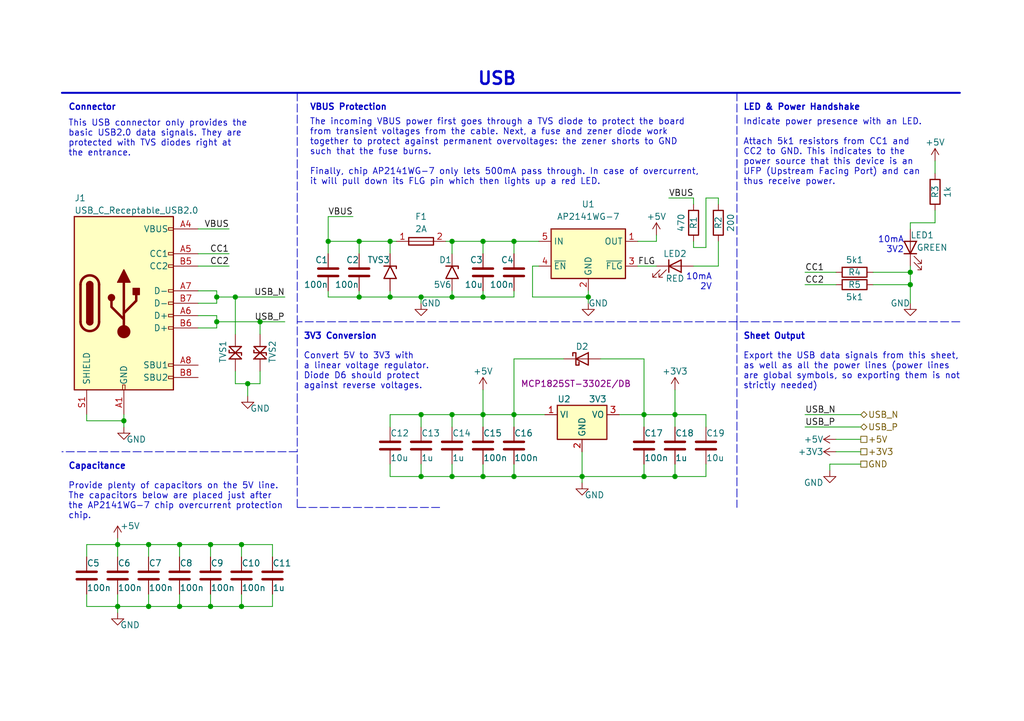
<source format=kicad_sch>
(kicad_sch
	(version 20231120)
	(generator "eeschema")
	(generator_version "8.0")
	(uuid "090eef3f-1169-4dd5-81a2-afe47de1498c")
	(paper "A5")
	(title_block
		(title "Tiny Scarab")
		(date "2024-01-30")
		(rev "0.2")
		(company "Embeetle")
		(comment 1 "https://embeetle.com/tiny-scarab")
		(comment 2 "https://github.com/Embeetle/tiny-scarab")
	)
	(lib_symbols
		(symbol "Device:C"
			(pin_numbers hide)
			(pin_names
				(offset 0.254)
			)
			(exclude_from_sim no)
			(in_bom yes)
			(on_board yes)
			(property "Reference" "C"
				(at 0.635 2.54 0)
				(effects
					(font
						(size 1.27 1.27)
					)
					(justify left)
				)
			)
			(property "Value" "C"
				(at 0.635 -2.54 0)
				(effects
					(font
						(size 1.27 1.27)
					)
					(justify left)
				)
			)
			(property "Footprint" ""
				(at 0.9652 -3.81 0)
				(effects
					(font
						(size 1.27 1.27)
					)
					(hide yes)
				)
			)
			(property "Datasheet" "~"
				(at 0 0 0)
				(effects
					(font
						(size 1.27 1.27)
					)
					(hide yes)
				)
			)
			(property "Description" "Unpolarized capacitor"
				(at 0 0 0)
				(effects
					(font
						(size 1.27 1.27)
					)
					(hide yes)
				)
			)
			(property "ki_keywords" "cap capacitor"
				(at 0 0 0)
				(effects
					(font
						(size 1.27 1.27)
					)
					(hide yes)
				)
			)
			(property "ki_fp_filters" "C_*"
				(at 0 0 0)
				(effects
					(font
						(size 1.27 1.27)
					)
					(hide yes)
				)
			)
			(symbol "C_0_1"
				(polyline
					(pts
						(xy -2.032 -0.762) (xy 2.032 -0.762)
					)
					(stroke
						(width 0.508)
						(type default)
					)
					(fill
						(type none)
					)
				)
				(polyline
					(pts
						(xy -2.032 0.762) (xy 2.032 0.762)
					)
					(stroke
						(width 0.508)
						(type default)
					)
					(fill
						(type none)
					)
				)
			)
			(symbol "C_1_1"
				(pin passive line
					(at 0 3.81 270)
					(length 2.794)
					(name "~"
						(effects
							(font
								(size 1.27 1.27)
							)
						)
					)
					(number "1"
						(effects
							(font
								(size 1.27 1.27)
							)
						)
					)
				)
				(pin passive line
					(at 0 -3.81 90)
					(length 2.794)
					(name "~"
						(effects
							(font
								(size 1.27 1.27)
							)
						)
					)
					(number "2"
						(effects
							(font
								(size 1.27 1.27)
							)
						)
					)
				)
			)
		)
		(symbol "Device:R"
			(pin_numbers hide)
			(pin_names
				(offset 0)
			)
			(exclude_from_sim no)
			(in_bom yes)
			(on_board yes)
			(property "Reference" "R"
				(at 2.032 0 90)
				(effects
					(font
						(size 1.27 1.27)
					)
				)
			)
			(property "Value" "R"
				(at 0 0 90)
				(effects
					(font
						(size 1.27 1.27)
					)
				)
			)
			(property "Footprint" ""
				(at -1.778 0 90)
				(effects
					(font
						(size 1.27 1.27)
					)
					(hide yes)
				)
			)
			(property "Datasheet" "~"
				(at 0 0 0)
				(effects
					(font
						(size 1.27 1.27)
					)
					(hide yes)
				)
			)
			(property "Description" "Resistor"
				(at 0 0 0)
				(effects
					(font
						(size 1.27 1.27)
					)
					(hide yes)
				)
			)
			(property "ki_keywords" "R res resistor"
				(at 0 0 0)
				(effects
					(font
						(size 1.27 1.27)
					)
					(hide yes)
				)
			)
			(property "ki_fp_filters" "R_*"
				(at 0 0 0)
				(effects
					(font
						(size 1.27 1.27)
					)
					(hide yes)
				)
			)
			(symbol "R_0_1"
				(rectangle
					(start -1.016 -2.54)
					(end 1.016 2.54)
					(stroke
						(width 0.254)
						(type default)
					)
					(fill
						(type none)
					)
				)
			)
			(symbol "R_1_1"
				(pin passive line
					(at 0 3.81 270)
					(length 1.27)
					(name "~"
						(effects
							(font
								(size 1.27 1.27)
							)
						)
					)
					(number "1"
						(effects
							(font
								(size 1.27 1.27)
							)
						)
					)
				)
				(pin passive line
					(at 0 -3.81 90)
					(length 1.27)
					(name "~"
						(effects
							(font
								(size 1.27 1.27)
							)
						)
					)
					(number "2"
						(effects
							(font
								(size 1.27 1.27)
							)
						)
					)
				)
			)
		)
		(symbol "Tiny_Scarab:CONN_USB_C_RECEPTABLE_USB2.0"
			(pin_names
				(offset 1.016)
			)
			(exclude_from_sim no)
			(in_bom yes)
			(on_board yes)
			(property "Reference" "J"
				(at -10.16 19.05 0)
				(effects
					(font
						(size 1.27 1.27)
					)
					(justify left)
				)
			)
			(property "Value" "USB_C_Receptable_USB2.0"
				(at 19.05 19.05 0)
				(effects
					(font
						(size 1.27 1.27)
					)
					(justify right)
				)
			)
			(property "Footprint" "Tiny_Scarab:USB_C_Receptable_USB-TYPE-C-018"
				(at 0 33.02 0)
				(effects
					(font
						(size 1.27 1.27)
					)
					(hide yes)
				)
			)
			(property "Datasheet" "https://datasheet.lcsc.com/lcsc/2201121330_DEALON-USB-TYPE-C-018_C2927038.pdf"
				(at 0 30.48 0)
				(effects
					(font
						(size 1.27 1.27)
					)
					(hide yes)
				)
			)
			(property "Description" "USB 2.0-only type-C receptable connector"
				(at 0 0 0)
				(effects
					(font
						(size 1.27 1.27)
					)
					(hide yes)
				)
			)
			(property "Manufacturer" "DEALON"
				(at 0 27.94 0)
				(effects
					(font
						(size 1.27 1.27)
					)
					(hide yes)
				)
			)
			(property "MPN" "USB-TYPE-C-018"
				(at 0 25.4 0)
				(effects
					(font
						(size 1.27 1.27)
					)
					(hide yes)
				)
			)
			(property "JLCPCB Part #" "C2927038"
				(at 0 0 0)
				(effects
					(font
						(size 1.27 1.27)
					)
					(hide yes)
				)
			)
			(property "DigiKey" ""
				(at 0 0 0)
				(effects
					(font
						(size 1.27 1.27)
					)
					(hide yes)
				)
			)
			(property "Farnell" ""
				(at 0 0 0)
				(effects
					(font
						(size 1.27 1.27)
					)
					(hide yes)
				)
			)
			(property "Mouser" ""
				(at 0 0 0)
				(effects
					(font
						(size 1.27 1.27)
					)
					(hide yes)
				)
			)
			(property "ki_fp_filters" "USB*C*Receptacle*"
				(at 0 0 0)
				(effects
					(font
						(size 1.27 1.27)
					)
					(hide yes)
				)
			)
			(symbol "CONN_USB_C_RECEPTABLE_USB2.0_0_0"
				(rectangle
					(start -0.254 -17.78)
					(end 0.254 -16.764)
					(stroke
						(width 0)
						(type default)
					)
					(fill
						(type none)
					)
				)
				(rectangle
					(start 10.16 -14.986)
					(end 9.144 -15.494)
					(stroke
						(width 0)
						(type default)
					)
					(fill
						(type none)
					)
				)
				(rectangle
					(start 10.16 -12.446)
					(end 9.144 -12.954)
					(stroke
						(width 0)
						(type default)
					)
					(fill
						(type none)
					)
				)
				(rectangle
					(start 10.16 -4.826)
					(end 9.144 -5.334)
					(stroke
						(width 0)
						(type default)
					)
					(fill
						(type none)
					)
				)
				(rectangle
					(start 10.16 -2.286)
					(end 9.144 -2.794)
					(stroke
						(width 0)
						(type default)
					)
					(fill
						(type none)
					)
				)
				(rectangle
					(start 10.16 0.254)
					(end 9.144 -0.254)
					(stroke
						(width 0)
						(type default)
					)
					(fill
						(type none)
					)
				)
				(rectangle
					(start 10.16 2.794)
					(end 9.144 2.286)
					(stroke
						(width 0)
						(type default)
					)
					(fill
						(type none)
					)
				)
				(rectangle
					(start 10.16 7.874)
					(end 9.144 7.366)
					(stroke
						(width 0)
						(type default)
					)
					(fill
						(type none)
					)
				)
				(rectangle
					(start 10.16 10.414)
					(end 9.144 9.906)
					(stroke
						(width 0)
						(type default)
					)
					(fill
						(type none)
					)
				)
				(rectangle
					(start 10.16 15.494)
					(end 9.144 14.986)
					(stroke
						(width 0)
						(type default)
					)
					(fill
						(type none)
					)
				)
			)
			(symbol "CONN_USB_C_RECEPTABLE_USB2.0_0_1"
				(rectangle
					(start -10.16 17.78)
					(end 10.16 -17.78)
					(stroke
						(width 0.254)
						(type default)
					)
					(fill
						(type background)
					)
				)
				(arc
					(start -8.89 -3.81)
					(mid -6.985 -5.7067)
					(end -5.08 -3.81)
					(stroke
						(width 0.508)
						(type default)
					)
					(fill
						(type none)
					)
				)
				(arc
					(start -7.62 -3.81)
					(mid -6.985 -4.4423)
					(end -6.35 -3.81)
					(stroke
						(width 0.254)
						(type default)
					)
					(fill
						(type none)
					)
				)
				(arc
					(start -7.62 -3.81)
					(mid -6.985 -4.4423)
					(end -6.35 -3.81)
					(stroke
						(width 0.254)
						(type default)
					)
					(fill
						(type outline)
					)
				)
				(rectangle
					(start -7.62 -3.81)
					(end -6.35 3.81)
					(stroke
						(width 0.254)
						(type default)
					)
					(fill
						(type outline)
					)
				)
				(arc
					(start -6.35 3.81)
					(mid -6.985 4.4423)
					(end -7.62 3.81)
					(stroke
						(width 0.254)
						(type default)
					)
					(fill
						(type none)
					)
				)
				(arc
					(start -6.35 3.81)
					(mid -6.985 4.4423)
					(end -7.62 3.81)
					(stroke
						(width 0.254)
						(type default)
					)
					(fill
						(type outline)
					)
				)
				(arc
					(start -5.08 3.81)
					(mid -6.985 5.7067)
					(end -8.89 3.81)
					(stroke
						(width 0.508)
						(type default)
					)
					(fill
						(type none)
					)
				)
				(circle
					(center -2.54 1.143)
					(radius 0.635)
					(stroke
						(width 0.254)
						(type default)
					)
					(fill
						(type outline)
					)
				)
				(circle
					(center 0 -5.842)
					(radius 1.27)
					(stroke
						(width 0)
						(type default)
					)
					(fill
						(type outline)
					)
				)
				(polyline
					(pts
						(xy -8.89 -3.81) (xy -8.89 3.81)
					)
					(stroke
						(width 0.508)
						(type default)
					)
					(fill
						(type none)
					)
				)
				(polyline
					(pts
						(xy -5.08 3.81) (xy -5.08 -3.81)
					)
					(stroke
						(width 0.508)
						(type default)
					)
					(fill
						(type none)
					)
				)
				(polyline
					(pts
						(xy 0 -5.842) (xy 0 4.318)
					)
					(stroke
						(width 0.508)
						(type default)
					)
					(fill
						(type none)
					)
				)
				(polyline
					(pts
						(xy 0 -3.302) (xy -2.54 -0.762) (xy -2.54 0.508)
					)
					(stroke
						(width 0.508)
						(type default)
					)
					(fill
						(type none)
					)
				)
				(polyline
					(pts
						(xy 0 -2.032) (xy 2.54 0.508) (xy 2.54 1.778)
					)
					(stroke
						(width 0.508)
						(type default)
					)
					(fill
						(type none)
					)
				)
				(polyline
					(pts
						(xy -1.27 4.318) (xy 0 6.858) (xy 1.27 4.318) (xy -1.27 4.318)
					)
					(stroke
						(width 0.254)
						(type default)
					)
					(fill
						(type outline)
					)
				)
				(rectangle
					(start 1.905 1.778)
					(end 3.175 3.048)
					(stroke
						(width 0.254)
						(type default)
					)
					(fill
						(type outline)
					)
				)
			)
			(symbol "CONN_USB_C_RECEPTABLE_USB2.0_1_1"
				(pin passive line
					(at 0 -22.86 90)
					(length 5.08)
					(name "GND"
						(effects
							(font
								(size 1.27 1.27)
							)
						)
					)
					(number "A1"
						(effects
							(font
								(size 1.27 1.27)
							)
						)
					)
				)
				(pin passive line
					(at 0 -22.86 90)
					(length 5.08) hide
					(name "GND"
						(effects
							(font
								(size 1.27 1.27)
							)
						)
					)
					(number "A12"
						(effects
							(font
								(size 1.27 1.27)
							)
						)
					)
				)
				(pin passive line
					(at 15.24 15.24 180)
					(length 5.08)
					(name "VBUS"
						(effects
							(font
								(size 1.27 1.27)
							)
						)
					)
					(number "A4"
						(effects
							(font
								(size 1.27 1.27)
							)
						)
					)
				)
				(pin bidirectional line
					(at 15.24 10.16 180)
					(length 5.08)
					(name "CC1"
						(effects
							(font
								(size 1.27 1.27)
							)
						)
					)
					(number "A5"
						(effects
							(font
								(size 1.27 1.27)
							)
						)
					)
				)
				(pin bidirectional line
					(at 15.24 -2.54 180)
					(length 5.08)
					(name "D+"
						(effects
							(font
								(size 1.27 1.27)
							)
						)
					)
					(number "A6"
						(effects
							(font
								(size 1.27 1.27)
							)
						)
					)
				)
				(pin bidirectional line
					(at 15.24 2.54 180)
					(length 5.08)
					(name "D-"
						(effects
							(font
								(size 1.27 1.27)
							)
						)
					)
					(number "A7"
						(effects
							(font
								(size 1.27 1.27)
							)
						)
					)
				)
				(pin bidirectional line
					(at 15.24 -12.7 180)
					(length 5.08)
					(name "SBU1"
						(effects
							(font
								(size 1.27 1.27)
							)
						)
					)
					(number "A8"
						(effects
							(font
								(size 1.27 1.27)
							)
						)
					)
				)
				(pin passive line
					(at 15.24 15.24 180)
					(length 5.08) hide
					(name "VBUS"
						(effects
							(font
								(size 1.27 1.27)
							)
						)
					)
					(number "A9"
						(effects
							(font
								(size 1.27 1.27)
							)
						)
					)
				)
				(pin passive line
					(at 0 -22.86 90)
					(length 5.08) hide
					(name "GND"
						(effects
							(font
								(size 1.27 1.27)
							)
						)
					)
					(number "B1"
						(effects
							(font
								(size 1.27 1.27)
							)
						)
					)
				)
				(pin passive line
					(at 0 -22.86 90)
					(length 5.08) hide
					(name "GND"
						(effects
							(font
								(size 1.27 1.27)
							)
						)
					)
					(number "B12"
						(effects
							(font
								(size 1.27 1.27)
							)
						)
					)
				)
				(pin passive line
					(at 15.24 15.24 180)
					(length 5.08) hide
					(name "VBUS"
						(effects
							(font
								(size 1.27 1.27)
							)
						)
					)
					(number "B4"
						(effects
							(font
								(size 1.27 1.27)
							)
						)
					)
				)
				(pin bidirectional line
					(at 15.24 7.62 180)
					(length 5.08)
					(name "CC2"
						(effects
							(font
								(size 1.27 1.27)
							)
						)
					)
					(number "B5"
						(effects
							(font
								(size 1.27 1.27)
							)
						)
					)
				)
				(pin bidirectional line
					(at 15.24 -5.08 180)
					(length 5.08)
					(name "D+"
						(effects
							(font
								(size 1.27 1.27)
							)
						)
					)
					(number "B6"
						(effects
							(font
								(size 1.27 1.27)
							)
						)
					)
				)
				(pin bidirectional line
					(at 15.24 0 180)
					(length 5.08)
					(name "D-"
						(effects
							(font
								(size 1.27 1.27)
							)
						)
					)
					(number "B7"
						(effects
							(font
								(size 1.27 1.27)
							)
						)
					)
				)
				(pin bidirectional line
					(at 15.24 -15.24 180)
					(length 5.08)
					(name "SBU2"
						(effects
							(font
								(size 1.27 1.27)
							)
						)
					)
					(number "B8"
						(effects
							(font
								(size 1.27 1.27)
							)
						)
					)
				)
				(pin passive line
					(at 15.24 15.24 180)
					(length 5.08) hide
					(name "VBUS"
						(effects
							(font
								(size 1.27 1.27)
							)
						)
					)
					(number "B9"
						(effects
							(font
								(size 1.27 1.27)
							)
						)
					)
				)
				(pin passive line
					(at -7.62 -22.86 90)
					(length 5.08)
					(name "SHIELD"
						(effects
							(font
								(size 1.27 1.27)
							)
						)
					)
					(number "S1"
						(effects
							(font
								(size 1.27 1.27)
							)
						)
					)
				)
			)
		)
		(symbol "Tiny_Scarab:D_SCHOTTKY_SD103AWS"
			(pin_numbers hide)
			(pin_names
				(offset 1.016) hide)
			(exclude_from_sim no)
			(in_bom yes)
			(on_board yes)
			(property "Reference" "D"
				(at 0 2.54 0)
				(effects
					(font
						(size 1.27 1.27)
					)
				)
			)
			(property "Value" "40V 350mA"
				(at 0 -2.54 0)
				(effects
					(font
						(size 1.27 1.27)
					)
				)
			)
			(property "Footprint" "Tiny_Scarab:D_SOD-323"
				(at 0 -5.08 0)
				(effects
					(font
						(size 1.27 1.27)
					)
					(hide yes)
				)
			)
			(property "Datasheet" ""
				(at 0 5.08 0)
				(effects
					(font
						(size 1.27 1.27)
					)
					(hide yes)
				)
			)
			(property "Description" "Schottky diode 40V 350mA"
				(at 0 0 0)
				(effects
					(font
						(size 1.27 1.27)
					)
					(hide yes)
				)
			)
			(property "Manufacturer" "AnBon Semiconductor"
				(at 0 19.05 0)
				(effects
					(font
						(size 1.27 1.27)
					)
					(hide yes)
				)
			)
			(property "MPN" "SD103AWS"
				(at 0 16.51 0)
				(effects
					(font
						(size 1.27 1.27)
					)
					(hide yes)
				)
			)
			(property "JLCPCB Part #" "C397613"
				(at 0 13.97 0)
				(effects
					(font
						(size 1.27 1.27)
					)
					(hide yes)
				)
			)
			(property "DigiKey" "4530-SD103AWSTR-ND"
				(at 0 11.43 0)
				(effects
					(font
						(size 1.27 1.27)
					)
					(hide yes)
				)
			)
			(property "Farnell" "2393466"
				(at 0 8.89 0)
				(effects
					(font
						(size 1.27 1.27)
					)
					(hide yes)
				)
			)
			(property "Mouser" "78-SD103AWS-E3-08"
				(at 0 6.35 0)
				(effects
					(font
						(size 1.27 1.27)
					)
					(hide yes)
				)
			)
			(property "ki_fp_filters" "TO-???* *_Diode_* *SingleDiode* D_*"
				(at 0 0 0)
				(effects
					(font
						(size 1.27 1.27)
					)
					(hide yes)
				)
			)
			(symbol "D_SCHOTTKY_SD103AWS_0_1"
				(polyline
					(pts
						(xy 1.27 0) (xy -1.27 0)
					)
					(stroke
						(width 0)
						(type default)
					)
					(fill
						(type none)
					)
				)
				(polyline
					(pts
						(xy 1.27 1.27) (xy 1.27 -1.27) (xy -1.27 0) (xy 1.27 1.27)
					)
					(stroke
						(width 0.254)
						(type default)
					)
					(fill
						(type none)
					)
				)
				(polyline
					(pts
						(xy -1.905 0.635) (xy -1.905 1.27) (xy -1.27 1.27) (xy -1.27 -1.27) (xy -0.635 -1.27) (xy -0.635 -0.635)
					)
					(stroke
						(width 0.254)
						(type default)
					)
					(fill
						(type none)
					)
				)
			)
			(symbol "D_SCHOTTKY_SD103AWS_1_1"
				(pin passive line
					(at -3.81 0 0)
					(length 2.54)
					(name "K"
						(effects
							(font
								(size 1.27 1.27)
							)
						)
					)
					(number "1"
						(effects
							(font
								(size 1.27 1.27)
							)
						)
					)
				)
				(pin passive line
					(at 3.81 0 180)
					(length 2.54)
					(name "A"
						(effects
							(font
								(size 1.27 1.27)
							)
						)
					)
					(number "2"
						(effects
							(font
								(size 1.27 1.27)
							)
						)
					)
				)
			)
		)
		(symbol "Tiny_Scarab:D_ZENER_1SMA4734A"
			(pin_numbers hide)
			(pin_names
				(offset 1.016) hide)
			(exclude_from_sim no)
			(in_bom yes)
			(on_board yes)
			(property "Reference" "D"
				(at 0 2.54 0)
				(effects
					(font
						(size 1.27 1.27)
					)
				)
			)
			(property "Value" "5V6"
				(at 0 -2.54 0)
				(effects
					(font
						(size 1.27 1.27)
					)
				)
			)
			(property "Footprint" "Tiny_Scarab:D_SMA_1SMA4734A"
				(at -1.27 22.86 0)
				(effects
					(font
						(size 1.27 1.27)
					)
					(hide yes)
				)
			)
			(property "Datasheet" ""
				(at -1.27 0 0)
				(effects
					(font
						(size 1.27 1.27)
					)
					(hide yes)
				)
			)
			(property "Description" "Zener diode 5V6 (5V32-5V92) 1W"
				(at 0 0 0)
				(effects
					(font
						(size 1.27 1.27)
					)
					(hide yes)
				)
			)
			(property "Manufacturer" "GOODWORK"
				(at 0 20.32 0)
				(effects
					(font
						(size 1.27 1.27)
					)
					(hide yes)
				)
			)
			(property "MPN" "1SMA4734A"
				(at 0 17.78 0)
				(effects
					(font
						(size 1.27 1.27)
					)
					(hide yes)
				)
			)
			(property "JLCPCB Part #" "C2943833"
				(at 0 15.24 0)
				(effects
					(font
						(size 1.27 1.27)
					)
					(hide yes)
				)
			)
			(property "DigiKey" "3372-1SMA4734ATR-ND"
				(at 0 12.7 0)
				(effects
					(font
						(size 1.27 1.27)
					)
					(hide yes)
				)
			)
			(property "Farnell" ""
				(at 0 0 0)
				(effects
					(font
						(size 1.27 1.27)
					)
					(hide yes)
				)
			)
			(property "Mouser" "241-1SMA4734AUR1000A"
				(at 0 10.16 0)
				(effects
					(font
						(size 1.27 1.27)
					)
					(hide yes)
				)
			)
			(property "ki_fp_filters" "D*SMA*"
				(at 0 0 0)
				(effects
					(font
						(size 1.27 1.27)
					)
					(hide yes)
				)
			)
			(symbol "D_ZENER_1SMA4734A_0_1"
				(polyline
					(pts
						(xy -0.762 1.27) (xy -1.27 1.27) (xy -1.27 -1.27)
					)
					(stroke
						(width 0.254)
						(type default)
					)
					(fill
						(type none)
					)
				)
				(polyline
					(pts
						(xy 1.27 1.27) (xy 1.27 -1.27) (xy -1.27 0) (xy 1.27 1.27)
					)
					(stroke
						(width 0.254)
						(type default)
					)
					(fill
						(type none)
					)
				)
			)
			(symbol "D_ZENER_1SMA4734A_1_1"
				(pin passive line
					(at -3.81 0 0)
					(length 2.54)
					(name "A1"
						(effects
							(font
								(size 1.27 1.27)
							)
						)
					)
					(number "1"
						(effects
							(font
								(size 1.27 1.27)
							)
						)
					)
				)
				(pin passive line
					(at 3.81 0 180)
					(length 2.54)
					(name "A2"
						(effects
							(font
								(size 1.27 1.27)
							)
						)
					)
					(number "2"
						(effects
							(font
								(size 1.27 1.27)
							)
						)
					)
				)
			)
		)
		(symbol "Tiny_Scarab:FUSE_MFU0603FF02000P500"
			(exclude_from_sim no)
			(in_bom yes)
			(on_board yes)
			(property "Reference" "F"
				(at 0 2.54 0)
				(effects
					(font
						(size 1.27 1.27)
					)
				)
			)
			(property "Value" "2A"
				(at 0 5.08 0)
				(effects
					(font
						(size 1.27 1.27)
					)
				)
			)
			(property "Footprint" "Tiny_Scarab:Fuse_MFU0603FF02000P500"
				(at -1.27 25.4 0)
				(effects
					(font
						(size 1.27 1.27)
					)
					(hide yes)
				)
			)
			(property "Datasheet" ""
				(at 0 0 0)
				(effects
					(font
						(size 1.27 1.27)
					)
					(hide yes)
				)
			)
			(property "Description" "Fuse 2A, 32V, 57mΩ, fast blow"
				(at 0 0 0)
				(effects
					(font
						(size 1.27 1.27)
					)
					(hide yes)
				)
			)
			(property "Manufacturer" "Vishay Intertech"
				(at 0 22.86 0)
				(effects
					(font
						(size 1.27 1.27)
					)
					(hide yes)
				)
			)
			(property "MPN" "MFU0603FF02000P500"
				(at 0 20.32 0)
				(effects
					(font
						(size 1.27 1.27)
					)
					(hide yes)
				)
			)
			(property "JLCPCB Part #" "C1972777"
				(at 0 17.78 0)
				(effects
					(font
						(size 1.27 1.27)
					)
					(hide yes)
				)
			)
			(property "DigiKey" "749-MFU0603FF02000P500TR-ND"
				(at 0 15.24 0)
				(effects
					(font
						(size 1.27 1.27)
					)
					(hide yes)
				)
			)
			(property "Farnell" "4247180"
				(at 0 12.7 0)
				(effects
					(font
						(size 1.27 1.27)
					)
					(hide yes)
				)
			)
			(property "Mouser" "594-MFU0603-FF-2.0"
				(at 0 10.16 0)
				(effects
					(font
						(size 1.27 1.27)
					)
					(hide yes)
				)
			)
			(symbol "FUSE_MFU0603FF02000P500_0_1"
				(rectangle
					(start -2.54 0.762)
					(end 2.54 -0.762)
					(stroke
						(width 0.254)
						(type default)
					)
					(fill
						(type none)
					)
				)
				(polyline
					(pts
						(xy -2.54 0) (xy 2.54 0)
					)
					(stroke
						(width 0)
						(type default)
					)
					(fill
						(type none)
					)
				)
			)
			(symbol "FUSE_MFU0603FF02000P500_1_1"
				(pin passive line
					(at -5.08 0 0)
					(length 2.54)
					(name ""
						(effects
							(font
								(size 1.27 1.27)
							)
						)
					)
					(number "1"
						(effects
							(font
								(size 1.27 1.27)
							)
						)
					)
				)
				(pin passive line
					(at 5.08 0 180)
					(length 2.54)
					(name ""
						(effects
							(font
								(size 1.27 1.27)
							)
						)
					)
					(number "2"
						(effects
							(font
								(size 1.27 1.27)
							)
						)
					)
				)
			)
		)
		(symbol "Tiny_Scarab:IC_AP2141WG-7"
			(exclude_from_sim no)
			(in_bom yes)
			(on_board yes)
			(property "Reference" "U"
				(at -7.62 -6.35 0)
				(effects
					(font
						(size 1.27 1.27)
					)
					(justify left)
				)
			)
			(property "Value" "AP2141WG-7"
				(at -7.62 6.35 0)
				(effects
					(font
						(size 1.27 1.27)
					)
					(justify left)
				)
			)
			(property "Footprint" "Tiny_Scarab:SOT-23-5"
				(at 0 29.21 0)
				(effects
					(font
						(size 1.27 1.27)
					)
					(hide yes)
				)
			)
			(property "Datasheet" ""
				(at 0 5.08 0)
				(effects
					(font
						(size 1.27 1.27)
					)
					(hide yes)
				)
			)
			(property "Description" "Current limited power switch, single channel"
				(at 0 0 0)
				(effects
					(font
						(size 1.27 1.27)
					)
					(hide yes)
				)
			)
			(property "Manufacturer" "Diodes Incorporated"
				(at 0 26.67 0)
				(effects
					(font
						(size 1.27 1.27)
					)
					(hide yes)
				)
			)
			(property "MPN" "AP2141WG-7"
				(at 0 24.13 0)
				(effects
					(font
						(size 1.27 1.27)
					)
					(hide yes)
				)
			)
			(property "JLCPCB Part #" "C500761"
				(at 0 21.59 0)
				(effects
					(font
						(size 1.27 1.27)
					)
					(hide yes)
				)
			)
			(property "DigiKey" "AP2141WGDITR-ND"
				(at 0 19.05 0)
				(effects
					(font
						(size 1.27 1.27)
					)
					(hide yes)
				)
			)
			(property "Farnell" "3482799"
				(at 0 16.51 0)
				(effects
					(font
						(size 1.27 1.27)
					)
					(hide yes)
				)
			)
			(property "Mouser" "621-AP2141WG-7"
				(at 0 13.97 0)
				(effects
					(font
						(size 1.27 1.27)
					)
					(hide yes)
				)
			)
			(property "ki_fp_filters" "SOT?23*"
				(at 0 0 0)
				(effects
					(font
						(size 1.27 1.27)
					)
					(hide yes)
				)
			)
			(symbol "IC_AP2141WG-7_0_1"
				(rectangle
					(start -7.62 5.08)
					(end 7.62 -5.08)
					(stroke
						(width 0.254)
						(type default)
					)
					(fill
						(type background)
					)
				)
			)
			(symbol "IC_AP2141WG-7_1_1"
				(pin power_out line
					(at 10.16 2.54 180)
					(length 2.54)
					(name "OUT"
						(effects
							(font
								(size 1.27 1.27)
							)
						)
					)
					(number "1"
						(effects
							(font
								(size 1.27 1.27)
							)
						)
					)
				)
				(pin power_in line
					(at 0 -7.62 90)
					(length 2.54)
					(name "GND"
						(effects
							(font
								(size 1.27 1.27)
							)
						)
					)
					(number "2"
						(effects
							(font
								(size 1.27 1.27)
							)
						)
					)
				)
				(pin open_collector line
					(at 10.16 -2.54 180)
					(length 2.54)
					(name "~{FLG}"
						(effects
							(font
								(size 1.27 1.27)
							)
						)
					)
					(number "3"
						(effects
							(font
								(size 1.27 1.27)
							)
						)
					)
				)
				(pin input line
					(at -10.16 -2.54 0)
					(length 2.54)
					(name "~{EN}"
						(effects
							(font
								(size 1.27 1.27)
							)
						)
					)
					(number "4"
						(effects
							(font
								(size 1.27 1.27)
							)
						)
					)
				)
				(pin power_in line
					(at -10.16 2.54 0)
					(length 2.54)
					(name "IN"
						(effects
							(font
								(size 1.27 1.27)
							)
						)
					)
					(number "5"
						(effects
							(font
								(size 1.27 1.27)
							)
						)
					)
				)
			)
		)
		(symbol "Tiny_Scarab:IC_MCP1825ST-3302E-DB"
			(exclude_from_sim no)
			(in_bom yes)
			(on_board yes)
			(property "Reference" "U"
				(at -3.81 3.175 0)
				(effects
					(font
						(size 1.27 1.27)
					)
				)
			)
			(property "Value" "3V3"
				(at 0 3.175 0)
				(effects
					(font
						(size 1.27 1.27)
					)
					(justify left)
				)
			)
			(property "Footprint" "Tiny_Scarab:SOT-223-3_TabPin2"
				(at 0 25.4 0)
				(effects
					(font
						(size 1.27 1.27)
					)
					(hide yes)
				)
			)
			(property "Datasheet" "http://ww1.microchip.com/downloads/en/devicedoc/22056b.pdf"
				(at 0 27.94 0)
				(effects
					(font
						(size 1.27 1.27)
					)
					(hide yes)
				)
			)
			(property "Description" "LDO (Low-dropout) linear voltage regulator 3V3, 500mA"
				(at 0 0 0)
				(effects
					(font
						(size 1.27 1.27)
					)
					(hide yes)
				)
			)
			(property "Manufacturer" "Microchip Technology"
				(at 0 22.86 0)
				(effects
					(font
						(size 1.27 1.27)
					)
					(hide yes)
				)
			)
			(property "MPN" "MCP1825ST-3302E/DB"
				(at 0 20.32 0)
				(effects
					(font
						(size 1.27 1.27)
					)
					(hide yes)
				)
			)
			(property "JLCPCB Part #" "C145411"
				(at 0 17.78 0)
				(effects
					(font
						(size 1.27 1.27)
					)
					(hide yes)
				)
			)
			(property "DigiKey" "MCP1825ST-3302E/DBTR-ND"
				(at 0 15.24 0)
				(effects
					(font
						(size 1.27 1.27)
					)
					(hide yes)
				)
			)
			(property "Farnell" "2857611"
				(at 0 12.7 0)
				(effects
					(font
						(size 1.27 1.27)
					)
					(hide yes)
				)
			)
			(property "Mouser" "579-MCP1825ST3302EDB"
				(at 0 10.16 0)
				(effects
					(font
						(size 1.27 1.27)
					)
					(hide yes)
				)
			)
			(property "ki_fp_filters" "SOT?223*TabPin2* TO?220* TO?263*"
				(at 0 0 0)
				(effects
					(font
						(size 1.27 1.27)
					)
					(hide yes)
				)
			)
			(symbol "IC_MCP1825ST-3302E-DB_0_1"
				(rectangle
					(start -5.08 1.905)
					(end 5.08 -5.08)
					(stroke
						(width 0.254)
						(type default)
					)
					(fill
						(type background)
					)
				)
			)
			(symbol "IC_MCP1825ST-3302E-DB_1_1"
				(pin power_in line
					(at -7.62 0 0)
					(length 2.54)
					(name "VI"
						(effects
							(font
								(size 1.27 1.27)
							)
						)
					)
					(number "1"
						(effects
							(font
								(size 1.27 1.27)
							)
						)
					)
				)
				(pin power_in line
					(at 0 -7.62 90)
					(length 2.54)
					(name "GND"
						(effects
							(font
								(size 1.27 1.27)
							)
						)
					)
					(number "2"
						(effects
							(font
								(size 1.27 1.27)
							)
						)
					)
				)
				(pin power_out line
					(at 7.62 0 180)
					(length 2.54)
					(name "VO"
						(effects
							(font
								(size 1.27 1.27)
							)
						)
					)
					(number "3"
						(effects
							(font
								(size 1.27 1.27)
							)
						)
					)
				)
			)
		)
		(symbol "Tiny_Scarab:LED_GREEN_CSL0902ET"
			(pin_numbers hide)
			(pin_names
				(offset 1.016) hide)
			(exclude_from_sim no)
			(in_bom yes)
			(on_board yes)
			(property "Reference" "LED"
				(at 0 2.54 0)
				(effects
					(font
						(size 1.27 1.27)
					)
				)
			)
			(property "Value" "GREEN"
				(at 1.27 -2.54 0)
				(effects
					(font
						(size 1.27 1.27)
					)
				)
			)
			(property "Footprint" "Tiny_Scarab:LED_0603_CSL0902ET"
				(at 0 20.32 0)
				(effects
					(font
						(size 1.27 1.27)
					)
					(hide yes)
				)
			)
			(property "Datasheet" ""
				(at 0 10.16 0)
				(effects
					(font
						(size 1.27 1.27)
					)
					(hide yes)
				)
			)
			(property "Description" "LED green 0603"
				(at 0 0 0)
				(effects
					(font
						(size 1.27 1.27)
					)
					(hide yes)
				)
			)
			(property "Manufacturer" "ROHM Semicon"
				(at 0 17.78 0)
				(effects
					(font
						(size 1.27 1.27)
					)
					(hide yes)
				)
			)
			(property "MPN" "CSL0902ET"
				(at 0 15.24 0)
				(effects
					(font
						(size 1.27 1.27)
					)
					(hide yes)
				)
			)
			(property "JLCPCB Part #" "C7115899"
				(at 0 12.7 0)
				(effects
					(font
						(size 1.27 1.27)
					)
					(hide yes)
				)
			)
			(property "DigiKey" "846-CSL0902ET1TR-ND"
				(at 0 12.7 0)
				(effects
					(font
						(size 1.27 1.27)
					)
					(hide yes)
				)
			)
			(property "Farnell" "4129807"
				(at 0 10.16 0)
				(effects
					(font
						(size 1.27 1.27)
					)
					(hide yes)
				)
			)
			(property "Mouser" "755-CSL0902ET1"
				(at 0 7.62 0)
				(effects
					(font
						(size 1.27 1.27)
					)
					(hide yes)
				)
			)
			(property "ki_fp_filters" "LED* LED_SMD:* LED_THT:*"
				(at 0 0 0)
				(effects
					(font
						(size 1.27 1.27)
					)
					(hide yes)
				)
			)
			(symbol "LED_GREEN_CSL0902ET_0_1"
				(polyline
					(pts
						(xy -1.27 -1.27) (xy -1.27 1.27)
					)
					(stroke
						(width 0.254)
						(type default)
					)
					(fill
						(type none)
					)
				)
				(polyline
					(pts
						(xy -1.27 0) (xy 1.27 0)
					)
					(stroke
						(width 0)
						(type default)
					)
					(fill
						(type none)
					)
				)
				(polyline
					(pts
						(xy 1.27 -1.27) (xy 1.27 1.27) (xy -1.27 0) (xy 1.27 -1.27)
					)
					(stroke
						(width 0.254)
						(type default)
					)
					(fill
						(type none)
					)
				)
				(polyline
					(pts
						(xy -3.048 -0.762) (xy -4.572 -2.286) (xy -3.81 -2.286) (xy -4.572 -2.286) (xy -4.572 -1.524)
					)
					(stroke
						(width 0)
						(type default)
					)
					(fill
						(type none)
					)
				)
				(polyline
					(pts
						(xy -1.778 -0.762) (xy -3.302 -2.286) (xy -2.54 -2.286) (xy -3.302 -2.286) (xy -3.302 -1.524)
					)
					(stroke
						(width 0)
						(type default)
					)
					(fill
						(type none)
					)
				)
			)
			(symbol "LED_GREEN_CSL0902ET_1_1"
				(pin passive line
					(at -3.81 0 0)
					(length 2.54)
					(name "K"
						(effects
							(font
								(size 1.27 1.27)
							)
						)
					)
					(number "1"
						(effects
							(font
								(size 1.27 1.27)
							)
						)
					)
				)
				(pin passive line
					(at 3.81 0 180)
					(length 2.54)
					(name "A"
						(effects
							(font
								(size 1.27 1.27)
							)
						)
					)
					(number "2"
						(effects
							(font
								(size 1.27 1.27)
							)
						)
					)
				)
			)
		)
		(symbol "Tiny_Scarab:LED_RED_CSL0902UT"
			(pin_numbers hide)
			(pin_names
				(offset 1.016) hide)
			(exclude_from_sim no)
			(in_bom yes)
			(on_board yes)
			(property "Reference" "LED"
				(at 0 2.54 0)
				(effects
					(font
						(size 1.27 1.27)
					)
				)
			)
			(property "Value" "RED"
				(at 0 -2.54 0)
				(effects
					(font
						(size 1.27 1.27)
					)
				)
			)
			(property "Footprint" "Tiny_Scarab:LED_0603_CSL0902UT"
				(at 0 20.32 0)
				(effects
					(font
						(size 1.27 1.27)
					)
					(hide yes)
				)
			)
			(property "Datasheet" ""
				(at 0 10.16 0)
				(effects
					(font
						(size 1.27 1.27)
					)
					(hide yes)
				)
			)
			(property "Description" "LED red 0603"
				(at 0 0 0)
				(effects
					(font
						(size 1.27 1.27)
					)
					(hide yes)
				)
			)
			(property "Manufacturer" "ROHM Semicon"
				(at 0 17.78 0)
				(effects
					(font
						(size 1.27 1.27)
					)
					(hide yes)
				)
			)
			(property "MPN" "CSL0902UT"
				(at 0 15.24 0)
				(effects
					(font
						(size 1.27 1.27)
					)
					(hide yes)
				)
			)
			(property "JLCPCB Part #" "C5579175"
				(at 0 12.7 0)
				(effects
					(font
						(size 1.27 1.27)
					)
					(hide yes)
				)
			)
			(property "DigiKey" "846-CSL0902UT1TR-ND"
				(at 0 12.7 0)
				(effects
					(font
						(size 1.27 1.27)
					)
					(hide yes)
				)
			)
			(property "Farnell" "3954422"
				(at 0 10.16 0)
				(effects
					(font
						(size 1.27 1.27)
					)
					(hide yes)
				)
			)
			(property "Mouser" "755-CSL0902UT1"
				(at 0 7.62 0)
				(effects
					(font
						(size 1.27 1.27)
					)
					(hide yes)
				)
			)
			(property "ki_fp_filters" "LED* LED_SMD:* LED_THT:*"
				(at 0 0 0)
				(effects
					(font
						(size 1.27 1.27)
					)
					(hide yes)
				)
			)
			(symbol "LED_RED_CSL0902UT_0_1"
				(polyline
					(pts
						(xy -1.27 -1.27) (xy -1.27 1.27)
					)
					(stroke
						(width 0.254)
						(type default)
					)
					(fill
						(type none)
					)
				)
				(polyline
					(pts
						(xy -1.27 0) (xy 1.27 0)
					)
					(stroke
						(width 0)
						(type default)
					)
					(fill
						(type none)
					)
				)
				(polyline
					(pts
						(xy 1.27 -1.27) (xy 1.27 1.27) (xy -1.27 0) (xy 1.27 -1.27)
					)
					(stroke
						(width 0.254)
						(type default)
					)
					(fill
						(type none)
					)
				)
				(polyline
					(pts
						(xy -3.048 -0.762) (xy -4.572 -2.286) (xy -3.81 -2.286) (xy -4.572 -2.286) (xy -4.572 -1.524)
					)
					(stroke
						(width 0)
						(type default)
					)
					(fill
						(type none)
					)
				)
				(polyline
					(pts
						(xy -1.778 -0.762) (xy -3.302 -2.286) (xy -2.54 -2.286) (xy -3.302 -2.286) (xy -3.302 -1.524)
					)
					(stroke
						(width 0)
						(type default)
					)
					(fill
						(type none)
					)
				)
			)
			(symbol "LED_RED_CSL0902UT_1_1"
				(pin passive line
					(at -3.81 0 0)
					(length 2.54)
					(name "K"
						(effects
							(font
								(size 1.27 1.27)
							)
						)
					)
					(number "1"
						(effects
							(font
								(size 1.27 1.27)
							)
						)
					)
				)
				(pin passive line
					(at 3.81 0 180)
					(length 2.54)
					(name "A"
						(effects
							(font
								(size 1.27 1.27)
							)
						)
					)
					(number "2"
						(effects
							(font
								(size 1.27 1.27)
							)
						)
					)
				)
			)
		)
		(symbol "Tiny_Scarab:TVS_CDSOD323-T05LC"
			(pin_numbers hide)
			(pin_names
				(offset 1.016)
			)
			(exclude_from_sim no)
			(in_bom yes)
			(on_board yes)
			(property "Reference" "D"
				(at 1.27 0 0)
				(effects
					(font
						(size 1.27 1.27)
					)
					(justify left bottom)
				)
			)
			(property "Value" "5V"
				(at 1.27 -2.54 0)
				(effects
					(font
						(size 1.27 1.27)
					)
					(justify left bottom)
				)
			)
			(property "Footprint" "Tiny_Scarab:D_SOD-323_CDSOD323-T05LC"
				(at 0 26.67 0)
				(effects
					(font
						(size 1.27 1.27)
					)
					(justify bottom)
					(hide yes)
				)
			)
			(property "Datasheet" "https://www.bourns.com/docs/Product-Datasheets/CDSOD323-TxxLC.pdf"
				(at 0 25.4 0)
				(effects
					(font
						(size 1.27 1.27)
					)
					(hide yes)
				)
			)
			(property "Description" "TVS diode bidirectional 5V, 1pF"
				(at 0 0 0)
				(effects
					(font
						(size 1.27 1.27)
					)
					(hide yes)
				)
			)
			(property "Manufacturer" "Bourns"
				(at 0 22.86 0)
				(effects
					(font
						(size 1.27 1.27)
					)
					(justify bottom)
					(hide yes)
				)
			)
			(property "MPN" "CDSOD323-T05LC"
				(at 0 20.32 0)
				(effects
					(font
						(size 1.27 1.27)
					)
					(justify bottom)
					(hide yes)
				)
			)
			(property "JLCPCB Part #" "C840637"
				(at 0 19.05 0)
				(effects
					(font
						(size 1.27 1.27)
					)
					(hide yes)
				)
			)
			(property "DigiKey" "CDSOD323-T05LCTR-ND"
				(at 0 16.51 0)
				(effects
					(font
						(size 1.27 1.27)
					)
					(hide yes)
				)
			)
			(property "Farnell" "1824861"
				(at 0 13.97 0)
				(effects
					(font
						(size 1.27 1.27)
					)
					(hide yes)
				)
			)
			(property "Mouser" "652-CDSOD323-T05LC"
				(at 0 11.43 0)
				(effects
					(font
						(size 1.27 1.27)
					)
					(hide yes)
				)
			)
			(symbol "TVS_CDSOD323-T05LC_0_0"
				(pin passive line
					(at 0 -3.81 90)
					(length 2.54)
					(name "~"
						(effects
							(font
								(size 1.016 1.016)
							)
						)
					)
					(number "2"
						(effects
							(font
								(size 1.016 1.016)
							)
						)
					)
				)
			)
			(symbol "TVS_CDSOD323-T05LC_0_1"
				(polyline
					(pts
						(xy -1.27 0.508) (xy -1.27 0) (xy 1.27 0) (xy 1.27 -0.508)
					)
					(stroke
						(width 0.254)
						(type default)
					)
					(fill
						(type none)
					)
				)
				(polyline
					(pts
						(xy -1.27 -1.27) (xy 1.27 -1.27) (xy -1.27 1.27) (xy 1.27 1.27) (xy -1.27 -1.27)
					)
					(stroke
						(width 0.254)
						(type default)
					)
					(fill
						(type none)
					)
				)
			)
			(symbol "TVS_CDSOD323-T05LC_1_0"
				(pin passive line
					(at 0 3.81 270)
					(length 2.54)
					(name "~"
						(effects
							(font
								(size 1.016 1.016)
							)
						)
					)
					(number "1"
						(effects
							(font
								(size 1.016 1.016)
							)
						)
					)
				)
			)
		)
		(symbol "Tiny_Scarab:TVS_SMAJ5.0A"
			(pin_numbers hide)
			(pin_names
				(offset 1.016) hide)
			(exclude_from_sim no)
			(in_bom yes)
			(on_board yes)
			(property "Reference" "TVS"
				(at 0 2.54 0)
				(effects
					(font
						(size 1.27 1.27)
					)
				)
			)
			(property "Value" "5V"
				(at 0 -2.54 0)
				(effects
					(font
						(size 1.27 1.27)
					)
				)
			)
			(property "Footprint" "Tiny_Scarab:D_SMA_SMAJ5.0A"
				(at 0 25.4 0)
				(effects
					(font
						(size 1.27 1.27)
					)
					(hide yes)
				)
			)
			(property "Datasheet" "https://www.littelfuse.com/media?resourcetype=datasheets&itemid=75e32973-b177-4ee3-a0ff-cedaf1abdb93&filename=smaj-datasheet"
				(at 0 22.86 0)
				(effects
					(font
						(size 1.27 1.27)
					)
					(hide yes)
				)
			)
			(property "Description" "TVS unidirectional, 400W, 5V"
				(at 0 0 0)
				(effects
					(font
						(size 1.27 1.27)
					)
					(hide yes)
				)
			)
			(property "Manufacturer" "Littelfuse Inc."
				(at 0 20.32 0)
				(effects
					(font
						(size 1.27 1.27)
					)
					(hide yes)
				)
			)
			(property "MPN" "SMAJ5.0A"
				(at 0 17.78 0)
				(effects
					(font
						(size 1.27 1.27)
					)
					(hide yes)
				)
			)
			(property "JLCPCB Part #" "C83329"
				(at 0 15.24 0)
				(effects
					(font
						(size 1.27 1.27)
					)
					(hide yes)
				)
			)
			(property "DigiKey" "SMAJ5.0ALFTR-ND"
				(at 0 12.7 0)
				(effects
					(font
						(size 1.27 1.27)
					)
					(hide yes)
				)
			)
			(property "Farnell" "1827607"
				(at 0 10.16 0)
				(effects
					(font
						(size 1.27 1.27)
					)
					(hide yes)
				)
			)
			(property "Mouser" "576-SMAJ5.0A"
				(at 0 7.62 0)
				(effects
					(font
						(size 1.27 1.27)
					)
					(hide yes)
				)
			)
			(property "ki_fp_filters" "D*SMA*"
				(at 0 0 0)
				(effects
					(font
						(size 1.27 1.27)
					)
					(hide yes)
				)
			)
			(symbol "TVS_SMAJ5.0A_0_1"
				(polyline
					(pts
						(xy -0.762 1.27) (xy -1.27 1.27) (xy -1.27 -1.27)
					)
					(stroke
						(width 0.254)
						(type default)
					)
					(fill
						(type none)
					)
				)
				(polyline
					(pts
						(xy 1.27 1.27) (xy 1.27 -1.27) (xy -1.27 0) (xy 1.27 1.27)
					)
					(stroke
						(width 0.254)
						(type default)
					)
					(fill
						(type none)
					)
				)
			)
			(symbol "TVS_SMAJ5.0A_1_1"
				(pin passive line
					(at -3.81 0 0)
					(length 2.54)
					(name "A1"
						(effects
							(font
								(size 1.27 1.27)
							)
						)
					)
					(number "1"
						(effects
							(font
								(size 1.27 1.27)
							)
						)
					)
				)
				(pin passive line
					(at 3.81 0 180)
					(length 2.54)
					(name "A2"
						(effects
							(font
								(size 1.27 1.27)
							)
						)
					)
					(number "2"
						(effects
							(font
								(size 1.27 1.27)
							)
						)
					)
				)
			)
		)
		(symbol "power:+3V3"
			(power)
			(pin_names
				(offset 0)
			)
			(exclude_from_sim no)
			(in_bom yes)
			(on_board yes)
			(property "Reference" "#PWR"
				(at 0 -3.81 0)
				(effects
					(font
						(size 1.27 1.27)
					)
					(hide yes)
				)
			)
			(property "Value" "+3V3"
				(at 0 3.556 0)
				(effects
					(font
						(size 1.27 1.27)
					)
				)
			)
			(property "Footprint" ""
				(at 0 0 0)
				(effects
					(font
						(size 1.27 1.27)
					)
					(hide yes)
				)
			)
			(property "Datasheet" ""
				(at 0 0 0)
				(effects
					(font
						(size 1.27 1.27)
					)
					(hide yes)
				)
			)
			(property "Description" "Power symbol creates a global label with name \"+3V3\""
				(at 0 0 0)
				(effects
					(font
						(size 1.27 1.27)
					)
					(hide yes)
				)
			)
			(property "ki_keywords" "global power"
				(at 0 0 0)
				(effects
					(font
						(size 1.27 1.27)
					)
					(hide yes)
				)
			)
			(symbol "+3V3_0_1"
				(polyline
					(pts
						(xy -0.762 1.27) (xy 0 2.54)
					)
					(stroke
						(width 0)
						(type default)
					)
					(fill
						(type none)
					)
				)
				(polyline
					(pts
						(xy 0 0) (xy 0 2.54)
					)
					(stroke
						(width 0)
						(type default)
					)
					(fill
						(type none)
					)
				)
				(polyline
					(pts
						(xy 0 2.54) (xy 0.762 1.27)
					)
					(stroke
						(width 0)
						(type default)
					)
					(fill
						(type none)
					)
				)
			)
			(symbol "+3V3_1_1"
				(pin power_in line
					(at 0 0 90)
					(length 0) hide
					(name "+3V3"
						(effects
							(font
								(size 1.27 1.27)
							)
						)
					)
					(number "1"
						(effects
							(font
								(size 1.27 1.27)
							)
						)
					)
				)
			)
		)
		(symbol "power:+5V"
			(power)
			(pin_names
				(offset 0)
			)
			(exclude_from_sim no)
			(in_bom yes)
			(on_board yes)
			(property "Reference" "#PWR"
				(at 0 -3.81 0)
				(effects
					(font
						(size 1.27 1.27)
					)
					(hide yes)
				)
			)
			(property "Value" "+5V"
				(at 0 3.556 0)
				(effects
					(font
						(size 1.27 1.27)
					)
				)
			)
			(property "Footprint" ""
				(at 0 0 0)
				(effects
					(font
						(size 1.27 1.27)
					)
					(hide yes)
				)
			)
			(property "Datasheet" ""
				(at 0 0 0)
				(effects
					(font
						(size 1.27 1.27)
					)
					(hide yes)
				)
			)
			(property "Description" "Power symbol creates a global label with name \"+5V\""
				(at 0 0 0)
				(effects
					(font
						(size 1.27 1.27)
					)
					(hide yes)
				)
			)
			(property "ki_keywords" "global power"
				(at 0 0 0)
				(effects
					(font
						(size 1.27 1.27)
					)
					(hide yes)
				)
			)
			(symbol "+5V_0_1"
				(polyline
					(pts
						(xy -0.762 1.27) (xy 0 2.54)
					)
					(stroke
						(width 0)
						(type default)
					)
					(fill
						(type none)
					)
				)
				(polyline
					(pts
						(xy 0 0) (xy 0 2.54)
					)
					(stroke
						(width 0)
						(type default)
					)
					(fill
						(type none)
					)
				)
				(polyline
					(pts
						(xy 0 2.54) (xy 0.762 1.27)
					)
					(stroke
						(width 0)
						(type default)
					)
					(fill
						(type none)
					)
				)
			)
			(symbol "+5V_1_1"
				(pin power_in line
					(at 0 0 90)
					(length 0) hide
					(name "+5V"
						(effects
							(font
								(size 1.27 1.27)
							)
						)
					)
					(number "1"
						(effects
							(font
								(size 1.27 1.27)
							)
						)
					)
				)
			)
		)
		(symbol "power:GND"
			(power)
			(pin_names
				(offset 0)
			)
			(exclude_from_sim no)
			(in_bom yes)
			(on_board yes)
			(property "Reference" "#PWR"
				(at 0 -6.35 0)
				(effects
					(font
						(size 1.27 1.27)
					)
					(hide yes)
				)
			)
			(property "Value" "GND"
				(at 0 -3.81 0)
				(effects
					(font
						(size 1.27 1.27)
					)
				)
			)
			(property "Footprint" ""
				(at 0 0 0)
				(effects
					(font
						(size 1.27 1.27)
					)
					(hide yes)
				)
			)
			(property "Datasheet" ""
				(at 0 0 0)
				(effects
					(font
						(size 1.27 1.27)
					)
					(hide yes)
				)
			)
			(property "Description" "Power symbol creates a global label with name \"GND\" , ground"
				(at 0 0 0)
				(effects
					(font
						(size 1.27 1.27)
					)
					(hide yes)
				)
			)
			(property "ki_keywords" "global power"
				(at 0 0 0)
				(effects
					(font
						(size 1.27 1.27)
					)
					(hide yes)
				)
			)
			(symbol "GND_0_1"
				(polyline
					(pts
						(xy 0 0) (xy 0 -1.27) (xy 1.27 -1.27) (xy 0 -2.54) (xy -1.27 -1.27) (xy 0 -1.27)
					)
					(stroke
						(width 0)
						(type default)
					)
					(fill
						(type none)
					)
				)
			)
			(symbol "GND_1_1"
				(pin power_in line
					(at 0 0 270)
					(length 0) hide
					(name "GND"
						(effects
							(font
								(size 1.27 1.27)
							)
						)
					)
					(number "1"
						(effects
							(font
								(size 1.27 1.27)
							)
						)
					)
				)
			)
		)
	)
	(junction
		(at 44.45 66.04)
		(diameter 0)
		(color 0 0 0 0)
		(uuid "0faf8179-119b-447a-8a4f-2f5ef1ee9c37")
	)
	(junction
		(at 36.83 124.46)
		(diameter 0)
		(color 0 0 0 0)
		(uuid "112bb739-07b2-42c5-9b7b-3b0cc1e7ec2a")
	)
	(junction
		(at 92.71 85.09)
		(diameter 0)
		(color 0 0 0 0)
		(uuid "139f16ac-d789-4e97-90d1-7c57eb7ad370")
	)
	(junction
		(at 49.53 124.46)
		(diameter 0)
		(color 0 0 0 0)
		(uuid "30726d7a-190f-4025-8f91-fc5e9636f127")
	)
	(junction
		(at 119.38 97.79)
		(diameter 0)
		(color 0 0 0 0)
		(uuid "32dcaf8d-312f-4d83-9b6d-76916f96f733")
	)
	(junction
		(at 132.08 97.79)
		(diameter 0)
		(color 0 0 0 0)
		(uuid "32ff4d16-f1cb-46d2-8919-e9cbf5012b8f")
	)
	(junction
		(at 50.8 78.74)
		(diameter 0)
		(color 0 0 0 0)
		(uuid "347ef4ff-af3f-4e2c-9b15-0feeadbbdfdc")
	)
	(junction
		(at 99.06 60.96)
		(diameter 0)
		(color 0 0 0 0)
		(uuid "38856ec4-31c0-45e4-b443-5700d7327844")
	)
	(junction
		(at 24.13 111.76)
		(diameter 0)
		(color 0 0 0 0)
		(uuid "3a936a9e-2e73-4a16-a372-b83fa4d2c4c6")
	)
	(junction
		(at 99.06 97.79)
		(diameter 0)
		(color 0 0 0 0)
		(uuid "3d6c1199-ae3e-4282-913d-ddb1fccf8ec9")
	)
	(junction
		(at 73.66 60.96)
		(diameter 0)
		(color 0 0 0 0)
		(uuid "45c2e919-66aa-4c4b-b467-599ae7ee30ba")
	)
	(junction
		(at 53.34 66.04)
		(diameter 0)
		(color 0 0 0 0)
		(uuid "4f6c2957-019b-4054-8e72-fc06c3d327c9")
	)
	(junction
		(at 105.41 85.09)
		(diameter 0)
		(color 0 0 0 0)
		(uuid "506b80b1-c9b5-485d-9638-7701ed1d94cd")
	)
	(junction
		(at 99.06 49.53)
		(diameter 0)
		(color 0 0 0 0)
		(uuid "58657f62-4bbc-4274-9c0e-b93f5389de9e")
	)
	(junction
		(at 43.18 111.76)
		(diameter 0)
		(color 0 0 0 0)
		(uuid "58f5065e-c13b-499a-a979-c31870456d6c")
	)
	(junction
		(at 138.43 85.09)
		(diameter 0)
		(color 0 0 0 0)
		(uuid "5e6a15eb-ea38-49d8-b1d3-7715a3f17e1f")
	)
	(junction
		(at 92.71 60.96)
		(diameter 0)
		(color 0 0 0 0)
		(uuid "5f489761-a977-4c04-ae38-f1a51602fdf1")
	)
	(junction
		(at 138.43 97.79)
		(diameter 0)
		(color 0 0 0 0)
		(uuid "6d997f9b-2dbe-415b-b289-d777b9918fbe")
	)
	(junction
		(at 86.36 60.96)
		(diameter 0)
		(color 0 0 0 0)
		(uuid "6f5645da-1ace-4f25-a9b2-0773496e120a")
	)
	(junction
		(at 86.36 97.79)
		(diameter 0)
		(color 0 0 0 0)
		(uuid "74622a9f-524e-4c79-a747-16f205595363")
	)
	(junction
		(at 186.69 58.42)
		(diameter 0)
		(color 0 0 0 0)
		(uuid "755af494-ccb3-427b-bc6b-3df520dfb36c")
	)
	(junction
		(at 43.18 124.46)
		(diameter 0)
		(color 0 0 0 0)
		(uuid "761467f4-2bb4-4cbd-9a73-b56670d79383")
	)
	(junction
		(at 99.06 85.09)
		(diameter 0)
		(color 0 0 0 0)
		(uuid "7cc45926-1e6c-47d0-83a1-035ba1a883ee")
	)
	(junction
		(at 73.66 49.53)
		(diameter 0)
		(color 0 0 0 0)
		(uuid "7fa96baf-1ce0-4561-a813-cceeb8f5de76")
	)
	(junction
		(at 44.45 60.96)
		(diameter 0)
		(color 0 0 0 0)
		(uuid "8351d1f3-8d22-4d5b-a75e-5b629f7b6f21")
	)
	(junction
		(at 49.53 111.76)
		(diameter 0)
		(color 0 0 0 0)
		(uuid "85bc1323-5f6d-4171-9f95-1eb3d6b1d05d")
	)
	(junction
		(at 186.69 55.88)
		(diameter 0)
		(color 0 0 0 0)
		(uuid "876c8dc4-a13d-480d-bc83-144fb5e0ab84")
	)
	(junction
		(at 30.48 111.76)
		(diameter 0)
		(color 0 0 0 0)
		(uuid "97b99878-ec1c-4995-866b-283785405713")
	)
	(junction
		(at 25.4 86.36)
		(diameter 0)
		(color 0 0 0 0)
		(uuid "a64753dc-6acb-4515-b687-297eb664462f")
	)
	(junction
		(at 92.71 49.53)
		(diameter 0)
		(color 0 0 0 0)
		(uuid "ab5740be-1df7-415d-8a48-2118a312eff2")
	)
	(junction
		(at 36.83 111.76)
		(diameter 0)
		(color 0 0 0 0)
		(uuid "ac23e5cc-17e7-4043-b4f9-45f8f636f014")
	)
	(junction
		(at 80.01 49.53)
		(diameter 0)
		(color 0 0 0 0)
		(uuid "b95cbb71-83e0-4f4c-ac18-75437228c9b0")
	)
	(junction
		(at 30.48 124.46)
		(diameter 0)
		(color 0 0 0 0)
		(uuid "c12e4cad-7e3b-4694-80c6-71d75e575128")
	)
	(junction
		(at 92.71 97.79)
		(diameter 0)
		(color 0 0 0 0)
		(uuid "c2af15e9-bf7c-42ef-a37c-4ac766425372")
	)
	(junction
		(at 80.01 60.96)
		(diameter 0)
		(color 0 0 0 0)
		(uuid "c3fba998-e0fe-43cb-b599-e4d342c69569")
	)
	(junction
		(at 120.65 60.96)
		(diameter 0)
		(color 0 0 0 0)
		(uuid "c444b4a8-6456-4e3d-b45b-d9a81dfb8003")
	)
	(junction
		(at 48.26 60.96)
		(diameter 0)
		(color 0 0 0 0)
		(uuid "c9c58a68-6293-4533-bf58-4c332d0be009")
	)
	(junction
		(at 86.36 85.09)
		(diameter 0)
		(color 0 0 0 0)
		(uuid "ca27a5a2-3fcb-4bce-9976-bd95af5ca1b2")
	)
	(junction
		(at 132.08 85.09)
		(diameter 0)
		(color 0 0 0 0)
		(uuid "d5de30bd-bf00-4ab3-ad94-b2a4c782a686")
	)
	(junction
		(at 24.13 124.46)
		(diameter 0)
		(color 0 0 0 0)
		(uuid "ddf5d9a8-8b6b-43b4-9f34-7974dd3c8fe1")
	)
	(junction
		(at 105.41 49.53)
		(diameter 0)
		(color 0 0 0 0)
		(uuid "e23d68bb-117d-455d-847f-35086aed4cdb")
	)
	(junction
		(at 67.31 49.53)
		(diameter 0)
		(color 0 0 0 0)
		(uuid "eb5c65bc-968e-40d6-be8a-506d8b20e9d5")
	)
	(junction
		(at 105.41 97.79)
		(diameter 0)
		(color 0 0 0 0)
		(uuid "f5686eb7-4bec-4f61-96f8-7c865bebc3fc")
	)
	(wire
		(pts
			(xy 132.08 85.09) (xy 132.08 87.63)
		)
		(stroke
			(width 0)
			(type default)
		)
		(uuid "0081a70f-ebef-429c-91f2-395a3d9e608b")
	)
	(wire
		(pts
			(xy 179.07 58.42) (xy 186.69 58.42)
		)
		(stroke
			(width 0)
			(type default)
		)
		(uuid "0150176f-ad0e-47c5-b119-8af01630540a")
	)
	(wire
		(pts
			(xy 40.64 54.61) (xy 46.99 54.61)
		)
		(stroke
			(width 0)
			(type default)
		)
		(uuid "035dbe7b-960b-409f-8254-b0f946c6e8d3")
	)
	(wire
		(pts
			(xy 86.36 97.79) (xy 92.71 97.79)
		)
		(stroke
			(width 0)
			(type default)
		)
		(uuid "044b487e-c3b2-4ef9-8a8b-1ccd9000c425")
	)
	(wire
		(pts
			(xy 17.78 121.92) (xy 17.78 124.46)
		)
		(stroke
			(width 0)
			(type default)
		)
		(uuid "0609c903-53e3-4c23-ad2d-a24ab0e96aec")
	)
	(polyline
		(pts
			(xy 60.96 92.71) (xy 12.7 92.71)
		)
		(stroke
			(width 0)
			(type dash)
		)
		(uuid "06ebbc11-b543-44c2-a18f-4fd2601a94cb")
	)
	(wire
		(pts
			(xy 86.36 60.96) (xy 86.36 62.23)
		)
		(stroke
			(width 0)
			(type default)
		)
		(uuid "094d233c-a259-4a80-926e-ceb807d74b69")
	)
	(wire
		(pts
			(xy 144.78 85.09) (xy 138.43 85.09)
		)
		(stroke
			(width 0)
			(type default)
		)
		(uuid "0cd7b8e5-d10e-474e-9987-80798d0ef46b")
	)
	(wire
		(pts
			(xy 24.13 121.92) (xy 24.13 124.46)
		)
		(stroke
			(width 0)
			(type default)
		)
		(uuid "0f4a1726-ac93-4b37-9eb1-e8041d69286d")
	)
	(polyline
		(pts
			(xy 90.17 104.14) (xy 60.96 104.14)
		)
		(stroke
			(width 0)
			(type dash)
		)
		(uuid "0f7f1870-7555-4176-bdfe-1072bfa50a3d")
	)
	(wire
		(pts
			(xy 53.34 66.04) (xy 58.42 66.04)
		)
		(stroke
			(width 0)
			(type default)
		)
		(uuid "10236717-e090-4f49-b24d-56fcfe51e775")
	)
	(wire
		(pts
			(xy 30.48 124.46) (xy 24.13 124.46)
		)
		(stroke
			(width 0)
			(type default)
		)
		(uuid "10907eb2-ab7c-4f52-89d5-555205cf4517")
	)
	(wire
		(pts
			(xy 144.78 95.25) (xy 144.78 97.79)
		)
		(stroke
			(width 0)
			(type default)
		)
		(uuid "10deba46-bf5e-48a5-a06e-5098a2f160e9")
	)
	(wire
		(pts
			(xy 86.36 85.09) (xy 86.36 87.63)
		)
		(stroke
			(width 0)
			(type default)
		)
		(uuid "13e41eb3-a83c-4e09-8a68-d008ef3e9097")
	)
	(wire
		(pts
			(xy 44.45 60.96) (xy 48.26 60.96)
		)
		(stroke
			(width 0)
			(type default)
		)
		(uuid "151aec31-6169-4573-9b4a-c6b0349ba4dc")
	)
	(wire
		(pts
			(xy 105.41 95.25) (xy 105.41 97.79)
		)
		(stroke
			(width 0)
			(type default)
		)
		(uuid "1566d933-01e6-477e-9104-45fc66799114")
	)
	(wire
		(pts
			(xy 191.77 33.02) (xy 191.77 35.56)
		)
		(stroke
			(width 0)
			(type default)
		)
		(uuid "16c2d4bb-3220-4160-9037-a9a567350339")
	)
	(polyline
		(pts
			(xy 60.96 104.14) (xy 60.96 92.71)
		)
		(stroke
			(width 0)
			(type dash)
		)
		(uuid "19378f0f-5e64-4e8d-8d0e-8f9e34fd181d")
	)
	(wire
		(pts
			(xy 53.34 78.74) (xy 50.8 78.74)
		)
		(stroke
			(width 0)
			(type default)
		)
		(uuid "1bddbe9a-fc75-4566-b4fa-aeb15bda89cd")
	)
	(wire
		(pts
			(xy 25.4 85.09) (xy 25.4 86.36)
		)
		(stroke
			(width 0)
			(type default)
		)
		(uuid "1ce7a1ac-9a31-4aad-a3dc-3ae869221f2d")
	)
	(wire
		(pts
			(xy 49.53 124.46) (xy 43.18 124.46)
		)
		(stroke
			(width 0)
			(type default)
		)
		(uuid "1d47184c-a61b-4472-9955-a35b1b1119ab")
	)
	(wire
		(pts
			(xy 49.53 121.92) (xy 49.53 124.46)
		)
		(stroke
			(width 0)
			(type default)
		)
		(uuid "1e377358-2812-4543-8f8e-bad58891a97f")
	)
	(wire
		(pts
			(xy 73.66 49.53) (xy 80.01 49.53)
		)
		(stroke
			(width 0)
			(type default)
		)
		(uuid "23ddaaf3-50a1-49fe-8f7c-867487698efd")
	)
	(wire
		(pts
			(xy 44.45 60.96) (xy 44.45 62.23)
		)
		(stroke
			(width 0)
			(type default)
		)
		(uuid "24cdc613-79b1-41ad-a691-2867c4b6d096")
	)
	(wire
		(pts
			(xy 36.83 121.92) (xy 36.83 124.46)
		)
		(stroke
			(width 0)
			(type default)
		)
		(uuid "28e2d9c5-0ce7-41a8-979a-2eb648149c11")
	)
	(wire
		(pts
			(xy 24.13 110.49) (xy 24.13 111.76)
		)
		(stroke
			(width 0)
			(type default)
		)
		(uuid "2bca7a48-f494-4e25-a51f-9a3b21ec4cee")
	)
	(wire
		(pts
			(xy 134.62 49.53) (xy 134.62 48.26)
		)
		(stroke
			(width 0)
			(type default)
		)
		(uuid "2c0288f4-60cd-43b4-a8a7-1ab13877de20")
	)
	(wire
		(pts
			(xy 144.78 97.79) (xy 138.43 97.79)
		)
		(stroke
			(width 0)
			(type default)
		)
		(uuid "2e90511f-9204-4d53-821b-b7a31991ffb0")
	)
	(polyline
		(pts
			(xy 151.13 19.05) (xy 151.13 66.04)
		)
		(stroke
			(width 0)
			(type dash)
		)
		(uuid "2f25e2b1-ea73-4fe5-9a5c-71d14316c765")
	)
	(wire
		(pts
			(xy 43.18 111.76) (xy 36.83 111.76)
		)
		(stroke
			(width 0)
			(type default)
		)
		(uuid "2fa0ce7f-dffc-4a02-8b9b-173e264c0282")
	)
	(wire
		(pts
			(xy 48.26 60.96) (xy 48.26 68.58)
		)
		(stroke
			(width 0)
			(type default)
		)
		(uuid "35431b9d-9282-427e-b3ce-e5a8fefc5739")
	)
	(wire
		(pts
			(xy 43.18 121.92) (xy 43.18 124.46)
		)
		(stroke
			(width 0)
			(type default)
		)
		(uuid "35e0d787-01af-4332-a230-3f21174fa617")
	)
	(polyline
		(pts
			(xy 151.13 66.04) (xy 151.13 104.14)
		)
		(stroke
			(width 0)
			(type dash)
		)
		(uuid "35e3149b-9ec8-4e3a-9209-5d21648cd388")
	)
	(wire
		(pts
			(xy 127 85.09) (xy 132.08 85.09)
		)
		(stroke
			(width 0)
			(type default)
		)
		(uuid "377a8b0f-90bc-4156-8b2e-c08865c62408")
	)
	(wire
		(pts
			(xy 105.41 87.63) (xy 105.41 85.09)
		)
		(stroke
			(width 0)
			(type default)
		)
		(uuid "37b56583-84ba-4537-948e-352e3cc17b2c")
	)
	(wire
		(pts
			(xy 80.01 59.69) (xy 80.01 60.96)
		)
		(stroke
			(width 0)
			(type default)
		)
		(uuid "3b05f7d5-b44b-4233-94ac-8a421337de82")
	)
	(wire
		(pts
			(xy 92.71 85.09) (xy 99.06 85.09)
		)
		(stroke
			(width 0)
			(type default)
		)
		(uuid "3c440050-b9f7-43cd-a035-27660290a200")
	)
	(wire
		(pts
			(xy 53.34 66.04) (xy 53.34 68.58)
		)
		(stroke
			(width 0)
			(type default)
		)
		(uuid "3d0dd8a9-70d1-4de3-a2ec-f305c2ac40ba")
	)
	(wire
		(pts
			(xy 40.64 64.77) (xy 44.45 64.77)
		)
		(stroke
			(width 0)
			(type default)
		)
		(uuid "4118be3c-8023-47fe-bd4e-c84dcb64d34e")
	)
	(wire
		(pts
			(xy 92.71 60.96) (xy 92.71 59.69)
		)
		(stroke
			(width 0)
			(type default)
		)
		(uuid "41d0597e-3f7e-4ee4-9081-89347264f5b3")
	)
	(wire
		(pts
			(xy 55.88 114.3) (xy 55.88 111.76)
		)
		(stroke
			(width 0)
			(type default)
		)
		(uuid "4402164d-3c04-4b5a-868b-782be9f4a071")
	)
	(wire
		(pts
			(xy 105.41 73.66) (xy 115.57 73.66)
		)
		(stroke
			(width 0)
			(type default)
		)
		(uuid "456cf288-a40b-42ed-b5d1-8244d8dd87bd")
	)
	(wire
		(pts
			(xy 53.34 76.2) (xy 53.34 78.74)
		)
		(stroke
			(width 0)
			(type default)
		)
		(uuid "494e5bdd-b4d2-4b91-b9cc-daee977a1245")
	)
	(wire
		(pts
			(xy 171.45 90.17) (xy 176.53 90.17)
		)
		(stroke
			(width 0)
			(type default)
		)
		(uuid "4be41481-cc6b-4f28-90f3-fc166b68bc66")
	)
	(wire
		(pts
			(xy 105.41 49.53) (xy 105.41 52.07)
		)
		(stroke
			(width 0)
			(type default)
		)
		(uuid "4f7fee5d-9616-435d-ab5f-400282561f77")
	)
	(wire
		(pts
			(xy 120.65 60.96) (xy 120.65 59.69)
		)
		(stroke
			(width 0)
			(type default)
		)
		(uuid "5045de41-ca30-4cbe-bad9-22f5c0ef926d")
	)
	(wire
		(pts
			(xy 130.81 54.61) (xy 134.62 54.61)
		)
		(stroke
			(width 0)
			(type default)
		)
		(uuid "5161e97b-956b-4312-83af-abe29b77d946")
	)
	(polyline
		(pts
			(xy 60.96 19.05) (xy 60.96 92.71)
		)
		(stroke
			(width 0)
			(type dash)
		)
		(uuid "5177b2c5-df50-4d61-b95b-66abe1ebd913")
	)
	(wire
		(pts
			(xy 142.24 40.64) (xy 142.24 41.91)
		)
		(stroke
			(width 0)
			(type default)
		)
		(uuid "535dca56-31c8-4a5e-a3e3-700ecfa83eb7")
	)
	(wire
		(pts
			(xy 165.1 58.42) (xy 171.45 58.42)
		)
		(stroke
			(width 0)
			(type default)
		)
		(uuid "5380bbae-aba3-44cb-a324-e963796195bf")
	)
	(wire
		(pts
			(xy 105.41 73.66) (xy 105.41 85.09)
		)
		(stroke
			(width 0)
			(type default)
		)
		(uuid "546e55c0-90ab-4a70-8705-acf9cdc51eb9")
	)
	(wire
		(pts
			(xy 186.69 55.88) (xy 186.69 58.42)
		)
		(stroke
			(width 0)
			(type default)
		)
		(uuid "55cf4147-7d70-432b-be7c-d95499e3450e")
	)
	(wire
		(pts
			(xy 80.01 60.96) (xy 86.36 60.96)
		)
		(stroke
			(width 0)
			(type default)
		)
		(uuid "563a3c4f-8df0-42e3-a9b6-7b1c020d87d1")
	)
	(wire
		(pts
			(xy 191.77 43.18) (xy 191.77 45.72)
		)
		(stroke
			(width 0)
			(type default)
		)
		(uuid "574d1125-e086-4f7a-b8c1-2565bb1308aa")
	)
	(wire
		(pts
			(xy 55.88 111.76) (xy 49.53 111.76)
		)
		(stroke
			(width 0)
			(type default)
		)
		(uuid "575edc9e-7d18-478d-a21c-3a3ac350121a")
	)
	(wire
		(pts
			(xy 138.43 85.09) (xy 138.43 87.63)
		)
		(stroke
			(width 0)
			(type default)
		)
		(uuid "580b4d70-2921-4832-b559-0855bed5e097")
	)
	(wire
		(pts
			(xy 80.01 49.53) (xy 80.01 52.07)
		)
		(stroke
			(width 0)
			(type default)
		)
		(uuid "595ffc90-b5ca-47c3-8498-dec341d47d1a")
	)
	(wire
		(pts
			(xy 119.38 97.79) (xy 119.38 99.06)
		)
		(stroke
			(width 0)
			(type default)
		)
		(uuid "5a2782f3-9f2e-440c-9d45-cdd370a85f34")
	)
	(wire
		(pts
			(xy 109.22 54.61) (xy 109.22 60.96)
		)
		(stroke
			(width 0)
			(type default)
		)
		(uuid "5a553ae3-7b59-433a-b5a3-39b9c381a68c")
	)
	(wire
		(pts
			(xy 73.66 49.53) (xy 73.66 52.07)
		)
		(stroke
			(width 0)
			(type default)
		)
		(uuid "5a5b2ad4-bd77-43ee-a9c4-467902427caa")
	)
	(wire
		(pts
			(xy 80.01 97.79) (xy 86.36 97.79)
		)
		(stroke
			(width 0)
			(type default)
		)
		(uuid "5b4e1d37-338b-49c3-bea2-4d2d8a9255df")
	)
	(wire
		(pts
			(xy 44.45 64.77) (xy 44.45 66.04)
		)
		(stroke
			(width 0)
			(type default)
		)
		(uuid "5f0245ac-f825-4f7a-9cb4-fa5e82388265")
	)
	(wire
		(pts
			(xy 179.07 55.88) (xy 186.69 55.88)
		)
		(stroke
			(width 0)
			(type default)
		)
		(uuid "6103ec88-eb11-42b6-ac24-2d9c697a876d")
	)
	(wire
		(pts
			(xy 99.06 95.25) (xy 99.06 97.79)
		)
		(stroke
			(width 0)
			(type default)
		)
		(uuid "644bfb73-8feb-4a9d-8ef9-06b1d948c39e")
	)
	(wire
		(pts
			(xy 43.18 114.3) (xy 43.18 111.76)
		)
		(stroke
			(width 0)
			(type default)
		)
		(uuid "64d9ef2e-ba82-4101-8b6e-9ae647d73468")
	)
	(wire
		(pts
			(xy 40.64 67.31) (xy 44.45 67.31)
		)
		(stroke
			(width 0)
			(type default)
		)
		(uuid "65b8a0a5-2e49-454c-903a-f5efe37244c2")
	)
	(wire
		(pts
			(xy 105.41 97.79) (xy 119.38 97.79)
		)
		(stroke
			(width 0)
			(type default)
		)
		(uuid "66bca3e2-6caf-456f-88b0-f350d4b4bdde")
	)
	(wire
		(pts
			(xy 165.1 87.63) (xy 176.53 87.63)
		)
		(stroke
			(width 0)
			(type default)
		)
		(uuid "681e732d-a5d7-4aa9-b188-5bcc437e8c6c")
	)
	(wire
		(pts
			(xy 24.13 114.3) (xy 24.13 111.76)
		)
		(stroke
			(width 0)
			(type default)
		)
		(uuid "684e8bdf-7790-4f5b-82bf-01abe0688ee1")
	)
	(wire
		(pts
			(xy 142.24 49.53) (xy 142.24 50.8)
		)
		(stroke
			(width 0)
			(type default)
		)
		(uuid "68888fa3-5ead-46d5-9a9d-ad6a5e4f2c22")
	)
	(wire
		(pts
			(xy 130.81 49.53) (xy 134.62 49.53)
		)
		(stroke
			(width 0)
			(type default)
		)
		(uuid "6b372d25-e86c-4da3-871a-35d6e88cd735")
	)
	(polyline
		(pts
			(xy 196.85 19.05) (xy 12.7 19.05)
		)
		(stroke
			(width 0.4)
			(type default)
		)
		(uuid "6c0cb7ea-1a51-4422-a422-a91e07e4f258")
	)
	(wire
		(pts
			(xy 86.36 85.09) (xy 92.71 85.09)
		)
		(stroke
			(width 0)
			(type default)
		)
		(uuid "6d12dde4-48ea-498d-b2cc-ad66bb964849")
	)
	(wire
		(pts
			(xy 67.31 49.53) (xy 67.31 52.07)
		)
		(stroke
			(width 0)
			(type default)
		)
		(uuid "6d2d1298-6683-40a8-8b1f-c40dcd09f260")
	)
	(wire
		(pts
			(xy 30.48 121.92) (xy 30.48 124.46)
		)
		(stroke
			(width 0)
			(type default)
		)
		(uuid "6f123442-e451-489d-8bec-4b356aff78c6")
	)
	(wire
		(pts
			(xy 80.01 95.25) (xy 80.01 97.79)
		)
		(stroke
			(width 0)
			(type default)
		)
		(uuid "70125e3a-be52-49fa-8a57-faeb3a28fe89")
	)
	(wire
		(pts
			(xy 170.18 96.52) (xy 170.18 95.25)
		)
		(stroke
			(width 0)
			(type default)
		)
		(uuid "714b818e-f06c-47e8-9196-022f0a8b1986")
	)
	(wire
		(pts
			(xy 48.26 60.96) (xy 58.42 60.96)
		)
		(stroke
			(width 0)
			(type default)
		)
		(uuid "7332cb52-3482-489d-a967-c1eaf6893345")
	)
	(wire
		(pts
			(xy 144.78 40.64) (xy 147.32 40.64)
		)
		(stroke
			(width 0)
			(type default)
		)
		(uuid "7368fa92-81dd-4378-83ab-084e9c4b3ebf")
	)
	(wire
		(pts
			(xy 138.43 85.09) (xy 138.43 80.01)
		)
		(stroke
			(width 0)
			(type default)
		)
		(uuid "75844119-8cac-4d6b-93c2-57d72afad38e")
	)
	(wire
		(pts
			(xy 147.32 54.61) (xy 147.32 49.53)
		)
		(stroke
			(width 0)
			(type default)
		)
		(uuid "7ad25895-e206-48c4-8d8b-1586382d37fc")
	)
	(wire
		(pts
			(xy 99.06 49.53) (xy 99.06 52.07)
		)
		(stroke
			(width 0)
			(type default)
		)
		(uuid "7f40f148-4475-46d0-84ce-19e66263e6fe")
	)
	(wire
		(pts
			(xy 17.78 86.36) (xy 25.4 86.36)
		)
		(stroke
			(width 0)
			(type default)
		)
		(uuid "7fe726ec-a28f-47da-91c3-9c2eb983d384")
	)
	(wire
		(pts
			(xy 171.45 92.71) (xy 176.53 92.71)
		)
		(stroke
			(width 0)
			(type default)
		)
		(uuid "80dfabc6-3883-4821-a2f9-adcee29b3cd2")
	)
	(wire
		(pts
			(xy 91.44 49.53) (xy 92.71 49.53)
		)
		(stroke
			(width 0)
			(type default)
		)
		(uuid "816fb232-4b03-40b0-a922-7e3d69126d52")
	)
	(wire
		(pts
			(xy 144.78 50.8) (xy 144.78 40.64)
		)
		(stroke
			(width 0)
			(type default)
		)
		(uuid "851e6906-cf25-4272-8aec-c8f898a1e750")
	)
	(wire
		(pts
			(xy 147.32 40.64) (xy 147.32 41.91)
		)
		(stroke
			(width 0)
			(type default)
		)
		(uuid "8580f8b9-fd71-4472-a4a7-054ce335f447")
	)
	(wire
		(pts
			(xy 186.69 45.72) (xy 191.77 45.72)
		)
		(stroke
			(width 0)
			(type default)
		)
		(uuid "88d7ba64-0376-4d6c-a3df-0d082c121aa8")
	)
	(wire
		(pts
			(xy 44.45 66.04) (xy 44.45 67.31)
		)
		(stroke
			(width 0)
			(type default)
		)
		(uuid "8b932a9c-c677-4bb0-b66a-99efb5feed7c")
	)
	(wire
		(pts
			(xy 24.13 111.76) (xy 17.78 111.76)
		)
		(stroke
			(width 0)
			(type default)
		)
		(uuid "8bf6bc33-35e9-4c96-b13e-1b6a69452370")
	)
	(wire
		(pts
			(xy 123.19 73.66) (xy 132.08 73.66)
		)
		(stroke
			(width 0)
			(type default)
		)
		(uuid "8f130c56-3fb8-42da-903a-5f837c2b2e2e")
	)
	(wire
		(pts
			(xy 109.22 54.61) (xy 110.49 54.61)
		)
		(stroke
			(width 0)
			(type default)
		)
		(uuid "901367b4-977a-4452-ad19-eb836410c98a")
	)
	(wire
		(pts
			(xy 36.83 124.46) (xy 30.48 124.46)
		)
		(stroke
			(width 0)
			(type default)
		)
		(uuid "90731cbb-2e9d-43bd-bacc-1f82fd1e8895")
	)
	(wire
		(pts
			(xy 170.18 95.25) (xy 176.53 95.25)
		)
		(stroke
			(width 0)
			(type default)
		)
		(uuid "92a221a2-98c7-4801-8f68-d93b86ef24a0")
	)
	(wire
		(pts
			(xy 24.13 124.46) (xy 24.13 125.73)
		)
		(stroke
			(width 0)
			(type default)
		)
		(uuid "9367f291-6d2a-4758-b72f-b994f52a51dd")
	)
	(wire
		(pts
			(xy 186.69 58.42) (xy 186.69 62.23)
		)
		(stroke
			(width 0)
			(type default)
		)
		(uuid "9485152d-eaba-4425-a267-ac9b48a3349b")
	)
	(wire
		(pts
			(xy 55.88 124.46) (xy 49.53 124.46)
		)
		(stroke
			(width 0)
			(type default)
		)
		(uuid "98173c85-a1ac-491f-bd70-66d736098fd7")
	)
	(wire
		(pts
			(xy 144.78 87.63) (xy 144.78 85.09)
		)
		(stroke
			(width 0)
			(type default)
		)
		(uuid "98b6aae4-ab03-48cd-9318-ad42f715131b")
	)
	(wire
		(pts
			(xy 105.41 59.69) (xy 105.41 60.96)
		)
		(stroke
			(width 0)
			(type default)
		)
		(uuid "99c48575-cad7-4d6d-ba80-4d5ad5418d4a")
	)
	(wire
		(pts
			(xy 137.16 40.64) (xy 142.24 40.64)
		)
		(stroke
			(width 0)
			(type default)
		)
		(uuid "99d8983a-db17-4845-af61-3de85c665200")
	)
	(wire
		(pts
			(xy 92.71 95.25) (xy 92.71 97.79)
		)
		(stroke
			(width 0)
			(type default)
		)
		(uuid "9a108309-5f4b-4462-87da-590e2ca344f2")
	)
	(polyline
		(pts
			(xy 151.13 66.04) (xy 60.96 66.04)
		)
		(stroke
			(width 0)
			(type dash)
		)
		(uuid "9ba42ed4-d8d4-4c76-9131-10a049530275")
	)
	(wire
		(pts
			(xy 43.18 124.46) (xy 36.83 124.46)
		)
		(stroke
			(width 0)
			(type default)
		)
		(uuid "9e030229-ab4a-45cc-833d-03158cf42986")
	)
	(wire
		(pts
			(xy 73.66 60.96) (xy 80.01 60.96)
		)
		(stroke
			(width 0)
			(type default)
		)
		(uuid "9fe3d314-2849-4088-a028-f92cbf174ebb")
	)
	(wire
		(pts
			(xy 109.22 60.96) (xy 120.65 60.96)
		)
		(stroke
			(width 0)
			(type default)
		)
		(uuid "a347d467-ec9c-446a-9ca4-9c861f200cd6")
	)
	(wire
		(pts
			(xy 49.53 111.76) (xy 43.18 111.76)
		)
		(stroke
			(width 0)
			(type default)
		)
		(uuid "a62d6735-7999-4933-ba7a-151462f61e58")
	)
	(wire
		(pts
			(xy 50.8 81.28) (xy 50.8 78.74)
		)
		(stroke
			(width 0)
			(type default)
		)
		(uuid "a88a2640-fcaa-4b53-bc90-be2c8f3c2418")
	)
	(wire
		(pts
			(xy 186.69 54.61) (xy 186.69 55.88)
		)
		(stroke
			(width 0)
			(type default)
		)
		(uuid "a92aebad-621b-40a7-8dc9-4b2cc74498a1")
	)
	(wire
		(pts
			(xy 119.38 92.71) (xy 119.38 97.79)
		)
		(stroke
			(width 0)
			(type default)
		)
		(uuid "aa9dc593-bb5e-4625-b53c-1f3fe51ed269")
	)
	(wire
		(pts
			(xy 165.1 55.88) (xy 171.45 55.88)
		)
		(stroke
			(width 0)
			(type default)
		)
		(uuid "accc17ed-0159-4d7b-a149-3da2ce3eeca5")
	)
	(wire
		(pts
			(xy 138.43 95.25) (xy 138.43 97.79)
		)
		(stroke
			(width 0)
			(type default)
		)
		(uuid "ad066ab1-fc74-4060-8d4d-4229f55c496f")
	)
	(wire
		(pts
			(xy 40.64 52.07) (xy 46.99 52.07)
		)
		(stroke
			(width 0)
			(type default)
		)
		(uuid "b2028f56-088e-474b-b39c-67f6aa1cbd41")
	)
	(wire
		(pts
			(xy 92.71 49.53) (xy 92.71 52.07)
		)
		(stroke
			(width 0)
			(type default)
		)
		(uuid "b462d6a9-33e0-45c0-bac9-0d99d2cbd154")
	)
	(wire
		(pts
			(xy 40.64 62.23) (xy 44.45 62.23)
		)
		(stroke
			(width 0)
			(type default)
		)
		(uuid "b53b8ad9-8418-4c80-acdf-b43fe0f085e9")
	)
	(wire
		(pts
			(xy 105.41 49.53) (xy 110.49 49.53)
		)
		(stroke
			(width 0)
			(type default)
		)
		(uuid "b5b76005-29de-4ab0-8416-978b45054c93")
	)
	(wire
		(pts
			(xy 40.64 46.99) (xy 46.99 46.99)
		)
		(stroke
			(width 0)
			(type default)
		)
		(uuid "b857d081-fa88-4e0e-8814-a134c0808948")
	)
	(wire
		(pts
			(xy 40.64 59.69) (xy 44.45 59.69)
		)
		(stroke
			(width 0)
			(type default)
		)
		(uuid "b9c95d60-e6a7-42ea-b873-22a00796756d")
	)
	(wire
		(pts
			(xy 67.31 49.53) (xy 73.66 49.53)
		)
		(stroke
			(width 0)
			(type default)
		)
		(uuid "ba95fbd5-a1de-4629-ac21-4a8e7e5f6929")
	)
	(wire
		(pts
			(xy 49.53 114.3) (xy 49.53 111.76)
		)
		(stroke
			(width 0)
			(type default)
		)
		(uuid "be0bc8b3-13a3-4ea0-9334-70f80b68ad65")
	)
	(wire
		(pts
			(xy 99.06 60.96) (xy 105.41 60.96)
		)
		(stroke
			(width 0)
			(type default)
		)
		(uuid "bebb67a1-c5ac-43e6-989d-55d42b4cf1ad")
	)
	(wire
		(pts
			(xy 142.24 50.8) (xy 144.78 50.8)
		)
		(stroke
			(width 0)
			(type default)
		)
		(uuid "c074f0f9-642d-4c30-8396-5ff1d6e0dc61")
	)
	(wire
		(pts
			(xy 165.1 85.09) (xy 176.53 85.09)
		)
		(stroke
			(width 0)
			(type default)
		)
		(uuid "c0963e60-6955-4512-a2df-770c0ac0a376")
	)
	(wire
		(pts
			(xy 36.83 114.3) (xy 36.83 111.76)
		)
		(stroke
			(width 0)
			(type default)
		)
		(uuid "c1338906-ddf8-4da4-9abc-30e2777fe053")
	)
	(wire
		(pts
			(xy 80.01 87.63) (xy 80.01 85.09)
		)
		(stroke
			(width 0)
			(type default)
		)
		(uuid "c40899fc-d45c-425a-a869-ca7c12646f70")
	)
	(wire
		(pts
			(xy 142.24 54.61) (xy 147.32 54.61)
		)
		(stroke
			(width 0)
			(type default)
		)
		(uuid "c4eb309d-bc3a-4992-b540-69f4ccce5f19")
	)
	(wire
		(pts
			(xy 105.41 85.09) (xy 99.06 85.09)
		)
		(stroke
			(width 0)
			(type default)
		)
		(uuid "c69df073-1213-4699-bb82-b79c2a2e6824")
	)
	(wire
		(pts
			(xy 50.8 78.74) (xy 48.26 78.74)
		)
		(stroke
			(width 0)
			(type default)
		)
		(uuid "c860aa29-a82e-49cf-994e-b31c51a28879")
	)
	(wire
		(pts
			(xy 67.31 44.45) (xy 67.31 49.53)
		)
		(stroke
			(width 0)
			(type default)
		)
		(uuid "ce1ddde9-f352-4de3-af36-38457d86aa02")
	)
	(wire
		(pts
			(xy 80.01 49.53) (xy 81.28 49.53)
		)
		(stroke
			(width 0)
			(type default)
		)
		(uuid "cf52ac19-cd20-4560-9d96-7fa29378e30b")
	)
	(wire
		(pts
			(xy 30.48 114.3) (xy 30.48 111.76)
		)
		(stroke
			(width 0)
			(type default)
		)
		(uuid "d169a731-1e97-467e-ad52-17e640f4aa5e")
	)
	(wire
		(pts
			(xy 67.31 60.96) (xy 67.31 59.69)
		)
		(stroke
			(width 0)
			(type default)
		)
		(uuid "d17c4a92-cec8-4ab0-bf4f-385fbc44a129")
	)
	(wire
		(pts
			(xy 92.71 97.79) (xy 99.06 97.79)
		)
		(stroke
			(width 0)
			(type default)
		)
		(uuid "d1a0053c-83fc-4067-9268-222698ba78fd")
	)
	(wire
		(pts
			(xy 86.36 60.96) (xy 92.71 60.96)
		)
		(stroke
			(width 0)
			(type default)
		)
		(uuid "d1fbfd37-3cd4-44ac-90cb-b132fce7ecd5")
	)
	(wire
		(pts
			(xy 24.13 124.46) (xy 17.78 124.46)
		)
		(stroke
			(width 0)
			(type default)
		)
		(uuid "d1fcb5ea-ea0b-42b6-bacf-f473c4dc2a6f")
	)
	(wire
		(pts
			(xy 120.65 60.96) (xy 120.65 62.23)
		)
		(stroke
			(width 0)
			(type default)
		)
		(uuid "d2f3bfc2-b6f5-4973-89c2-1c09289a0ada")
	)
	(wire
		(pts
			(xy 99.06 97.79) (xy 105.41 97.79)
		)
		(stroke
			(width 0)
			(type default)
		)
		(uuid "d3a4f535-3637-4b19-b7a5-95e1925783f1")
	)
	(wire
		(pts
			(xy 67.31 60.96) (xy 73.66 60.96)
		)
		(stroke
			(width 0)
			(type default)
		)
		(uuid "d67e9741-dcfe-46a2-b753-a95b61abc0ba")
	)
	(polyline
		(pts
			(xy 196.85 66.04) (xy 151.13 66.04)
		)
		(stroke
			(width 0)
			(type dash)
		)
		(uuid "d7feef04-f09a-42f6-853c-49acc8c9fd90")
	)
	(wire
		(pts
			(xy 44.45 59.69) (xy 44.45 60.96)
		)
		(stroke
			(width 0)
			(type default)
		)
		(uuid "dcb05181-6ba9-47a3-8cac-427084fa316b")
	)
	(wire
		(pts
			(xy 17.78 111.76) (xy 17.78 114.3)
		)
		(stroke
			(width 0)
			(type default)
		)
		(uuid "dcf67320-b34c-499a-9f5d-9465c63d698d")
	)
	(wire
		(pts
			(xy 92.71 85.09) (xy 92.71 87.63)
		)
		(stroke
			(width 0)
			(type default)
		)
		(uuid "de027cbf-e1e7-41cd-97fa-216ccfcf7768")
	)
	(wire
		(pts
			(xy 73.66 59.69) (xy 73.66 60.96)
		)
		(stroke
			(width 0)
			(type default)
		)
		(uuid "e0e59531-210e-42c2-8fad-65b455f062d2")
	)
	(wire
		(pts
			(xy 17.78 85.09) (xy 17.78 86.36)
		)
		(stroke
			(width 0)
			(type default)
		)
		(uuid "e1bfa87a-e8a2-4ce7-9153-017a92c537a4")
	)
	(wire
		(pts
			(xy 186.69 45.72) (xy 186.69 46.99)
		)
		(stroke
			(width 0)
			(type default)
		)
		(uuid "e1f9f25f-2e9a-436c-bb84-a0c6ac89bc79")
	)
	(wire
		(pts
			(xy 44.45 66.04) (xy 53.34 66.04)
		)
		(stroke
			(width 0)
			(type default)
		)
		(uuid "e2f7ec3b-ff3d-420f-9f56-e8e65c35b076")
	)
	(wire
		(pts
			(xy 80.01 85.09) (xy 86.36 85.09)
		)
		(stroke
			(width 0)
			(type default)
		)
		(uuid "e3bbe58d-3698-4fb2-bf02-091f9dd79ae5")
	)
	(wire
		(pts
			(xy 30.48 111.76) (xy 24.13 111.76)
		)
		(stroke
			(width 0)
			(type default)
		)
		(uuid "e782e99a-9b84-4220-8561-cf5f1f9aa80d")
	)
	(wire
		(pts
			(xy 99.06 49.53) (xy 105.41 49.53)
		)
		(stroke
			(width 0)
			(type default)
		)
		(uuid "e7a5af50-1d9c-41ec-9af1-aaafe1660263")
	)
	(wire
		(pts
			(xy 119.38 97.79) (xy 132.08 97.79)
		)
		(stroke
			(width 0)
			(type default)
		)
		(uuid "e846eb71-524b-4758-8055-f974b1cdad36")
	)
	(wire
		(pts
			(xy 48.26 76.2) (xy 48.26 78.74)
		)
		(stroke
			(width 0)
			(type default)
		)
		(uuid "ea0f8b2d-f309-426e-a913-a15b6db6da89")
	)
	(wire
		(pts
			(xy 92.71 49.53) (xy 99.06 49.53)
		)
		(stroke
			(width 0)
			(type default)
		)
		(uuid "ecaf07e2-d3d2-4e5b-bdac-f31280d783da")
	)
	(wire
		(pts
			(xy 72.39 44.45) (xy 67.31 44.45)
		)
		(stroke
			(width 0)
			(type default)
		)
		(uuid "ed335f58-0f37-4051-8397-0ab789527d90")
	)
	(wire
		(pts
			(xy 25.4 86.36) (xy 25.4 87.63)
		)
		(stroke
			(width 0)
			(type default)
		)
		(uuid "edd7e7a7-5f2a-4bcd-b70d-ba65092dea2f")
	)
	(wire
		(pts
			(xy 105.41 85.09) (xy 111.76 85.09)
		)
		(stroke
			(width 0)
			(type default)
		)
		(uuid "ee0ca16a-a2df-4a68-8a44-422d64fa1cf1")
	)
	(wire
		(pts
			(xy 99.06 59.69) (xy 99.06 60.96)
		)
		(stroke
			(width 0)
			(type default)
		)
		(uuid "f1c37562-68f4-463b-876d-efe422417a6c")
	)
	(wire
		(pts
			(xy 132.08 95.25) (xy 132.08 97.79)
		)
		(stroke
			(width 0)
			(type default)
		)
		(uuid "f2657d33-f375-4c0a-949b-51b4a0b61399")
	)
	(wire
		(pts
			(xy 86.36 95.25) (xy 86.36 97.79)
		)
		(stroke
			(width 0)
			(type default)
		)
		(uuid "f440f6e9-59fe-4cbb-8efc-06ff82d2900c")
	)
	(wire
		(pts
			(xy 36.83 111.76) (xy 30.48 111.76)
		)
		(stroke
			(width 0)
			(type default)
		)
		(uuid "f53bd4ca-285c-4292-81e3-75d4909e3dcd")
	)
	(wire
		(pts
			(xy 99.06 80.01) (xy 99.06 85.09)
		)
		(stroke
			(width 0)
			(type default)
		)
		(uuid "f70b246e-898c-4048-9bbd-01a609d1c6b0")
	)
	(wire
		(pts
			(xy 99.06 85.09) (xy 99.06 87.63)
		)
		(stroke
			(width 0)
			(type default)
		)
		(uuid "f7651c9d-8b1a-4891-8e3a-03809c502d35")
	)
	(wire
		(pts
			(xy 132.08 73.66) (xy 132.08 85.09)
		)
		(stroke
			(width 0)
			(type default)
		)
		(uuid "fc0cd196-da91-4b41-ad78-000d9fde34d4")
	)
	(wire
		(pts
			(xy 138.43 97.79) (xy 132.08 97.79)
		)
		(stroke
			(width 0)
			(type default)
		)
		(uuid "fcd34fa2-0f12-4159-9512-21d796e081e5")
	)
	(wire
		(pts
			(xy 55.88 121.92) (xy 55.88 124.46)
		)
		(stroke
			(width 0)
			(type default)
		)
		(uuid "fe8c64aa-a0d2-423a-923c-293fcb4fde29")
	)
	(wire
		(pts
			(xy 132.08 85.09) (xy 138.43 85.09)
		)
		(stroke
			(width 0)
			(type default)
		)
		(uuid "ff2c45bd-c24b-474f-9ce0-0c766806c3c5")
	)
	(wire
		(pts
			(xy 92.71 60.96) (xy 99.06 60.96)
		)
		(stroke
			(width 0)
			(type default)
		)
		(uuid "ffcc4c1b-b6fc-4669-9f47-8e85522741e5")
	)
	(text "Connector"
		(exclude_from_sim no)
		(at 13.97 22.86 0)
		(effects
			(font
				(size 1.27 1.27)
				(thickness 0.254)
				(bold yes)
			)
			(justify left bottom)
		)
		(uuid "110895a4-72af-434a-a3dd-5b01be5ad3f7")
	)
	(text "Indicate power presence with an LED.\n\nAttach 5k1 resistors from CC1 and\nCC2 to GND. This indicates to the\npower source that this device is an\nUFP (Upstream Facing Port) and can\nthus receive power."
		(exclude_from_sim no)
		(at 152.4 38.1 0)
		(effects
			(font
				(size 1.27 1.27)
			)
			(justify left bottom)
		)
		(uuid "11f88e4c-cc0f-448b-9e43-24316b922397")
	)
	(text "This USB connector only provides the\nbasic USB2.0 data signals. They are\nprotected with TVS diodes right at\nthe entrance.\n\n"
		(exclude_from_sim no)
		(at 13.97 34.29 0)
		(effects
			(font
				(size 1.27 1.27)
			)
			(justify left bottom)
		)
		(uuid "353013cb-1113-4b30-841d-43305ccccb7d")
	)
	(text "10mA\n3V2"
		(exclude_from_sim no)
		(at 185.42 52.07 0)
		(effects
			(font
				(size 1.27 1.27)
			)
			(justify right bottom)
		)
		(uuid "41985c73-a092-40e2-87fc-37dd6321cfec")
	)
	(text "Export the USB data signals from this sheet,\nas well as all the power lines (power lines\nare global symbols, so exporting them is not\nstrictly needed)"
		(exclude_from_sim no)
		(at 152.4 80.01 0)
		(effects
			(font
				(size 1.27 1.27)
			)
			(justify left bottom)
		)
		(uuid "44c38c4d-aa9c-4f96-8c1b-20319d50b5d1")
	)
	(text "USB"
		(exclude_from_sim no)
		(at 97.79 17.78 0)
		(effects
			(font
				(size 2.54 2.54)
				(thickness 0.508)
				(bold yes)
			)
			(justify left bottom)
		)
		(uuid "5e4020dc-d9b9-4787-a03b-7d465b0253b9")
	)
	(text "3V3 Conversion"
		(exclude_from_sim no)
		(at 62.23 69.85 0)
		(effects
			(font
				(size 1.27 1.27)
				(thickness 0.254)
				(bold yes)
			)
			(justify left bottom)
		)
		(uuid "63d6c30b-e339-4911-8f27-1519955b6563")
	)
	(text "VBUS Protection"
		(exclude_from_sim no)
		(at 63.5 22.86 0)
		(effects
			(font
				(size 1.27 1.27)
				(thickness 0.254)
				(bold yes)
			)
			(justify left bottom)
		)
		(uuid "6669e81d-a0b5-474a-af03-6ed8b85eeae8")
	)
	(text "Convert 5V to 3V3 with\na linear voltage regulator.\nDiode D6 should protect\nagainst reverse voltages.\n"
		(exclude_from_sim no)
		(at 62.23 80.01 0)
		(effects
			(font
				(size 1.27 1.27)
			)
			(justify left bottom)
		)
		(uuid "69866c90-74b5-411b-b7e7-283fc9b65caa")
	)
	(text "Sheet Output"
		(exclude_from_sim no)
		(at 152.4 69.85 0)
		(effects
			(font
				(size 1.27 1.27)
				(thickness 0.254)
				(bold yes)
			)
			(justify left bottom)
		)
		(uuid "7777f2f1-18dc-4798-a986-3028a8e400c6")
	)
	(text "LED & Power Handshake"
		(exclude_from_sim no)
		(at 152.4 22.86 0)
		(effects
			(font
				(size 1.27 1.27)
				(thickness 0.254)
				(bold yes)
			)
			(justify left bottom)
		)
		(uuid "a71057ea-eda6-4146-ad02-1c8725d20480")
	)
	(text "Capacitance"
		(exclude_from_sim no)
		(at 13.97 96.52 0)
		(effects
			(font
				(size 1.27 1.27)
				(thickness 0.254)
				(bold yes)
			)
			(justify left bottom)
		)
		(uuid "ac7690b1-d693-4c60-9855-4f0fed152875")
	)
	(text "10mA\n2V"
		(exclude_from_sim no)
		(at 146.05 59.69 0)
		(effects
			(font
				(size 1.27 1.27)
			)
			(justify right bottom)
		)
		(uuid "cacfea8b-fc51-4870-a115-a8dcdd89a05b")
	)
	(text "The incoming VBUS power first goes through a TVS diode to protect the board\nfrom transient voltages from the cable. Next, a fuse and zener diode work\ntogether to protect against permanent overvoltages: the zener shorts to GND\nsuch that the fuse burns.\n\nFinally, chip AP2141WG-7 only lets 500mA pass through. In case of overcurrent,\nit will pull down its FLG pin which then lights up a red LED.\n"
		(exclude_from_sim no)
		(at 63.5 38.1 0)
		(effects
			(font
				(size 1.27 1.27)
			)
			(justify left bottom)
		)
		(uuid "ee8a1b6c-c162-40cf-8891-f9ac989a4232")
	)
	(text "Provide plenty of capacitors on the 5V line.\nThe capacitors below are placed just after\nthe AP2141WG-7 chip overcurrent protection\nchip."
		(exclude_from_sim no)
		(at 13.97 106.68 0)
		(effects
			(font
				(size 1.27 1.27)
			)
			(justify left bottom)
		)
		(uuid "faffc2ff-406d-4188-9fa7-c12989c9670d")
	)
	(label "VBUS"
		(at 46.99 46.99 180)
		(fields_autoplaced yes)
		(effects
			(font
				(size 1.27 1.27)
			)
			(justify right bottom)
		)
		(uuid "01968b92-f466-4a50-976b-05f793fc5025")
	)
	(label "USB_P"
		(at 58.42 66.04 180)
		(fields_autoplaced yes)
		(effects
			(font
				(size 1.27 1.27)
			)
			(justify right bottom)
		)
		(uuid "18aa3b66-51f4-4e2e-b501-6e32b776d1d1")
	)
	(label "VBUS"
		(at 137.16 40.64 0)
		(fields_autoplaced yes)
		(effects
			(font
				(size 1.27 1.27)
			)
			(justify left bottom)
		)
		(uuid "3bb0066e-a310-45e1-9ed1-55c1a57c3479")
	)
	(label "USB_P"
		(at 165.1 87.63 0)
		(fields_autoplaced yes)
		(effects
			(font
				(size 1.27 1.27)
			)
			(justify left bottom)
		)
		(uuid "55565d68-f05b-4c8f-bf92-c875f4b98c7f")
	)
	(label "CC2"
		(at 165.1 58.42 0)
		(fields_autoplaced yes)
		(effects
			(font
				(size 1.27 1.27)
			)
			(justify left bottom)
		)
		(uuid "5683d4de-8dcd-4a40-a76b-4f3f9ad045b4")
	)
	(label "CC1"
		(at 46.99 52.07 180)
		(fields_autoplaced yes)
		(effects
			(font
				(size 1.27 1.27)
			)
			(justify right bottom)
		)
		(uuid "5eba60f1-c17d-4d28-94b0-04a11a81eafc")
	)
	(label "USB_N"
		(at 165.1 85.09 0)
		(fields_autoplaced yes)
		(effects
			(font
				(size 1.27 1.27)
			)
			(justify left bottom)
		)
		(uuid "6cab8378-93df-4303-a8b7-218a8a6c8c1c")
	)
	(label "CC2"
		(at 46.99 54.61 180)
		(fields_autoplaced yes)
		(effects
			(font
				(size 1.27 1.27)
			)
			(justify right bottom)
		)
		(uuid "834b0805-7a24-45b6-bb82-76e869c74d69")
	)
	(label "FLG"
		(at 130.81 54.61 0)
		(fields_autoplaced yes)
		(effects
			(font
				(size 1.27 1.27)
			)
			(justify left bottom)
		)
		(uuid "8da95c7e-70e2-4922-8018-59cf45efcc9f")
	)
	(label "USB_N"
		(at 58.42 60.96 180)
		(fields_autoplaced yes)
		(effects
			(font
				(size 1.27 1.27)
			)
			(justify right bottom)
		)
		(uuid "a2d5518c-932f-40a3-8bcd-ab90a71e3d31")
	)
	(label "VBUS"
		(at 72.39 44.45 180)
		(fields_autoplaced yes)
		(effects
			(font
				(size 1.27 1.27)
			)
			(justify right bottom)
		)
		(uuid "b54652fe-3a21-431b-a4cc-9b833d6b5dba")
	)
	(label "CC1"
		(at 165.1 55.88 0)
		(fields_autoplaced yes)
		(effects
			(font
				(size 1.27 1.27)
			)
			(justify left bottom)
		)
		(uuid "d5580309-8b75-4229-94d9-a24037116f99")
	)
	(hierarchical_label "+5V"
		(shape passive)
		(at 176.53 90.17 0)
		(fields_autoplaced yes)
		(effects
			(font
				(size 1.27 1.27)
			)
			(justify left)
		)
		(uuid "0000aea7-de60-40bb-b6d6-49b2c41b7cc7")
	)
	(hierarchical_label "+3V3"
		(shape passive)
		(at 176.53 92.71 0)
		(fields_autoplaced yes)
		(effects
			(font
				(size 1.27 1.27)
			)
			(justify left)
		)
		(uuid "1e6e9d5b-63f2-44e4-938c-11d2c2ea2ea8")
	)
	(hierarchical_label "USB_P"
		(shape bidirectional)
		(at 176.53 87.63 0)
		(fields_autoplaced yes)
		(effects
			(font
				(size 1.27 1.27)
			)
			(justify left)
		)
		(uuid "2971825f-25f7-4278-b508-7816cd2b8786")
	)
	(hierarchical_label "USB_N"
		(shape bidirectional)
		(at 176.53 85.09 0)
		(fields_autoplaced yes)
		(effects
			(font
				(size 1.27 1.27)
			)
			(justify left)
		)
		(uuid "64587e16-02af-4247-ad05-1325ffff9a25")
	)
	(hierarchical_label "GND"
		(shape passive)
		(at 176.53 95.25 0)
		(fields_autoplaced yes)
		(effects
			(font
				(size 1.27 1.27)
			)
			(justify left)
		)
		(uuid "e63e328c-7365-4efb-847e-dcee3d6a5bd1")
	)
	(symbol
		(lib_id "Device:C")
		(at 73.66 55.88 180)
		(unit 1)
		(exclude_from_sim no)
		(in_bom yes)
		(on_board yes)
		(dnp no)
		(uuid "17df5827-7290-4b88-8f6d-2d4446369045")
		(property "Reference" "C2"
			(at 73.66 53.34 0)
			(effects
				(font
					(size 1.27 1.27)
				)
				(justify left)
			)
		)
		(property "Value" "100n"
			(at 73.66 58.42 0)
			(effects
				(font
					(size 1.27 1.27)
				)
				(justify left)
			)
		)
		(property "Footprint" "Capacitor_SMD:C_0402_1005Metric_Pad0.74x0.62mm_HandSolder"
			(at 72.6948 52.07 0)
			(effects
				(font
					(size 1.27 1.27)
				)
				(hide yes)
			)
		)
		(property "Datasheet" "~"
			(at 73.66 55.88 0)
			(effects
				(font
					(size 1.27 1.27)
				)
				(hide yes)
			)
		)
		(property "Description" ""
			(at 73.66 55.88 0)
			(effects
				(font
					(size 1.27 1.27)
				)
				(hide yes)
			)
		)
		(property "Manufacturer" "Samsung electro-mechanics"
			(at 73.66 55.88 0)
			(effects
				(font
					(size 1.27 1.27)
				)
				(hide yes)
			)
		)
		(property "MPN" "CL05B104KB54PNC"
			(at 73.66 55.88 0)
			(effects
				(font
					(size 1.27 1.27)
				)
				(hide yes)
			)
		)
		(property "JLCPCB Part #" "C307331"
			(at 73.66 55.88 0)
			(effects
				(font
					(size 1.27 1.27)
				)
				(hide yes)
			)
		)
		(property "Comment" "50V 100nF X7R ±10% 0402"
			(at 73.66 55.88 0)
			(effects
				(font
					(size 1.27 1.27)
				)
				(hide yes)
			)
		)
		(pin "1"
			(uuid "5b6a0e2c-9ff2-424c-9ad8-b5a0590ce51e")
		)
		(pin "2"
			(uuid "ae765a53-55d8-4436-9f18-12bb1504f4cf")
		)
		(instances
			(project "tiny-scarab"
				(path "/156c5422-ee07-49a4-8263-a2dbd26b90bd/99c48f54-1f97-4ff9-8db4-28f0cf987802"
					(reference "C2")
					(unit 1)
				)
			)
		)
	)
	(symbol
		(lib_id "power:GND")
		(at 25.4 87.63 0)
		(unit 1)
		(exclude_from_sim no)
		(in_bom yes)
		(on_board yes)
		(dnp no)
		(uuid "18b89773-0985-4c9e-8a76-2c8806696b36")
		(property "Reference" "#PWR06"
			(at 25.4 93.98 0)
			(effects
				(font
					(size 1.27 1.27)
				)
				(hide yes)
			)
		)
		(property "Value" "GND"
			(at 27.94 90.17 0)
			(effects
				(font
					(size 1.27 1.27)
				)
			)
		)
		(property "Footprint" ""
			(at 25.4 87.63 0)
			(effects
				(font
					(size 1.27 1.27)
				)
				(hide yes)
			)
		)
		(property "Datasheet" ""
			(at 25.4 87.63 0)
			(effects
				(font
					(size 1.27 1.27)
				)
				(hide yes)
			)
		)
		(property "Description" ""
			(at 25.4 87.63 0)
			(effects
				(font
					(size 1.27 1.27)
				)
				(hide yes)
			)
		)
		(pin "1"
			(uuid "b545d912-6bfc-4bf5-bfcd-17df92967216")
		)
		(instances
			(project "tiny-scarab"
				(path "/156c5422-ee07-49a4-8263-a2dbd26b90bd/99c48f54-1f97-4ff9-8db4-28f0cf987802"
					(reference "#PWR06")
					(unit 1)
				)
			)
		)
	)
	(symbol
		(lib_id "Tiny_Scarab:D_SCHOTTKY_SD103AWS")
		(at 119.38 73.66 0)
		(unit 1)
		(exclude_from_sim no)
		(in_bom yes)
		(on_board yes)
		(dnp no)
		(uuid "26ecde9f-a652-468c-9346-979421ec42b5")
		(property "Reference" "D2"
			(at 119.38 71.12 0)
			(effects
				(font
					(size 1.27 1.27)
				)
			)
		)
		(property "Value" "40V 350mA"
			(at 125.73 69.85 0)
			(effects
				(font
					(size 1.27 1.27)
				)
				(hide yes)
			)
		)
		(property "Footprint" "Tiny_Scarab:D_SOD-323"
			(at 119.38 78.74 0)
			(effects
				(font
					(size 1.27 1.27)
				)
				(hide yes)
			)
		)
		(property "Datasheet" "~"
			(at 119.38 68.58 0)
			(effects
				(font
					(size 1.27 1.27)
				)
				(hide yes)
			)
		)
		(property "Description" ""
			(at 119.38 73.66 0)
			(effects
				(font
					(size 1.27 1.27)
				)
				(hide yes)
			)
		)
		(property "Manufacturer" "AnBon Semiconductor"
			(at 119.38 54.61 0)
			(effects
				(font
					(size 1.27 1.27)
				)
				(hide yes)
			)
		)
		(property "MPN" "SD103AWS"
			(at 119.38 57.15 0)
			(effects
				(font
					(size 1.27 1.27)
				)
				(hide yes)
			)
		)
		(property "JLCPCB Part #" "C397613"
			(at 119.38 59.69 0)
			(effects
				(font
					(size 1.27 1.27)
				)
				(hide yes)
			)
		)
		(property "DigiKey" "4530-SD103AWSTR-ND"
			(at 119.38 62.23 0)
			(effects
				(font
					(size 1.27 1.27)
				)
				(hide yes)
			)
		)
		(property "Farnell" "2393466"
			(at 119.38 64.77 0)
			(effects
				(font
					(size 1.27 1.27)
				)
				(hide yes)
			)
		)
		(property "Mouser" "78-SD103AWS-E3-08"
			(at 119.38 67.31 0)
			(effects
				(font
					(size 1.27 1.27)
				)
				(hide yes)
			)
		)
		(pin "2"
			(uuid "5c790562-2ecc-457b-ad39-5816adffd8d0")
		)
		(pin "1"
			(uuid "c62768d0-f412-43d2-9178-4f37c8117532")
		)
		(instances
			(project "tiny-scarab"
				(path "/156c5422-ee07-49a4-8263-a2dbd26b90bd/99c48f54-1f97-4ff9-8db4-28f0cf987802"
					(reference "D2")
					(unit 1)
				)
			)
		)
	)
	(symbol
		(lib_id "Tiny_Scarab:TVS_CDSOD323-T05LC")
		(at 48.26 72.39 0)
		(unit 1)
		(exclude_from_sim no)
		(in_bom yes)
		(on_board yes)
		(dnp no)
		(uuid "2c9f2e24-e140-4c89-8ffe-b2d1b833b820")
		(property "Reference" "TVS1"
			(at 45.72 69.85 90)
			(effects
				(font
					(size 1.27 1.27)
				)
				(justify right)
			)
		)
		(property "Value" "5V"
			(at 49.53 76.2 0)
			(effects
				(font
					(size 0.5 0.5)
				)
				(justify left)
				(hide yes)
			)
		)
		(property "Footprint" "Tiny_Scarab:D_SOD-323_CDSOD323-T05LC"
			(at 48.26 45.72 0)
			(effects
				(font
					(size 1.27 1.27)
				)
				(justify bottom)
				(hide yes)
			)
		)
		(property "Datasheet" "https://www.bourns.com/docs/Product-Datasheets/CDSOD323-TxxLC.pdf"
			(at 48.26 46.99 0)
			(effects
				(font
					(size 1.27 1.27)
				)
				(hide yes)
			)
		)
		(property "Description" ""
			(at 48.26 72.39 0)
			(effects
				(font
					(size 1.27 1.27)
				)
				(hide yes)
			)
		)
		(property "Manufacturer" "Bourns"
			(at 48.26 49.53 0)
			(effects
				(font
					(size 1.27 1.27)
				)
				(justify bottom)
				(hide yes)
			)
		)
		(property "MPN" "CDSOD323-T05LC"
			(at 48.26 52.07 0)
			(effects
				(font
					(size 1.27 1.27)
				)
				(justify bottom)
				(hide yes)
			)
		)
		(property "JLCPCB Part #" "C840637"
			(at 48.26 53.34 0)
			(effects
				(font
					(size 1.27 1.27)
				)
				(hide yes)
			)
		)
		(property "DigiKey" "CDSOD323-T05LCTR-ND"
			(at 48.26 55.88 0)
			(effects
				(font
					(size 1.27 1.27)
				)
				(hide yes)
			)
		)
		(property "Farnell" "1824861"
			(at 48.26 58.42 0)
			(effects
				(font
					(size 1.27 1.27)
				)
				(hide yes)
			)
		)
		(property "Mouser" "652-CDSOD323-T05LC"
			(at 48.26 60.96 0)
			(effects
				(font
					(size 1.27 1.27)
				)
				(hide yes)
			)
		)
		(pin "2"
			(uuid "60cd6f94-f174-4ed2-8b3e-20222d90e747")
		)
		(pin "1"
			(uuid "3943c4e5-3e44-4274-811d-61ea69a2be40")
		)
		(instances
			(project "tiny-scarab"
				(path "/156c5422-ee07-49a4-8263-a2dbd26b90bd/99c48f54-1f97-4ff9-8db4-28f0cf987802"
					(reference "TVS1")
					(unit 1)
				)
			)
		)
	)
	(symbol
		(lib_id "Device:C")
		(at 67.31 55.88 180)
		(unit 1)
		(exclude_from_sim no)
		(in_bom yes)
		(on_board yes)
		(dnp no)
		(uuid "2ce25be5-48ef-4ea4-b9d8-fe7147b9c116")
		(property "Reference" "C1"
			(at 67.31 53.34 0)
			(effects
				(font
					(size 1.27 1.27)
				)
				(justify left)
			)
		)
		(property "Value" "100n"
			(at 67.31 58.42 0)
			(effects
				(font
					(size 1.27 1.27)
				)
				(justify left)
			)
		)
		(property "Footprint" "Capacitor_SMD:C_0402_1005Metric_Pad0.74x0.62mm_HandSolder"
			(at 66.3448 52.07 0)
			(effects
				(font
					(size 1.27 1.27)
				)
				(hide yes)
			)
		)
		(property "Datasheet" "~"
			(at 67.31 55.88 0)
			(effects
				(font
					(size 1.27 1.27)
				)
				(hide yes)
			)
		)
		(property "Description" ""
			(at 67.31 55.88 0)
			(effects
				(font
					(size 1.27 1.27)
				)
				(hide yes)
			)
		)
		(property "Manufacturer" "Samsung electro-mechanics"
			(at 67.31 55.88 0)
			(effects
				(font
					(size 1.27 1.27)
				)
				(hide yes)
			)
		)
		(property "MPN" "CL05B104KB54PNC"
			(at 67.31 55.88 0)
			(effects
				(font
					(size 1.27 1.27)
				)
				(hide yes)
			)
		)
		(property "JLCPCB Part #" "C307331"
			(at 67.31 55.88 0)
			(effects
				(font
					(size 1.27 1.27)
				)
				(hide yes)
			)
		)
		(property "Comment" "50V 100nF X7R ±10% 0402"
			(at 67.31 55.88 0)
			(effects
				(font
					(size 1.27 1.27)
				)
				(hide yes)
			)
		)
		(pin "1"
			(uuid "016836a9-5876-4619-94b7-2a8b114571b2")
		)
		(pin "2"
			(uuid "c44cfb95-47b8-49a3-bfa8-72aec634a6f1")
		)
		(instances
			(project "tiny-scarab"
				(path "/156c5422-ee07-49a4-8263-a2dbd26b90bd/99c48f54-1f97-4ff9-8db4-28f0cf987802"
					(reference "C1")
					(unit 1)
				)
			)
		)
	)
	(symbol
		(lib_id "power:GND")
		(at 86.36 62.23 0)
		(unit 1)
		(exclude_from_sim no)
		(in_bom yes)
		(on_board yes)
		(dnp no)
		(uuid "2d7ecaf7-58d8-403b-b277-5ddd691da7ff")
		(property "Reference" "#PWR011"
			(at 86.36 68.58 0)
			(effects
				(font
					(size 1.27 1.27)
				)
				(hide yes)
			)
		)
		(property "Value" "GND"
			(at 86.36 62.23 0)
			(effects
				(font
					(size 1.27 1.27)
				)
				(justify left)
			)
		)
		(property "Footprint" ""
			(at 86.36 62.23 0)
			(effects
				(font
					(size 1.27 1.27)
				)
				(hide yes)
			)
		)
		(property "Datasheet" ""
			(at 86.36 62.23 0)
			(effects
				(font
					(size 1.27 1.27)
				)
				(hide yes)
			)
		)
		(property "Description" ""
			(at 86.36 62.23 0)
			(effects
				(font
					(size 1.27 1.27)
				)
				(hide yes)
			)
		)
		(pin "1"
			(uuid "feb9dbca-3b3e-4091-ab6f-4f8435a11146")
		)
		(instances
			(project "tiny-scarab"
				(path "/156c5422-ee07-49a4-8263-a2dbd26b90bd/99c48f54-1f97-4ff9-8db4-28f0cf987802"
					(reference "#PWR011")
					(unit 1)
				)
			)
		)
	)
	(symbol
		(lib_id "power:+5V")
		(at 191.77 33.02 0)
		(unit 1)
		(exclude_from_sim no)
		(in_bom yes)
		(on_board yes)
		(dnp no)
		(uuid "2e773d41-01d0-4e0d-b31a-64df2a885fe3")
		(property "Reference" "#PWR013"
			(at 191.77 36.83 0)
			(effects
				(font
					(size 1.27 1.27)
				)
				(hide yes)
			)
		)
		(property "Value" "+5V"
			(at 191.77 29.21 0)
			(effects
				(font
					(size 1.27 1.27)
				)
			)
		)
		(property "Footprint" ""
			(at 191.77 33.02 0)
			(effects
				(font
					(size 1.27 1.27)
				)
				(hide yes)
			)
		)
		(property "Datasheet" ""
			(at 191.77 33.02 0)
			(effects
				(font
					(size 1.27 1.27)
				)
				(hide yes)
			)
		)
		(property "Description" ""
			(at 191.77 33.02 0)
			(effects
				(font
					(size 1.27 1.27)
				)
				(hide yes)
			)
		)
		(pin "1"
			(uuid "f84c14be-403c-4ebf-90ed-f6f0be9f9c96")
		)
		(instances
			(project "tiny-scarab"
				(path "/156c5422-ee07-49a4-8263-a2dbd26b90bd/99c48f54-1f97-4ff9-8db4-28f0cf987802"
					(reference "#PWR013")
					(unit 1)
				)
			)
		)
	)
	(symbol
		(lib_id "Device:R")
		(at 191.77 39.37 180)
		(unit 1)
		(exclude_from_sim no)
		(in_bom yes)
		(on_board yes)
		(dnp no)
		(uuid "31252ad2-dfc9-41ea-bdb9-d4385ccd320e")
		(property "Reference" "R3"
			(at 191.77 39.37 90)
			(effects
				(font
					(size 1.27 1.27)
				)
			)
		)
		(property "Value" "1k"
			(at 194.31 40.64 90)
			(effects
				(font
					(size 1.27 1.27)
				)
				(justify right)
			)
		)
		(property "Footprint" "Resistor_SMD:R_0402_1005Metric_Pad0.72x0.64mm_HandSolder"
			(at 193.548 39.37 90)
			(effects
				(font
					(size 1.27 1.27)
				)
				(hide yes)
			)
		)
		(property "Datasheet" "~"
			(at 191.77 39.37 0)
			(effects
				(font
					(size 1.27 1.27)
				)
				(hide yes)
			)
		)
		(property "Description" ""
			(at 191.77 39.37 0)
			(effects
				(font
					(size 1.27 1.27)
				)
				(hide yes)
			)
		)
		(property "Manufacturer" "UNI-ROYAL(Uniroyal Elec)"
			(at 191.77 39.37 0)
			(effects
				(font
					(size 1.27 1.27)
				)
				(hide yes)
			)
		)
		(property "MPN" "0402WGF1001TCE"
			(at 191.77 39.37 90)
			(effects
				(font
					(size 1.27 1.27)
				)
				(hide yes)
			)
		)
		(property "JLCPCB Part #" "C11702"
			(at 191.77 39.37 90)
			(effects
				(font
					(size 1.27 1.27)
				)
				(hide yes)
			)
		)
		(pin "2"
			(uuid "840922c8-3959-457c-9371-3d03c67cc23d")
		)
		(pin "1"
			(uuid "e87189cb-858f-4b69-bf7d-8f867651816c")
		)
		(instances
			(project "tiny-scarab"
				(path "/156c5422-ee07-49a4-8263-a2dbd26b90bd/99c48f54-1f97-4ff9-8db4-28f0cf987802"
					(reference "R3")
					(unit 1)
				)
			)
		)
	)
	(symbol
		(lib_id "power:GND")
		(at 170.18 96.52 0)
		(unit 1)
		(exclude_from_sim no)
		(in_bom yes)
		(on_board yes)
		(dnp no)
		(uuid "337e5439-a96a-43fa-a4bc-82a1886b8b1f")
		(property "Reference" "#PWR056"
			(at 170.18 102.87 0)
			(effects
				(font
					(size 1.27 1.27)
				)
				(hide yes)
			)
		)
		(property "Value" "GND"
			(at 168.91 99.06 0)
			(effects
				(font
					(size 1.27 1.27)
				)
				(justify right)
			)
		)
		(property "Footprint" ""
			(at 170.18 96.52 0)
			(effects
				(font
					(size 1.27 1.27)
				)
				(hide yes)
			)
		)
		(property "Datasheet" ""
			(at 170.18 96.52 0)
			(effects
				(font
					(size 1.27 1.27)
				)
				(hide yes)
			)
		)
		(property "Description" ""
			(at 170.18 96.52 0)
			(effects
				(font
					(size 1.27 1.27)
				)
				(hide yes)
			)
		)
		(pin "1"
			(uuid "298ee539-8ad3-418d-a99a-e9ab0b612bb3")
		)
		(instances
			(project "tiny-scarab"
				(path "/156c5422-ee07-49a4-8263-a2dbd26b90bd/99c48f54-1f97-4ff9-8db4-28f0cf987802"
					(reference "#PWR056")
					(unit 1)
				)
			)
		)
	)
	(symbol
		(lib_id "Device:C")
		(at 30.48 118.11 0)
		(unit 1)
		(exclude_from_sim no)
		(in_bom yes)
		(on_board yes)
		(dnp no)
		(uuid "37fb79c3-8c25-4f6c-bd91-c759e4bae975")
		(property "Reference" "C7"
			(at 30.48 115.57 0)
			(effects
				(font
					(size 1.27 1.27)
				)
				(justify left)
			)
		)
		(property "Value" "100n"
			(at 30.48 120.65 0)
			(effects
				(font
					(size 1.27 1.27)
				)
				(justify left)
			)
		)
		(property "Footprint" "Capacitor_SMD:C_0402_1005Metric_Pad0.74x0.62mm_HandSolder"
			(at 31.4452 121.92 0)
			(effects
				(font
					(size 1.27 1.27)
				)
				(hide yes)
			)
		)
		(property "Datasheet" "~"
			(at 30.48 118.11 0)
			(effects
				(font
					(size 1.27 1.27)
				)
				(hide yes)
			)
		)
		(property "Description" ""
			(at 30.48 118.11 0)
			(effects
				(font
					(size 1.27 1.27)
				)
				(hide yes)
			)
		)
		(property "Manufacturer" "Samsung electro-mechanics"
			(at 30.48 118.11 0)
			(effects
				(font
					(size 1.27 1.27)
				)
				(hide yes)
			)
		)
		(property "MPN" "CL05B104KO5NNNC"
			(at 30.48 118.11 0)
			(effects
				(font
					(size 1.27 1.27)
				)
				(hide yes)
			)
		)
		(property "JLCPCB Part #" "C1525"
			(at 30.48 118.11 0)
			(effects
				(font
					(size 1.27 1.27)
				)
				(hide yes)
			)
		)
		(property "Comment" "16V 100nF X7R ±10% 0402"
			(at 30.48 118.11 0)
			(effects
				(font
					(size 1.27 1.27)
				)
				(hide yes)
			)
		)
		(pin "1"
			(uuid "6d8b3b08-35cb-4497-9308-224de2ecfc8a")
		)
		(pin "2"
			(uuid "e40dfe03-a675-4ae4-8191-913c98e67d85")
		)
		(instances
			(project "tiny-scarab"
				(path "/156c5422-ee07-49a4-8263-a2dbd26b90bd/99c48f54-1f97-4ff9-8db4-28f0cf987802"
					(reference "C7")
					(unit 1)
				)
			)
		)
	)
	(symbol
		(lib_id "Device:C")
		(at 43.18 118.11 0)
		(unit 1)
		(exclude_from_sim no)
		(in_bom yes)
		(on_board yes)
		(dnp no)
		(uuid "3912c436-e965-4cd7-ad6c-541d9f13dd6b")
		(property "Reference" "C9"
			(at 43.18 115.57 0)
			(effects
				(font
					(size 1.27 1.27)
				)
				(justify left)
			)
		)
		(property "Value" "100n"
			(at 43.18 120.65 0)
			(effects
				(font
					(size 1.27 1.27)
				)
				(justify left)
			)
		)
		(property "Footprint" "Capacitor_SMD:C_0402_1005Metric_Pad0.74x0.62mm_HandSolder"
			(at 44.1452 121.92 0)
			(effects
				(font
					(size 1.27 1.27)
				)
				(hide yes)
			)
		)
		(property "Datasheet" "~"
			(at 43.18 118.11 0)
			(effects
				(font
					(size 1.27 1.27)
				)
				(hide yes)
			)
		)
		(property "Description" ""
			(at 43.18 118.11 0)
			(effects
				(font
					(size 1.27 1.27)
				)
				(hide yes)
			)
		)
		(property "Manufacturer" "Samsung electro-mechanics"
			(at 43.18 118.11 0)
			(effects
				(font
					(size 1.27 1.27)
				)
				(hide yes)
			)
		)
		(property "MPN" "CL05B104KO5NNNC"
			(at 43.18 118.11 0)
			(effects
				(font
					(size 1.27 1.27)
				)
				(hide yes)
			)
		)
		(property "JLCPCB Part #" "C1525"
			(at 43.18 118.11 0)
			(effects
				(font
					(size 1.27 1.27)
				)
				(hide yes)
			)
		)
		(property "Comment" "16V 100nF X7R ±10% 0402"
			(at 43.18 118.11 0)
			(effects
				(font
					(size 1.27 1.27)
				)
				(hide yes)
			)
		)
		(pin "1"
			(uuid "4be016c0-fd56-4020-95d7-7db0a2a3daca")
		)
		(pin "2"
			(uuid "1b8610aa-d3de-465b-b510-d5ea0e89d484")
		)
		(instances
			(project "tiny-scarab"
				(path "/156c5422-ee07-49a4-8263-a2dbd26b90bd/99c48f54-1f97-4ff9-8db4-28f0cf987802"
					(reference "C9")
					(unit 1)
				)
			)
		)
	)
	(symbol
		(lib_id "power:+5V")
		(at 99.06 80.01 0)
		(unit 1)
		(exclude_from_sim no)
		(in_bom yes)
		(on_board yes)
		(dnp no)
		(uuid "39e5a466-b427-463e-8580-034637cb6c59")
		(property "Reference" "#PWR015"
			(at 99.06 83.82 0)
			(effects
				(font
					(size 1.27 1.27)
				)
				(hide yes)
			)
		)
		(property "Value" "+5V"
			(at 99.06 76.2 0)
			(effects
				(font
					(size 1.27 1.27)
				)
			)
		)
		(property "Footprint" ""
			(at 99.06 80.01 0)
			(effects
				(font
					(size 1.27 1.27)
				)
				(hide yes)
			)
		)
		(property "Datasheet" ""
			(at 99.06 80.01 0)
			(effects
				(font
					(size 1.27 1.27)
				)
				(hide yes)
			)
		)
		(property "Description" ""
			(at 99.06 80.01 0)
			(effects
				(font
					(size 1.27 1.27)
				)
				(hide yes)
			)
		)
		(pin "1"
			(uuid "1bdc4d57-38ef-450d-9e89-4be3e185a4e5")
		)
		(instances
			(project "tiny-scarab"
				(path "/156c5422-ee07-49a4-8263-a2dbd26b90bd/99c48f54-1f97-4ff9-8db4-28f0cf987802"
					(reference "#PWR015")
					(unit 1)
				)
			)
		)
	)
	(symbol
		(lib_id "Device:C")
		(at 49.53 118.11 0)
		(unit 1)
		(exclude_from_sim no)
		(in_bom yes)
		(on_board yes)
		(dnp no)
		(uuid "42ca1dc1-2778-44e3-9aba-3d5a91da85a1")
		(property "Reference" "C10"
			(at 49.53 115.57 0)
			(effects
				(font
					(size 1.27 1.27)
				)
				(justify left)
			)
		)
		(property "Value" "100n"
			(at 49.53 120.65 0)
			(effects
				(font
					(size 1.27 1.27)
				)
				(justify left)
			)
		)
		(property "Footprint" "Capacitor_SMD:C_0402_1005Metric_Pad0.74x0.62mm_HandSolder"
			(at 50.4952 121.92 0)
			(effects
				(font
					(size 1.27 1.27)
				)
				(hide yes)
			)
		)
		(property "Datasheet" "~"
			(at 49.53 118.11 0)
			(effects
				(font
					(size 1.27 1.27)
				)
				(hide yes)
			)
		)
		(property "Description" ""
			(at 49.53 118.11 0)
			(effects
				(font
					(size 1.27 1.27)
				)
				(hide yes)
			)
		)
		(property "Manufacturer" "Samsung electro-mechanics"
			(at 49.53 118.11 0)
			(effects
				(font
					(size 1.27 1.27)
				)
				(hide yes)
			)
		)
		(property "MPN" "CL05B104KO5NNNC"
			(at 49.53 118.11 0)
			(effects
				(font
					(size 1.27 1.27)
				)
				(hide yes)
			)
		)
		(property "JLCPCB Part #" "C1525"
			(at 49.53 118.11 0)
			(effects
				(font
					(size 1.27 1.27)
				)
				(hide yes)
			)
		)
		(property "Comment" "16V 100nF X7R ±10% 0402"
			(at 49.53 118.11 0)
			(effects
				(font
					(size 1.27 1.27)
				)
				(hide yes)
			)
		)
		(pin "1"
			(uuid "e331ad2d-52f2-493c-848d-363397506a97")
		)
		(pin "2"
			(uuid "86b00aec-7231-4e9d-b48c-91b639e4b88a")
		)
		(instances
			(project "tiny-scarab"
				(path "/156c5422-ee07-49a4-8263-a2dbd26b90bd/99c48f54-1f97-4ff9-8db4-28f0cf987802"
					(reference "C10")
					(unit 1)
				)
			)
		)
	)
	(symbol
		(lib_id "power:GND")
		(at 120.65 62.23 0)
		(unit 1)
		(exclude_from_sim no)
		(in_bom yes)
		(on_board yes)
		(dnp no)
		(uuid "43d58c33-f70f-4aa6-a9fa-13290800ba54")
		(property "Reference" "#PWR041"
			(at 120.65 68.58 0)
			(effects
				(font
					(size 1.27 1.27)
				)
				(hide yes)
			)
		)
		(property "Value" "GND"
			(at 120.65 62.23 0)
			(effects
				(font
					(size 1.27 1.27)
				)
				(justify left)
			)
		)
		(property "Footprint" ""
			(at 120.65 62.23 0)
			(effects
				(font
					(size 1.27 1.27)
				)
				(hide yes)
			)
		)
		(property "Datasheet" ""
			(at 120.65 62.23 0)
			(effects
				(font
					(size 1.27 1.27)
				)
				(hide yes)
			)
		)
		(property "Description" ""
			(at 120.65 62.23 0)
			(effects
				(font
					(size 1.27 1.27)
				)
				(hide yes)
			)
		)
		(pin "1"
			(uuid "4009c24e-ac31-4a7f-870f-a2073e908245")
		)
		(instances
			(project "tiny-scarab"
				(path "/156c5422-ee07-49a4-8263-a2dbd26b90bd/99c48f54-1f97-4ff9-8db4-28f0cf987802"
					(reference "#PWR041")
					(unit 1)
				)
			)
		)
	)
	(symbol
		(lib_id "Device:C")
		(at 105.41 55.88 180)
		(unit 1)
		(exclude_from_sim no)
		(in_bom yes)
		(on_board yes)
		(dnp no)
		(uuid "55a120ea-cf10-4f87-b5de-16573c3cd7b7")
		(property "Reference" "C4"
			(at 105.41 53.34 0)
			(effects
				(font
					(size 1.27 1.27)
				)
				(justify left)
			)
		)
		(property "Value" "100n"
			(at 105.41 58.42 0)
			(effects
				(font
					(size 1.27 1.27)
				)
				(justify left)
			)
		)
		(property "Footprint" "Capacitor_SMD:C_0402_1005Metric_Pad0.74x0.62mm_HandSolder"
			(at 104.4448 52.07 0)
			(effects
				(font
					(size 1.27 1.27)
				)
				(hide yes)
			)
		)
		(property "Datasheet" "~"
			(at 105.41 55.88 0)
			(effects
				(font
					(size 1.27 1.27)
				)
				(hide yes)
			)
		)
		(property "Description" ""
			(at 105.41 55.88 0)
			(effects
				(font
					(size 1.27 1.27)
				)
				(hide yes)
			)
		)
		(property "Manufacturer" "Samsung electro-mechanics"
			(at 105.41 55.88 0)
			(effects
				(font
					(size 1.27 1.27)
				)
				(hide yes)
			)
		)
		(property "MPN" "CL05B104KB54PNC"
			(at 105.41 55.88 0)
			(effects
				(font
					(size 1.27 1.27)
				)
				(hide yes)
			)
		)
		(property "JLCPCB Part #" "C307331"
			(at 105.41 55.88 0)
			(effects
				(font
					(size 1.27 1.27)
				)
				(hide yes)
			)
		)
		(property "Comment" "50V 100nF X7R ±10% 0402"
			(at 105.41 55.88 0)
			(effects
				(font
					(size 1.27 1.27)
				)
				(hide yes)
			)
		)
		(pin "1"
			(uuid "3596177e-1e4c-4a7e-9252-1a06fed0c485")
		)
		(pin "2"
			(uuid "1f6e40f2-8695-46bb-ac7f-95bf3594775f")
		)
		(instances
			(project "tiny-scarab"
				(path "/156c5422-ee07-49a4-8263-a2dbd26b90bd/99c48f54-1f97-4ff9-8db4-28f0cf987802"
					(reference "C4")
					(unit 1)
				)
			)
		)
	)
	(symbol
		(lib_id "Device:C")
		(at 80.01 91.44 0)
		(unit 1)
		(exclude_from_sim no)
		(in_bom yes)
		(on_board yes)
		(dnp no)
		(uuid "588f5fb5-cd03-434c-95f4-e2f9283dc136")
		(property "Reference" "C12"
			(at 80.01 88.9 0)
			(effects
				(font
					(size 1.27 1.27)
				)
				(justify left)
			)
		)
		(property "Value" "10u"
			(at 80.01 93.98 0)
			(effects
				(font
					(size 1.27 1.27)
				)
				(justify left)
			)
		)
		(property "Footprint" "Capacitor_SMD:C_0402_1005Metric_Pad0.74x0.62mm_HandSolder"
			(at 80.9752 95.25 0)
			(effects
				(font
					(size 1.27 1.27)
				)
				(hide yes)
			)
		)
		(property "Datasheet" "~"
			(at 80.01 91.44 0)
			(effects
				(font
					(size 1.27 1.27)
				)
				(hide yes)
			)
		)
		(property "Description" ""
			(at 80.01 91.44 0)
			(effects
				(font
					(size 1.27 1.27)
				)
				(hide yes)
			)
		)
		(property "Manufacturer" "Samsung Electro-Mechanics"
			(at 80.01 91.44 0)
			(effects
				(font
					(size 1.27 1.27)
				)
				(hide yes)
			)
		)
		(property "MPN" "CL05A106MQ5NUNC"
			(at 80.01 91.44 0)
			(effects
				(font
					(size 1.27 1.27)
				)
				(hide yes)
			)
		)
		(property "JLCPCB Part #" "C15525"
			(at 80.01 91.44 0)
			(effects
				(font
					(size 1.27 1.27)
				)
				(hide yes)
			)
		)
		(property "Comment" "6.3V 10uF X5R ±20% 0402"
			(at 80.01 91.44 0)
			(effects
				(font
					(size 1.27 1.27)
				)
				(hide yes)
			)
		)
		(pin "1"
			(uuid "3b0b664b-1841-41ae-a9f5-1153da792932")
		)
		(pin "2"
			(uuid "e8bd15ef-e41b-43da-a224-8b864d3ef0dc")
		)
		(instances
			(project "tiny-scarab"
				(path "/156c5422-ee07-49a4-8263-a2dbd26b90bd/99c48f54-1f97-4ff9-8db4-28f0cf987802"
					(reference "C12")
					(unit 1)
				)
			)
		)
	)
	(symbol
		(lib_id "Device:C")
		(at 36.83 118.11 0)
		(unit 1)
		(exclude_from_sim no)
		(in_bom yes)
		(on_board yes)
		(dnp no)
		(uuid "58d7dc99-b4f5-49ac-a681-b552f60776db")
		(property "Reference" "C8"
			(at 36.83 115.57 0)
			(effects
				(font
					(size 1.27 1.27)
				)
				(justify left)
			)
		)
		(property "Value" "100n"
			(at 36.83 120.65 0)
			(effects
				(font
					(size 1.27 1.27)
				)
				(justify left)
			)
		)
		(property "Footprint" "Capacitor_SMD:C_0402_1005Metric_Pad0.74x0.62mm_HandSolder"
			(at 37.7952 121.92 0)
			(effects
				(font
					(size 1.27 1.27)
				)
				(hide yes)
			)
		)
		(property "Datasheet" "~"
			(at 36.83 118.11 0)
			(effects
				(font
					(size 1.27 1.27)
				)
				(hide yes)
			)
		)
		(property "Description" ""
			(at 36.83 118.11 0)
			(effects
				(font
					(size 1.27 1.27)
				)
				(hide yes)
			)
		)
		(property "Manufacturer" "Samsung electro-mechanics"
			(at 36.83 118.11 0)
			(effects
				(font
					(size 1.27 1.27)
				)
				(hide yes)
			)
		)
		(property "MPN" "CL05B104KO5NNNC"
			(at 36.83 118.11 0)
			(effects
				(font
					(size 1.27 1.27)
				)
				(hide yes)
			)
		)
		(property "JLCPCB Part #" "C1525"
			(at 36.83 118.11 0)
			(effects
				(font
					(size 1.27 1.27)
				)
				(hide yes)
			)
		)
		(property "Comment" "16V 100nF X7R ±10% 0402"
			(at 36.83 118.11 0)
			(effects
				(font
					(size 1.27 1.27)
				)
				(hide yes)
			)
		)
		(pin "1"
			(uuid "6c00d140-2798-4cf9-8751-fcde2412283f")
		)
		(pin "2"
			(uuid "e4841816-c6d8-4f10-b2db-c83ad08e4487")
		)
		(instances
			(project "tiny-scarab"
				(path "/156c5422-ee07-49a4-8263-a2dbd26b90bd/99c48f54-1f97-4ff9-8db4-28f0cf987802"
					(reference "C8")
					(unit 1)
				)
			)
		)
	)
	(symbol
		(lib_id "power:GND")
		(at 24.13 125.73 0)
		(unit 1)
		(exclude_from_sim no)
		(in_bom yes)
		(on_board yes)
		(dnp no)
		(uuid "5aa34fa3-2388-43b3-be41-e821ce9a0c33")
		(property "Reference" "#PWR064"
			(at 24.13 132.08 0)
			(effects
				(font
					(size 1.27 1.27)
				)
				(hide yes)
			)
		)
		(property "Value" "GND"
			(at 26.67 128.27 0)
			(effects
				(font
					(size 1.27 1.27)
				)
			)
		)
		(property "Footprint" ""
			(at 24.13 125.73 0)
			(effects
				(font
					(size 1.27 1.27)
				)
				(hide yes)
			)
		)
		(property "Datasheet" ""
			(at 24.13 125.73 0)
			(effects
				(font
					(size 1.27 1.27)
				)
				(hide yes)
			)
		)
		(property "Description" ""
			(at 24.13 125.73 0)
			(effects
				(font
					(size 1.27 1.27)
				)
				(hide yes)
			)
		)
		(pin "1"
			(uuid "0e7c4071-3de5-48f7-bcd1-95a35cb138e3")
		)
		(instances
			(project "tiny-scarab"
				(path "/156c5422-ee07-49a4-8263-a2dbd26b90bd/99c48f54-1f97-4ff9-8db4-28f0cf987802"
					(reference "#PWR064")
					(unit 1)
				)
			)
		)
	)
	(symbol
		(lib_id "power:+5V")
		(at 171.45 90.17 90)
		(unit 1)
		(exclude_from_sim no)
		(in_bom yes)
		(on_board yes)
		(dnp no)
		(uuid "5c85348e-6324-486d-ae4b-1e3928b6b25d")
		(property "Reference" "#PWR055"
			(at 175.26 90.17 0)
			(effects
				(font
					(size 1.27 1.27)
				)
				(hide yes)
			)
		)
		(property "Value" "+5V"
			(at 168.91 90.17 90)
			(effects
				(font
					(size 1.27 1.27)
				)
				(justify left)
			)
		)
		(property "Footprint" ""
			(at 171.45 90.17 0)
			(effects
				(font
					(size 1.27 1.27)
				)
				(hide yes)
			)
		)
		(property "Datasheet" ""
			(at 171.45 90.17 0)
			(effects
				(font
					(size 1.27 1.27)
				)
				(hide yes)
			)
		)
		(property "Description" ""
			(at 171.45 90.17 0)
			(effects
				(font
					(size 1.27 1.27)
				)
				(hide yes)
			)
		)
		(pin "1"
			(uuid "c23bc568-84cd-493d-9381-aa9a66cda470")
		)
		(instances
			(project "tiny-scarab"
				(path "/156c5422-ee07-49a4-8263-a2dbd26b90bd/99c48f54-1f97-4ff9-8db4-28f0cf987802"
					(reference "#PWR055")
					(unit 1)
				)
			)
		)
	)
	(symbol
		(lib_id "Device:C")
		(at 86.36 91.44 0)
		(unit 1)
		(exclude_from_sim no)
		(in_bom yes)
		(on_board yes)
		(dnp no)
		(uuid "63332b20-7b7a-433c-95ad-1be536034d82")
		(property "Reference" "C13"
			(at 86.36 88.9 0)
			(effects
				(font
					(size 1.27 1.27)
				)
				(justify left)
			)
		)
		(property "Value" "1u"
			(at 86.36 93.98 0)
			(effects
				(font
					(size 1.27 1.27)
				)
				(justify left)
			)
		)
		(property "Footprint" "Capacitor_SMD:C_0402_1005Metric_Pad0.74x0.62mm_HandSolder"
			(at 87.3252 95.25 0)
			(effects
				(font
					(size 1.27 1.27)
				)
				(hide yes)
			)
		)
		(property "Datasheet" "~"
			(at 86.36 91.44 0)
			(effects
				(font
					(size 1.27 1.27)
				)
				(hide yes)
			)
		)
		(property "Description" ""
			(at 86.36 91.44 0)
			(effects
				(font
					(size 1.27 1.27)
				)
				(hide yes)
			)
		)
		(property "Manufacturer" "Samsung electro-mechanics"
			(at 86.36 91.44 0)
			(effects
				(font
					(size 1.27 1.27)
				)
				(hide yes)
			)
		)
		(property "MPN" "CL05A105KA5NQNC"
			(at 86.36 91.44 0)
			(effects
				(font
					(size 1.27 1.27)
				)
				(hide yes)
			)
		)
		(property "JLCPCB Part #" "C52923"
			(at 86.36 91.44 0)
			(effects
				(font
					(size 1.27 1.27)
				)
				(hide yes)
			)
		)
		(property "Comment" "25V 1uF X5R ±10% 0402"
			(at 86.36 91.44 0)
			(effects
				(font
					(size 1.27 1.27)
				)
				(hide yes)
			)
		)
		(pin "1"
			(uuid "357e4d82-2e2a-44b1-b5fb-adea2059b0cf")
		)
		(pin "2"
			(uuid "af3aa42d-e0d4-4bb0-9ede-b10a1348f052")
		)
		(instances
			(project "tiny-scarab"
				(path "/156c5422-ee07-49a4-8263-a2dbd26b90bd/99c48f54-1f97-4ff9-8db4-28f0cf987802"
					(reference "C13")
					(unit 1)
				)
			)
		)
	)
	(symbol
		(lib_id "Device:C")
		(at 99.06 91.44 0)
		(unit 1)
		(exclude_from_sim no)
		(in_bom yes)
		(on_board yes)
		(dnp no)
		(uuid "6cd7f266-b12a-4618-b90b-57618b6fa00a")
		(property "Reference" "C15"
			(at 99.06 88.9 0)
			(effects
				(font
					(size 1.27 1.27)
				)
				(justify left)
			)
		)
		(property "Value" "100n"
			(at 99.06 93.98 0)
			(effects
				(font
					(size 1.27 1.27)
				)
				(justify left)
			)
		)
		(property "Footprint" "Capacitor_SMD:C_0402_1005Metric_Pad0.74x0.62mm_HandSolder"
			(at 100.0252 95.25 0)
			(effects
				(font
					(size 1.27 1.27)
				)
				(hide yes)
			)
		)
		(property "Datasheet" "~"
			(at 99.06 91.44 0)
			(effects
				(font
					(size 1.27 1.27)
				)
				(hide yes)
			)
		)
		(property "Description" ""
			(at 99.06 91.44 0)
			(effects
				(font
					(size 1.27 1.27)
				)
				(hide yes)
			)
		)
		(property "Manufacturer" "Samsung electro-mechanics"
			(at 99.06 91.44 0)
			(effects
				(font
					(size 1.27 1.27)
				)
				(hide yes)
			)
		)
		(property "MPN" "CL05B104KO5NNNC"
			(at 99.06 91.44 0)
			(effects
				(font
					(size 1.27 1.27)
				)
				(hide yes)
			)
		)
		(property "JLCPCB Part #" "C1525"
			(at 99.06 91.44 0)
			(effects
				(font
					(size 1.27 1.27)
				)
				(hide yes)
			)
		)
		(property "Comment" "16V 100nF X7R ±10% 0402"
			(at 99.06 91.44 0)
			(effects
				(font
					(size 1.27 1.27)
				)
				(hide yes)
			)
		)
		(pin "1"
			(uuid "77688788-8f05-4310-aa01-e6b71852113b")
		)
		(pin "2"
			(uuid "8f8b6aad-6d17-44be-99fc-6773e2acf637")
		)
		(instances
			(project "tiny-scarab"
				(path "/156c5422-ee07-49a4-8263-a2dbd26b90bd/99c48f54-1f97-4ff9-8db4-28f0cf987802"
					(reference "C15")
					(unit 1)
				)
			)
		)
	)
	(symbol
		(lib_id "Device:C")
		(at 92.71 91.44 0)
		(unit 1)
		(exclude_from_sim no)
		(in_bom yes)
		(on_board yes)
		(dnp no)
		(uuid "6e796a0c-c1a7-4eb5-86c5-8422616594a2")
		(property "Reference" "C14"
			(at 92.71 88.9 0)
			(effects
				(font
					(size 1.27 1.27)
				)
				(justify left)
			)
		)
		(property "Value" "1u"
			(at 92.71 93.98 0)
			(effects
				(font
					(size 1.27 1.27)
				)
				(justify left)
			)
		)
		(property "Footprint" "Capacitor_SMD:C_0402_1005Metric_Pad0.74x0.62mm_HandSolder"
			(at 93.6752 95.25 0)
			(effects
				(font
					(size 1.27 1.27)
				)
				(hide yes)
			)
		)
		(property "Datasheet" "~"
			(at 92.71 91.44 0)
			(effects
				(font
					(size 1.27 1.27)
				)
				(hide yes)
			)
		)
		(property "Description" ""
			(at 92.71 91.44 0)
			(effects
				(font
					(size 1.27 1.27)
				)
				(hide yes)
			)
		)
		(property "Manufacturer" "Samsung electro-mechanics"
			(at 92.71 91.44 0)
			(effects
				(font
					(size 1.27 1.27)
				)
				(hide yes)
			)
		)
		(property "MPN" "CL05A105KA5NQNC"
			(at 92.71 91.44 0)
			(effects
				(font
					(size 1.27 1.27)
				)
				(hide yes)
			)
		)
		(property "JLCPCB Part #" "C52923"
			(at 92.71 91.44 0)
			(effects
				(font
					(size 1.27 1.27)
				)
				(hide yes)
			)
		)
		(property "Comment" "25V 1uF X5R ±10% 0402"
			(at 92.71 91.44 0)
			(effects
				(font
					(size 1.27 1.27)
				)
				(hide yes)
			)
		)
		(pin "1"
			(uuid "2c2c60de-cb79-494d-a194-cc8202851f55")
		)
		(pin "2"
			(uuid "ce8d25fc-d386-4fb7-9c0f-ee64bc747b6c")
		)
		(instances
			(project "tiny-scarab"
				(path "/156c5422-ee07-49a4-8263-a2dbd26b90bd/99c48f54-1f97-4ff9-8db4-28f0cf987802"
					(reference "C14")
					(unit 1)
				)
			)
		)
	)
	(symbol
		(lib_id "Device:R")
		(at 147.32 45.72 0)
		(unit 1)
		(exclude_from_sim no)
		(in_bom yes)
		(on_board yes)
		(dnp no)
		(uuid "6ec36308-855f-4555-8cd2-63a5c12ca52d")
		(property "Reference" "R2"
			(at 147.32 45.72 90)
			(effects
				(font
					(size 1.27 1.27)
				)
			)
		)
		(property "Value" "200"
			(at 149.86 45.72 90)
			(effects
				(font
					(size 1.27 1.27)
				)
			)
		)
		(property "Footprint" "Resistor_SMD:R_0402_1005Metric_Pad0.72x0.64mm_HandSolder"
			(at 145.542 45.72 90)
			(effects
				(font
					(size 1.27 1.27)
				)
				(hide yes)
			)
		)
		(property "Datasheet" "~"
			(at 147.32 45.72 0)
			(effects
				(font
					(size 1.27 1.27)
				)
				(hide yes)
			)
		)
		(property "Description" ""
			(at 147.32 45.72 0)
			(effects
				(font
					(size 1.27 1.27)
				)
				(hide yes)
			)
		)
		(property "Manufacturer" "UNI-ROYAL(Uniroyal Elec)"
			(at 147.32 45.72 90)
			(effects
				(font
					(size 1.27 1.27)
				)
				(hide yes)
			)
		)
		(property "MPN" "0402WGF2000TCE"
			(at 147.32 45.72 90)
			(effects
				(font
					(size 1.27 1.27)
				)
				(hide yes)
			)
		)
		(property "JLCPCB Part #" "C25087"
			(at 147.32 45.72 90)
			(effects
				(font
					(size 1.27 1.27)
				)
				(hide yes)
			)
		)
		(pin "2"
			(uuid "52c68bde-6232-4b02-a579-c7cd6a3c6b45")
		)
		(pin "1"
			(uuid "fccf197b-c26b-4278-abd5-ba4367536baf")
		)
		(instances
			(project "tiny-scarab"
				(path "/156c5422-ee07-49a4-8263-a2dbd26b90bd/99c48f54-1f97-4ff9-8db4-28f0cf987802"
					(reference "R2")
					(unit 1)
				)
			)
		)
	)
	(symbol
		(lib_id "Device:C")
		(at 144.78 91.44 0)
		(unit 1)
		(exclude_from_sim no)
		(in_bom yes)
		(on_board yes)
		(dnp no)
		(uuid "797fb5d4-3cc3-471d-871f-1605c7ba9c81")
		(property "Reference" "C19"
			(at 144.78 88.9 0)
			(effects
				(font
					(size 1.27 1.27)
				)
				(justify left)
			)
		)
		(property "Value" "10u"
			(at 144.78 93.98 0)
			(effects
				(font
					(size 1.27 1.27)
				)
				(justify left)
			)
		)
		(property "Footprint" "Capacitor_SMD:C_0402_1005Metric_Pad0.74x0.62mm_HandSolder"
			(at 145.7452 95.25 0)
			(effects
				(font
					(size 1.27 1.27)
				)
				(hide yes)
			)
		)
		(property "Datasheet" "~"
			(at 144.78 91.44 0)
			(effects
				(font
					(size 1.27 1.27)
				)
				(hide yes)
			)
		)
		(property "Description" ""
			(at 144.78 91.44 0)
			(effects
				(font
					(size 1.27 1.27)
				)
				(hide yes)
			)
		)
		(property "Manufacturer" "Samsung electro-mechanics"
			(at 144.78 91.44 0)
			(effects
				(font
					(size 1.27 1.27)
				)
				(hide yes)
			)
		)
		(property "MPN" "CL05A106MQ5NUNC"
			(at 144.78 91.44 0)
			(effects
				(font
					(size 1.27 1.27)
				)
				(hide yes)
			)
		)
		(property "JLCPCB Part #" "C15525"
			(at 144.78 91.44 0)
			(effects
				(font
					(size 1.27 1.27)
				)
				(hide yes)
			)
		)
		(property "Comment" "6.3V 10uF X5R ±20% 0402"
			(at 144.78 91.44 0)
			(effects
				(font
					(size 1.27 1.27)
				)
				(hide yes)
			)
		)
		(pin "1"
			(uuid "9c1baa53-06d9-44c4-986a-735037b1eb20")
		)
		(pin "2"
			(uuid "7655e3c2-820d-411e-a5b0-b4487416c259")
		)
		(instances
			(project "tiny-scarab"
				(path "/156c5422-ee07-49a4-8263-a2dbd26b90bd/99c48f54-1f97-4ff9-8db4-28f0cf987802"
					(reference "C19")
					(unit 1)
				)
			)
		)
	)
	(symbol
		(lib_id "power:+3V3")
		(at 171.45 92.71 90)
		(unit 1)
		(exclude_from_sim no)
		(in_bom yes)
		(on_board yes)
		(dnp no)
		(uuid "7b5f0998-bc5f-4a4d-abb3-06dbc4000ac6")
		(property "Reference" "#PWR057"
			(at 175.26 92.71 0)
			(effects
				(font
					(size 1.27 1.27)
				)
				(hide yes)
			)
		)
		(property "Value" "+3V3"
			(at 168.91 92.71 90)
			(effects
				(font
					(size 1.27 1.27)
				)
				(justify left)
			)
		)
		(property "Footprint" ""
			(at 171.45 92.71 0)
			(effects
				(font
					(size 1.27 1.27)
				)
				(hide yes)
			)
		)
		(property "Datasheet" ""
			(at 171.45 92.71 0)
			(effects
				(font
					(size 1.27 1.27)
				)
				(hide yes)
			)
		)
		(property "Description" ""
			(at 171.45 92.71 0)
			(effects
				(font
					(size 1.27 1.27)
				)
				(hide yes)
			)
		)
		(pin "1"
			(uuid "7c74a057-8456-4029-a279-60b61de3c8d3")
		)
		(instances
			(project "tiny-scarab"
				(path "/156c5422-ee07-49a4-8263-a2dbd26b90bd/99c48f54-1f97-4ff9-8db4-28f0cf987802"
					(reference "#PWR057")
					(unit 1)
				)
			)
		)
	)
	(symbol
		(lib_id "Device:R")
		(at 175.26 58.42 90)
		(unit 1)
		(exclude_from_sim no)
		(in_bom yes)
		(on_board yes)
		(dnp no)
		(uuid "7e2c8ee3-6b95-4ae6-8323-32f6fbb0a6e0")
		(property "Reference" "R5"
			(at 175.26 58.42 90)
			(effects
				(font
					(size 1.27 1.27)
				)
			)
		)
		(property "Value" "5k1"
			(at 175.26 60.96 90)
			(effects
				(font
					(size 1.27 1.27)
				)
			)
		)
		(property "Footprint" "Resistor_SMD:R_0402_1005Metric_Pad0.72x0.64mm_HandSolder"
			(at 175.26 60.198 90)
			(effects
				(font
					(size 1.27 1.27)
				)
				(hide yes)
			)
		)
		(property "Datasheet" "~"
			(at 175.26 58.42 0)
			(effects
				(font
					(size 1.27 1.27)
				)
				(hide yes)
			)
		)
		(property "Description" ""
			(at 175.26 58.42 0)
			(effects
				(font
					(size 1.27 1.27)
				)
				(hide yes)
			)
		)
		(property "Manufacturer" "UNI-ROYAL(Uniroyal Elec)"
			(at 175.26 58.42 0)
			(effects
				(font
					(size 1.27 1.27)
				)
				(hide yes)
			)
		)
		(property "MPN" "0402WGF5101TCE"
			(at 175.26 58.42 90)
			(effects
				(font
					(size 1.27 1.27)
				)
				(hide yes)
			)
		)
		(property "JLCPCB Part #" "C25905"
			(at 175.26 58.42 90)
			(effects
				(font
					(size 1.27 1.27)
				)
				(hide yes)
			)
		)
		(pin "2"
			(uuid "f16a9dc2-4431-435a-a3a8-6e7b6f28d876")
		)
		(pin "1"
			(uuid "8e6b9486-b7bb-4af8-8284-4767b6762a6b")
		)
		(instances
			(project "tiny-scarab"
				(path "/156c5422-ee07-49a4-8263-a2dbd26b90bd/99c48f54-1f97-4ff9-8db4-28f0cf987802"
					(reference "R5")
					(unit 1)
				)
			)
		)
	)
	(symbol
		(lib_id "Device:C")
		(at 105.41 91.44 0)
		(unit 1)
		(exclude_from_sim no)
		(in_bom yes)
		(on_board yes)
		(dnp no)
		(uuid "7e936131-da8e-4716-b18f-b13d75094c16")
		(property "Reference" "C16"
			(at 105.41 88.9 0)
			(effects
				(font
					(size 1.27 1.27)
				)
				(justify left)
			)
		)
		(property "Value" "100n"
			(at 105.41 93.98 0)
			(effects
				(font
					(size 1.27 1.27)
				)
				(justify left)
			)
		)
		(property "Footprint" "Capacitor_SMD:C_0402_1005Metric_Pad0.74x0.62mm_HandSolder"
			(at 106.3752 95.25 0)
			(effects
				(font
					(size 1.27 1.27)
				)
				(hide yes)
			)
		)
		(property "Datasheet" "~"
			(at 105.41 91.44 0)
			(effects
				(font
					(size 1.27 1.27)
				)
				(hide yes)
			)
		)
		(property "Description" ""
			(at 105.41 91.44 0)
			(effects
				(font
					(size 1.27 1.27)
				)
				(hide yes)
			)
		)
		(property "Manufacturer" "Samsung electro-mechanics"
			(at 105.41 91.44 0)
			(effects
				(font
					(size 1.27 1.27)
				)
				(hide yes)
			)
		)
		(property "MPN" "CL05B104KO5NNNC"
			(at 105.41 91.44 0)
			(effects
				(font
					(size 1.27 1.27)
				)
				(hide yes)
			)
		)
		(property "JLCPCB Part #" "C1525"
			(at 105.41 91.44 0)
			(effects
				(font
					(size 1.27 1.27)
				)
				(hide yes)
			)
		)
		(property "Comment" "16V 100nF X7R ±10% 0402"
			(at 105.41 91.44 0)
			(effects
				(font
					(size 1.27 1.27)
				)
				(hide yes)
			)
		)
		(pin "1"
			(uuid "981c5642-f658-496f-bbcd-110281c98f04")
		)
		(pin "2"
			(uuid "8ea665f8-197e-4bbd-b608-17ad7d44fe52")
		)
		(instances
			(project "tiny-scarab"
				(path "/156c5422-ee07-49a4-8263-a2dbd26b90bd/99c48f54-1f97-4ff9-8db4-28f0cf987802"
					(reference "C16")
					(unit 1)
				)
			)
		)
	)
	(symbol
		(lib_id "Tiny_Scarab:CONN_USB_C_RECEPTABLE_USB2.0")
		(at 25.4 62.23 0)
		(unit 1)
		(exclude_from_sim no)
		(in_bom yes)
		(on_board yes)
		(dnp no)
		(uuid "7f172bfa-41a6-4cac-af48-86b8d38462d4")
		(property "Reference" "J1"
			(at 15.24 40.64 0)
			(effects
				(font
					(size 1.27 1.27)
				)
				(justify left)
			)
		)
		(property "Value" "USB_C_Receptable_USB2.0"
			(at 15.24 43.18 0)
			(effects
				(font
					(size 1.27 1.27)
				)
				(justify left)
			)
		)
		(property "Footprint" "Tiny_Scarab:USB_C_Receptable_USB-TYPE-C-018"
			(at 25.4 29.21 0)
			(effects
				(font
					(size 1.27 1.27)
				)
				(hide yes)
			)
		)
		(property "Datasheet" "https://datasheet.lcsc.com/lcsc/2201121330_DEALON-USB-TYPE-C-018_C2927038.pdf"
			(at 25.4 31.75 0)
			(effects
				(font
					(size 1.27 1.27)
				)
				(hide yes)
			)
		)
		(property "Description" ""
			(at 25.4 62.23 0)
			(effects
				(font
					(size 1.27 1.27)
				)
				(hide yes)
			)
		)
		(property "Manufacturer" "DEALON"
			(at 25.4 34.29 0)
			(effects
				(font
					(size 1.27 1.27)
				)
				(hide yes)
			)
		)
		(property "MPN" "USB-TYPE-C-018"
			(at 25.4 36.83 0)
			(effects
				(font
					(size 1.27 1.27)
				)
				(hide yes)
			)
		)
		(property "JLCPCB Part #" "C2927038"
			(at 25.4 62.23 0)
			(effects
				(font
					(size 1.27 1.27)
				)
				(hide yes)
			)
		)
		(property "DigiKey" ""
			(at 25.4 62.23 0)
			(effects
				(font
					(size 1.27 1.27)
				)
				(hide yes)
			)
		)
		(property "Farnell" ""
			(at 25.4 62.23 0)
			(effects
				(font
					(size 1.27 1.27)
				)
				(hide yes)
			)
		)
		(property "Mouser" ""
			(at 25.4 62.23 0)
			(effects
				(font
					(size 1.27 1.27)
				)
				(hide yes)
			)
		)
		(pin "B8"
			(uuid "51d2ee5a-21c3-4f51-b569-ff7b0b5ac4f8")
		)
		(pin "B1"
			(uuid "dedc3704-f10b-4a4c-8e7e-58c2400835d1")
		)
		(pin "A8"
			(uuid "a32cced4-6eb2-4089-9568-c7b6ebc3ce0b")
		)
		(pin "A6"
			(uuid "43961bd8-28e2-4da4-9df4-dfdf76be661d")
		)
		(pin "B12"
			(uuid "ede625a8-c1b8-4d25-8028-2490afddcd9f")
		)
		(pin "A5"
			(uuid "493d3615-0730-46b0-a3c2-4c6394201339")
		)
		(pin "S1"
			(uuid "04082642-8a4a-4a0a-abae-364e1d8c3713")
		)
		(pin "A9"
			(uuid "28de6be1-d9b5-427b-9675-b1f28128ab0f")
		)
		(pin "B7"
			(uuid "59508b2e-fe62-4778-8a91-26c9f3557bab")
		)
		(pin "B5"
			(uuid "0d26a28e-ad13-4713-a4fd-8f188e04f677")
		)
		(pin "A12"
			(uuid "9f8e0206-1af3-41b1-b4d2-dda51721e49f")
		)
		(pin "B4"
			(uuid "989d1080-ecfc-4b2e-a2de-9c8992fd54a7")
		)
		(pin "A7"
			(uuid "0dce2166-cd26-4724-a429-f016bcd4ec02")
		)
		(pin "B6"
			(uuid "eb852519-c5cc-4781-826f-c8f96288dd45")
		)
		(pin "A4"
			(uuid "b4a08f3e-2577-488d-a4fc-050e5529c7ee")
		)
		(pin "A1"
			(uuid "2b570e84-cd63-4e7a-b0df-1fc762e181db")
		)
		(pin "B9"
			(uuid "fb7a8e9b-9ea8-4fc9-a688-1fd3edafdc7d")
		)
		(instances
			(project "tiny-scarab"
				(path "/156c5422-ee07-49a4-8263-a2dbd26b90bd/99c48f54-1f97-4ff9-8db4-28f0cf987802"
					(reference "J1")
					(unit 1)
				)
			)
		)
	)
	(symbol
		(lib_id "Device:R")
		(at 142.24 45.72 180)
		(unit 1)
		(exclude_from_sim no)
		(in_bom yes)
		(on_board yes)
		(dnp no)
		(uuid "80d9a165-8916-490f-bfc8-4ded29154f7b")
		(property "Reference" "R1"
			(at 142.24 45.72 90)
			(effects
				(font
					(size 1.27 1.27)
				)
			)
		)
		(property "Value" "470"
			(at 139.7 45.72 90)
			(effects
				(font
					(size 1.27 1.27)
				)
			)
		)
		(property "Footprint" "Resistor_SMD:R_0402_1005Metric_Pad0.72x0.64mm_HandSolder"
			(at 144.018 45.72 90)
			(effects
				(font
					(size 1.27 1.27)
				)
				(hide yes)
			)
		)
		(property "Datasheet" "~"
			(at 142.24 45.72 0)
			(effects
				(font
					(size 1.27 1.27)
				)
				(hide yes)
			)
		)
		(property "Description" ""
			(at 142.24 45.72 0)
			(effects
				(font
					(size 1.27 1.27)
				)
				(hide yes)
			)
		)
		(property "Manufacturer" "UNI-ROYAL(Uniroyal Elec)"
			(at 142.24 45.72 0)
			(effects
				(font
					(size 1.27 1.27)
				)
				(hide yes)
			)
		)
		(property "MPN" "0402WGF4700TCE"
			(at 142.24 45.72 90)
			(effects
				(font
					(size 1.27 1.27)
				)
				(hide yes)
			)
		)
		(property "JLCPCB Part #" "C25117"
			(at 142.24 45.72 90)
			(effects
				(font
					(size 1.27 1.27)
				)
				(hide yes)
			)
		)
		(pin "2"
			(uuid "30e61590-c67b-4b6b-a455-e5015c03495b")
		)
		(pin "1"
			(uuid "15d2eb21-3387-4058-b8c4-29e5094fbbb4")
		)
		(instances
			(project "tiny-scarab"
				(path "/156c5422-ee07-49a4-8263-a2dbd26b90bd/99c48f54-1f97-4ff9-8db4-28f0cf987802"
					(reference "R1")
					(unit 1)
				)
			)
		)
	)
	(symbol
		(lib_id "power:+3V3")
		(at 138.43 80.01 0)
		(unit 1)
		(exclude_from_sim no)
		(in_bom yes)
		(on_board yes)
		(dnp no)
		(uuid "a14d9cbd-96a6-4925-bfaf-1929f4f27a9b")
		(property "Reference" "#PWR017"
			(at 138.43 83.82 0)
			(effects
				(font
					(size 1.27 1.27)
				)
				(hide yes)
			)
		)
		(property "Value" "+3V3"
			(at 138.43 76.2 0)
			(effects
				(font
					(size 1.27 1.27)
				)
			)
		)
		(property "Footprint" ""
			(at 138.43 80.01 0)
			(effects
				(font
					(size 1.27 1.27)
				)
				(hide yes)
			)
		)
		(property "Datasheet" ""
			(at 138.43 80.01 0)
			(effects
				(font
					(size 1.27 1.27)
				)
				(hide yes)
			)
		)
		(property "Description" ""
			(at 138.43 80.01 0)
			(effects
				(font
					(size 1.27 1.27)
				)
				(hide yes)
			)
		)
		(pin "1"
			(uuid "3a8b2bb0-5b44-4be7-9186-e88251117d01")
		)
		(instances
			(project "tiny-scarab"
				(path "/156c5422-ee07-49a4-8263-a2dbd26b90bd/99c48f54-1f97-4ff9-8db4-28f0cf987802"
					(reference "#PWR017")
					(unit 1)
				)
			)
		)
	)
	(symbol
		(lib_id "Device:C")
		(at 55.88 118.11 0)
		(unit 1)
		(exclude_from_sim no)
		(in_bom yes)
		(on_board yes)
		(dnp no)
		(uuid "a436a8b4-d1fc-433b-a24e-5eb3aff8b5f0")
		(property "Reference" "C11"
			(at 55.88 115.57 0)
			(effects
				(font
					(size 1.27 1.27)
				)
				(justify left)
			)
		)
		(property "Value" "1u"
			(at 55.88 120.65 0)
			(effects
				(font
					(size 1.27 1.27)
				)
				(justify left)
			)
		)
		(property "Footprint" "Capacitor_SMD:C_0402_1005Metric_Pad0.74x0.62mm_HandSolder"
			(at 56.8452 121.92 0)
			(effects
				(font
					(size 1.27 1.27)
				)
				(hide yes)
			)
		)
		(property "Datasheet" "~"
			(at 55.88 118.11 0)
			(effects
				(font
					(size 1.27 1.27)
				)
				(hide yes)
			)
		)
		(property "Description" ""
			(at 55.88 118.11 0)
			(effects
				(font
					(size 1.27 1.27)
				)
				(hide yes)
			)
		)
		(property "Manufacturer" "Samsung electro-mechanics"
			(at 55.88 118.11 0)
			(effects
				(font
					(size 1.27 1.27)
				)
				(hide yes)
			)
		)
		(property "MPN" "CL05A105KA5NQNC"
			(at 55.88 118.11 0)
			(effects
				(font
					(size 1.27 1.27)
				)
				(hide yes)
			)
		)
		(property "JLCPCB Part #" "C52923"
			(at 55.88 118.11 0)
			(effects
				(font
					(size 1.27 1.27)
				)
				(hide yes)
			)
		)
		(property "Comment" "25V 1uF X5R ±10% 0402"
			(at 55.88 118.11 0)
			(effects
				(font
					(size 1.27 1.27)
				)
				(hide yes)
			)
		)
		(pin "1"
			(uuid "4fa54237-d69d-42d6-8d20-6e0721de01e0")
		)
		(pin "2"
			(uuid "7c88799e-a787-4e04-9100-0e8a739890a4")
		)
		(instances
			(project "tiny-scarab"
				(path "/156c5422-ee07-49a4-8263-a2dbd26b90bd/99c48f54-1f97-4ff9-8db4-28f0cf987802"
					(reference "C11")
					(unit 1)
				)
			)
		)
	)
	(symbol
		(lib_id "power:GND")
		(at 186.69 62.23 0)
		(unit 1)
		(exclude_from_sim no)
		(in_bom yes)
		(on_board yes)
		(dnp no)
		(uuid "a6974487-8cbb-4281-b1ed-605d204cc8f0")
		(property "Reference" "#PWR014"
			(at 186.69 68.58 0)
			(effects
				(font
					(size 1.27 1.27)
				)
				(hide yes)
			)
		)
		(property "Value" "GND"
			(at 186.69 62.23 0)
			(effects
				(font
					(size 1.27 1.27)
				)
				(justify right)
			)
		)
		(property "Footprint" ""
			(at 186.69 62.23 0)
			(effects
				(font
					(size 1.27 1.27)
				)
				(hide yes)
			)
		)
		(property "Datasheet" ""
			(at 186.69 62.23 0)
			(effects
				(font
					(size 1.27 1.27)
				)
				(hide yes)
			)
		)
		(property "Description" ""
			(at 186.69 62.23 0)
			(effects
				(font
					(size 1.27 1.27)
				)
				(hide yes)
			)
		)
		(pin "1"
			(uuid "0de39bad-b3f2-412e-862d-9a9683af1ee8")
		)
		(instances
			(project "tiny-scarab"
				(path "/156c5422-ee07-49a4-8263-a2dbd26b90bd/99c48f54-1f97-4ff9-8db4-28f0cf987802"
					(reference "#PWR014")
					(unit 1)
				)
			)
		)
	)
	(symbol
		(lib_id "power:+5V")
		(at 24.13 110.49 0)
		(unit 1)
		(exclude_from_sim no)
		(in_bom yes)
		(on_board yes)
		(dnp no)
		(uuid "ab0562ff-d23c-48bd-81ab-4ee5931f8b02")
		(property "Reference" "#PWR063"
			(at 24.13 114.3 0)
			(effects
				(font
					(size 1.27 1.27)
				)
				(hide yes)
			)
		)
		(property "Value" "+5V"
			(at 26.67 107.95 0)
			(effects
				(font
					(size 1.27 1.27)
				)
			)
		)
		(property "Footprint" ""
			(at 24.13 110.49 0)
			(effects
				(font
					(size 1.27 1.27)
				)
				(hide yes)
			)
		)
		(property "Datasheet" ""
			(at 24.13 110.49 0)
			(effects
				(font
					(size 1.27 1.27)
				)
				(hide yes)
			)
		)
		(property "Description" ""
			(at 24.13 110.49 0)
			(effects
				(font
					(size 1.27 1.27)
				)
				(hide yes)
			)
		)
		(pin "1"
			(uuid "319152e6-efa3-4c04-9db2-801b818a7742")
		)
		(instances
			(project "tiny-scarab"
				(path "/156c5422-ee07-49a4-8263-a2dbd26b90bd/99c48f54-1f97-4ff9-8db4-28f0cf987802"
					(reference "#PWR063")
					(unit 1)
				)
			)
		)
	)
	(symbol
		(lib_id "Device:C")
		(at 138.43 91.44 0)
		(unit 1)
		(exclude_from_sim no)
		(in_bom yes)
		(on_board yes)
		(dnp no)
		(uuid "be774678-b359-426a-8c76-b94e142319fe")
		(property "Reference" "C18"
			(at 138.43 88.9 0)
			(effects
				(font
					(size 1.27 1.27)
				)
				(justify left)
			)
		)
		(property "Value" "1u"
			(at 138.43 93.98 0)
			(effects
				(font
					(size 1.27 1.27)
				)
				(justify left)
			)
		)
		(property "Footprint" "Capacitor_SMD:C_0402_1005Metric_Pad0.74x0.62mm_HandSolder"
			(at 139.3952 95.25 0)
			(effects
				(font
					(size 1.27 1.27)
				)
				(hide yes)
			)
		)
		(property "Datasheet" "~"
			(at 138.43 91.44 0)
			(effects
				(font
					(size 1.27 1.27)
				)
				(hide yes)
			)
		)
		(property "Description" ""
			(at 138.43 91.44 0)
			(effects
				(font
					(size 1.27 1.27)
				)
				(hide yes)
			)
		)
		(property "Manufacturer" "Samsung electro-mechanics"
			(at 138.43 91.44 0)
			(effects
				(font
					(size 1.27 1.27)
				)
				(hide yes)
			)
		)
		(property "MPN" "CL05A105KA5NQNC"
			(at 138.43 91.44 0)
			(effects
				(font
					(size 1.27 1.27)
				)
				(hide yes)
			)
		)
		(property "JLCPCB Part #" "C52923"
			(at 138.43 91.44 0)
			(effects
				(font
					(size 1.27 1.27)
				)
				(hide yes)
			)
		)
		(property "Comment" "25V 1uF X5R ±10% 0402"
			(at 138.43 91.44 0)
			(effects
				(font
					(size 1.27 1.27)
				)
				(hide yes)
			)
		)
		(pin "1"
			(uuid "d4dac1e8-9cbe-4397-8357-9182036eda9e")
		)
		(pin "2"
			(uuid "3a5ba87c-95b4-43af-9682-5269bde384a0")
		)
		(instances
			(project "tiny-scarab"
				(path "/156c5422-ee07-49a4-8263-a2dbd26b90bd/99c48f54-1f97-4ff9-8db4-28f0cf987802"
					(reference "C18")
					(unit 1)
				)
			)
		)
	)
	(symbol
		(lib_id "Tiny_Scarab:FUSE_MFU0603FF02000P500")
		(at 86.36 49.53 0)
		(unit 1)
		(exclude_from_sim no)
		(in_bom yes)
		(on_board yes)
		(dnp no)
		(fields_autoplaced yes)
		(uuid "cad6ab64-b651-4353-a8e4-9fa3f3587d28")
		(property "Reference" "F1"
			(at 86.36 44.45 0)
			(effects
				(font
					(size 1.27 1.27)
				)
			)
		)
		(property "Value" "2A"
			(at 86.36 46.99 0)
			(effects
				(font
					(size 1.27 1.27)
				)
			)
		)
		(property "Footprint" "Tiny_Scarab:Fuse_MFU0603FF02000P500"
			(at 85.09 31.75 0)
			(effects
				(font
					(size 1.27 1.27)
				)
				(hide yes)
			)
		)
		(property "Datasheet" ""
			(at 86.36 49.53 0)
			(effects
				(font
					(size 1.27 1.27)
				)
				(hide yes)
			)
		)
		(property "Description" ""
			(at 86.36 49.53 0)
			(effects
				(font
					(size 1.27 1.27)
				)
				(hide yes)
			)
		)
		(property "Manufacturer" "Vishay Intertech"
			(at 86.36 34.29 0)
			(effects
				(font
					(size 1.27 1.27)
				)
				(hide yes)
			)
		)
		(property "MPN" "MFU0603FF02000P500"
			(at 86.36 41.91 0)
			(effects
				(font
					(size 1.27 1.27)
				)
				(hide yes)
			)
		)
		(property "JLCPCB Part #" "C1972777"
			(at 86.36 36.83 0)
			(effects
				(font
					(size 1.27 1.27)
				)
				(hide yes)
			)
		)
		(property "DigiKey" "749-MFU0603FF02000P500TR-ND"
			(at 86.36 34.29 0)
			(effects
				(font
					(size 1.27 1.27)
				)
				(hide yes)
			)
		)
		(property "Farnell" "4247180"
			(at 86.36 36.83 0)
			(effects
				(font
					(size 1.27 1.27)
				)
				(hide yes)
			)
		)
		(property "Mouser" "594-MFU0603-FF-2.0"
			(at 86.36 39.37 0)
			(effects
				(font
					(size 1.27 1.27)
				)
				(hide yes)
			)
		)
		(pin "1"
			(uuid "d95597f5-d129-43b9-a56d-bfc9c62b3eb6")
		)
		(pin "2"
			(uuid "18cbfe94-0eb4-41e5-b47f-265e7bcab777")
		)
		(instances
			(project "tiny-scarab"
				(path "/156c5422-ee07-49a4-8263-a2dbd26b90bd/99c48f54-1f97-4ff9-8db4-28f0cf987802"
					(reference "F1")
					(unit 1)
				)
			)
		)
	)
	(symbol
		(lib_id "Device:C")
		(at 99.06 55.88 0)
		(mirror y)
		(unit 1)
		(exclude_from_sim no)
		(in_bom yes)
		(on_board yes)
		(dnp no)
		(uuid "cb320f88-a734-48e3-a5cf-3761e7ca3add")
		(property "Reference" "C3"
			(at 99.06 53.34 0)
			(effects
				(font
					(size 1.27 1.27)
				)
				(justify left)
			)
		)
		(property "Value" "10u"
			(at 99.06 58.42 0)
			(effects
				(font
					(size 1.27 1.27)
				)
				(justify left)
			)
		)
		(property "Footprint" "Capacitor_SMD:C_0805_2012Metric"
			(at 98.0948 59.69 0)
			(effects
				(font
					(size 1.27 1.27)
				)
				(hide yes)
			)
		)
		(property "Datasheet" "~"
			(at 99.06 55.88 0)
			(effects
				(font
					(size 1.27 1.27)
				)
				(hide yes)
			)
		)
		(property "Description" ""
			(at 99.06 55.88 0)
			(effects
				(font
					(size 1.27 1.27)
				)
				(hide yes)
			)
		)
		(property "Manufacturer" "Samsung electro-mechanics"
			(at 99.06 55.88 0)
			(effects
				(font
					(size 1.27 1.27)
				)
				(hide yes)
			)
		)
		(property "MPN" "CL21A106KAYNNNE"
			(at 99.06 55.88 0)
			(effects
				(font
					(size 1.27 1.27)
				)
				(hide yes)
			)
		)
		(property "JLCPCB Part #" "C15850"
			(at 99.06 55.88 0)
			(effects
				(font
					(size 1.27 1.27)
				)
				(hide yes)
			)
		)
		(property "Comment" "25V 10uF X5R ±10% 0805"
			(at 99.06 55.88 0)
			(effects
				(font
					(size 1.27 1.27)
				)
				(hide yes)
			)
		)
		(pin "1"
			(uuid "f3691a78-9d0d-4c8e-bfd7-f0820f65d3ac")
		)
		(pin "2"
			(uuid "233681f8-45cc-4fa2-bc36-c5e72e022e8b")
		)
		(instances
			(project "tiny-scarab"
				(path "/156c5422-ee07-49a4-8263-a2dbd26b90bd/99c48f54-1f97-4ff9-8db4-28f0cf987802"
					(reference "C3")
					(unit 1)
				)
			)
		)
	)
	(symbol
		(lib_id "Device:C")
		(at 24.13 118.11 0)
		(unit 1)
		(exclude_from_sim no)
		(in_bom yes)
		(on_board yes)
		(dnp no)
		(uuid "cb49e6b1-9cbf-4646-8feb-edece1cf5bd9")
		(property "Reference" "C6"
			(at 24.13 115.57 0)
			(effects
				(font
					(size 1.27 1.27)
				)
				(justify left)
			)
		)
		(property "Value" "100n"
			(at 24.13 120.65 0)
			(effects
				(font
					(size 1.27 1.27)
				)
				(justify left)
			)
		)
		(property "Footprint" "Capacitor_SMD:C_0402_1005Metric_Pad0.74x0.62mm_HandSolder"
			(at 25.0952 121.92 0)
			(effects
				(font
					(size 1.27 1.27)
				)
				(hide yes)
			)
		)
		(property "Datasheet" "~"
			(at 24.13 118.11 0)
			(effects
				(font
					(size 1.27 1.27)
				)
				(hide yes)
			)
		)
		(property "Description" ""
			(at 24.13 118.11 0)
			(effects
				(font
					(size 1.27 1.27)
				)
				(hide yes)
			)
		)
		(property "Manufacturer" "Samsung electro-mechanics"
			(at 24.13 118.11 0)
			(effects
				(font
					(size 1.27 1.27)
				)
				(hide yes)
			)
		)
		(property "MPN" "CL05B104KO5NNNC"
			(at 24.13 118.11 0)
			(effects
				(font
					(size 1.27 1.27)
				)
				(hide yes)
			)
		)
		(property "JLCPCB Part #" "C1525"
			(at 24.13 118.11 0)
			(effects
				(font
					(size 1.27 1.27)
				)
				(hide yes)
			)
		)
		(property "Comment" "16V 100nF X7R ±10% 0402"
			(at 24.13 118.11 0)
			(effects
				(font
					(size 1.27 1.27)
				)
				(hide yes)
			)
		)
		(pin "1"
			(uuid "45c3881c-7aed-4f1c-bb3d-7c7ede56aff2")
		)
		(pin "2"
			(uuid "5c476105-f964-45a1-ae4e-a628674959c6")
		)
		(instances
			(project "tiny-scarab"
				(path "/156c5422-ee07-49a4-8263-a2dbd26b90bd/99c48f54-1f97-4ff9-8db4-28f0cf987802"
					(reference "C6")
					(unit 1)
				)
			)
		)
	)
	(symbol
		(lib_id "Tiny_Scarab:D_ZENER_1SMA4734A")
		(at 92.71 55.88 270)
		(unit 1)
		(exclude_from_sim no)
		(in_bom yes)
		(on_board yes)
		(dnp no)
		(uuid "cc2788b0-777c-4863-aa83-a53438b8ef2e")
		(property "Reference" "D1"
			(at 92.71 53.34 90)
			(effects
				(font
					(size 1.27 1.27)
				)
				(justify right)
			)
		)
		(property "Value" "5V6"
			(at 88.9 58.42 90)
			(effects
				(font
					(size 1.27 1.27)
				)
				(justify left)
			)
		)
		(property "Footprint" "Tiny_Scarab:D_SMA_1SMA4734A"
			(at 104.14 55.88 0)
			(effects
				(font
					(size 1.27 1.27)
				)
				(hide yes)
			)
		)
		(property "Datasheet" ""
			(at 92.71 54.61 0)
			(effects
				(font
					(size 1.27 1.27)
				)
				(hide yes)
			)
		)
		(property "Description" ""
			(at 92.71 55.88 0)
			(effects
				(font
					(size 1.27 1.27)
				)
				(hide yes)
			)
		)
		(property "Manufacturer" "GOODWORK"
			(at 109.22 55.88 0)
			(effects
				(font
					(size 1.27 1.27)
				)
				(hide yes)
			)
		)
		(property "MPN" "1SMA4734A"
			(at 106.68 55.88 0)
			(effects
				(font
					(size 1.27 1.27)
				)
				(hide yes)
			)
		)
		(property "JLCPCB Part #" "C2943833"
			(at 101.6 55.88 0)
			(effects
				(font
					(size 1.27 1.27)
				)
				(hide yes)
			)
		)
		(property "DigiKey" "3372-1SMA4734ATR-ND"
			(at 105.41 55.88 0)
			(effects
				(font
					(size 1.27 1.27)
				)
				(hide yes)
			)
		)
		(property "Farnell" ""
			(at 92.71 55.88 0)
			(effects
				(font
					(size 1.27 1.27)
				)
				(hide yes)
			)
		)
		(property "Mouser" "241-1SMA4734AUR1000A"
			(at 102.87 55.88 0)
			(effects
				(font
					(size 1.27 1.27)
				)
				(hide yes)
			)
		)
		(pin "1"
			(uuid "22c99b22-afea-4bac-b0f3-880f3a8ef93c")
		)
		(pin "2"
			(uuid "b89864ca-9e36-4c48-a8db-103c639fcb2b")
		)
		(instances
			(project "tiny-scarab"
				(path "/156c5422-ee07-49a4-8263-a2dbd26b90bd/99c48f54-1f97-4ff9-8db4-28f0cf987802"
					(reference "D1")
					(unit 1)
				)
			)
		)
	)
	(symbol
		(lib_id "power:GND")
		(at 50.8 81.28 0)
		(unit 1)
		(exclude_from_sim no)
		(in_bom yes)
		(on_board yes)
		(dnp no)
		(uuid "d1a8cc7d-e493-40e7-af42-09d2a17fcb23")
		(property "Reference" "#PWR012"
			(at 50.8 87.63 0)
			(effects
				(font
					(size 1.27 1.27)
				)
				(hide yes)
			)
		)
		(property "Value" "GND"
			(at 53.34 83.82 0)
			(effects
				(font
					(size 1.27 1.27)
				)
			)
		)
		(property "Footprint" ""
			(at 50.8 81.28 0)
			(effects
				(font
					(size 1.27 1.27)
				)
				(hide yes)
			)
		)
		(property "Datasheet" ""
			(at 50.8 81.28 0)
			(effects
				(font
					(size 1.27 1.27)
				)
				(hide yes)
			)
		)
		(property "Description" ""
			(at 50.8 81.28 0)
			(effects
				(font
					(size 1.27 1.27)
				)
				(hide yes)
			)
		)
		(pin "1"
			(uuid "a6402480-c3a0-4cf0-9400-15f8e8d44f0e")
		)
		(instances
			(project "tiny-scarab"
				(path "/156c5422-ee07-49a4-8263-a2dbd26b90bd/99c48f54-1f97-4ff9-8db4-28f0cf987802"
					(reference "#PWR012")
					(unit 1)
				)
			)
		)
	)
	(symbol
		(lib_id "Tiny_Scarab:LED_GREEN_CSL0902ET")
		(at 186.69 50.8 90)
		(unit 1)
		(exclude_from_sim no)
		(in_bom yes)
		(on_board yes)
		(dnp no)
		(uuid "dc9d437d-2e94-4786-8dda-93174894750c")
		(property "Reference" "LED1"
			(at 186.69 48.26 90)
			(effects
				(font
					(size 1.27 1.27)
				)
				(justify right)
			)
		)
		(property "Value" "GREEN"
			(at 187.96 50.8 90)
			(effects
				(font
					(size 1.27 1.27)
				)
				(justify right)
			)
		)
		(property "Footprint" "Tiny_Scarab:LED_0603_CSL0902ET"
			(at 166.37 50.8 0)
			(effects
				(font
					(size 1.27 1.27)
				)
				(hide yes)
			)
		)
		(property "Datasheet" "~"
			(at 176.53 50.8 0)
			(effects
				(font
					(size 1.27 1.27)
				)
				(hide yes)
			)
		)
		(property "Description" ""
			(at 186.69 50.8 0)
			(effects
				(font
					(size 1.27 1.27)
				)
				(hide yes)
			)
		)
		(property "Manufacturer" "ROHM Semicon"
			(at 168.91 50.8 0)
			(effects
				(font
					(size 1.27 1.27)
				)
				(hide yes)
			)
		)
		(property "MPN" "CSL0902ET"
			(at 171.45 50.8 0)
			(effects
				(font
					(size 1.27 1.27)
				)
				(hide yes)
			)
		)
		(property "JLCPCB Part #" "C7115899"
			(at 173.99 50.8 0)
			(effects
				(font
					(size 1.27 1.27)
				)
				(hide yes)
			)
		)
		(property "Mouser" "755-CSL0902ET1"
			(at 179.07 50.8 0)
			(effects
				(font
					(size 1.27 1.27)
				)
				(hide yes)
			)
		)
		(property "Farnell" "4129807"
			(at 181.61 50.8 0)
			(effects
				(font
					(size 1.27 1.27)
				)
				(hide yes)
			)
		)
		(property "DigiKey" "846-CSL0902ET1TR-ND"
			(at 173.99 50.8 0)
			(effects
				(font
					(size 1.27 1.27)
				)
				(hide yes)
			)
		)
		(pin "1"
			(uuid "4ade17af-b894-4dab-8dca-3aac1a4f79e5")
		)
		(pin "2"
			(uuid "41d066ff-093c-47dc-bca5-cd38571b448d")
		)
		(instances
			(project "tiny-scarab"
				(path "/156c5422-ee07-49a4-8263-a2dbd26b90bd/99c48f54-1f97-4ff9-8db4-28f0cf987802"
					(reference "LED1")
					(unit 1)
				)
			)
		)
	)
	(symbol
		(lib_id "Tiny_Scarab:IC_AP2141WG-7")
		(at 120.65 52.07 0)
		(unit 1)
		(exclude_from_sim no)
		(in_bom yes)
		(on_board yes)
		(dnp no)
		(fields_autoplaced yes)
		(uuid "e75e1e01-6479-4ec1-b7cf-067de5e8d9f4")
		(property "Reference" "U1"
			(at 120.65 41.91 0)
			(effects
				(font
					(size 1.27 1.27)
				)
			)
		)
		(property "Value" "AP2141WG-7"
			(at 120.65 44.45 0)
			(effects
				(font
					(size 1.27 1.27)
				)
			)
		)
		(property "Footprint" "Tiny_Scarab:SOT-23-5"
			(at 120.65 22.86 0)
			(effects
				(font
					(size 1.27 1.27)
				)
				(hide yes)
			)
		)
		(property "Datasheet" ""
			(at 120.65 46.99 0)
			(effects
				(font
					(size 1.27 1.27)
				)
				(hide yes)
			)
		)
		(property "Description" ""
			(at 120.65 52.07 0)
			(effects
				(font
					(size 1.27 1.27)
				)
				(hide yes)
			)
		)
		(property "Manufacturer" "Diodes Incorporated"
			(at 120.65 25.4 0)
			(effects
				(font
					(size 1.27 1.27)
				)
				(hide yes)
			)
		)
		(property "MPN" "AP2141WG-7"
			(at 120.65 27.94 0)
			(effects
				(font
					(size 1.27 1.27)
				)
				(hide yes)
			)
		)
		(property "JLCPCB Part #" "C500761"
			(at 120.65 30.48 0)
			(effects
				(font
					(size 1.27 1.27)
				)
				(hide yes)
			)
		)
		(property "DigiKey" "AP2141WGDITR-ND"
			(at 120.65 33.02 0)
			(effects
				(font
					(size 1.27 1.27)
				)
				(hide yes)
			)
		)
		(property "Farnell" "3482799"
			(at 120.65 35.56 0)
			(effects
				(font
					(size 1.27 1.27)
				)
				(hide yes)
			)
		)
		(property "Mouser" "621-AP2141WG-7"
			(at 120.65 38.1 0)
			(effects
				(font
					(size 1.27 1.27)
				)
				(hide yes)
			)
		)
		(pin "2"
			(uuid "36ea63a6-0568-4bfe-8fd8-6f67e87ac3dc")
		)
		(pin "4"
			(uuid "d3ef4998-3ef3-433c-81db-3228cd817e3d")
		)
		(pin "1"
			(uuid "b63097d6-b35c-4f04-ac20-c36e1aee621a")
		)
		(pin "3"
			(uuid "66629018-a2a6-4d40-893d-d7ea866c91cf")
		)
		(pin "5"
			(uuid "988a56ff-7b73-4b25-b510-f6086e7877f8")
		)
		(instances
			(project "tiny-scarab"
				(path "/156c5422-ee07-49a4-8263-a2dbd26b90bd/99c48f54-1f97-4ff9-8db4-28f0cf987802"
					(reference "U1")
					(unit 1)
				)
			)
		)
	)
	(symbol
		(lib_id "Tiny_Scarab:TVS_SMAJ5.0A")
		(at 80.01 55.88 270)
		(unit 1)
		(exclude_from_sim no)
		(in_bom yes)
		(on_board yes)
		(dnp no)
		(uuid "e7e2d503-45be-461b-9ea3-fd1ffb732639")
		(property "Reference" "TVS3"
			(at 80.01 53.34 90)
			(effects
				(font
					(size 1.27 1.27)
				)
				(justify right)
			)
		)
		(property "Value" "5V"
			(at 83.82 57.15 90)
			(effects
				(font
					(size 1.27 1.27)
				)
				(justify left)
				(hide yes)
			)
		)
		(property "Footprint" "Tiny_Scarab:D_SMA_SMAJ5.0A"
			(at 97.79 55.88 0)
			(effects
				(font
					(size 1.27 1.27)
				)
				(hide yes)
			)
		)
		(property "Datasheet" "https://www.littelfuse.com/media?resourcetype=datasheets&itemid=75e32973-b177-4ee3-a0ff-cedaf1abdb93&filename=smaj-datasheet"
			(at 95.25 55.88 0)
			(effects
				(font
					(size 1.27 1.27)
				)
				(hide yes)
			)
		)
		(property "Description" ""
			(at 80.01 55.88 0)
			(effects
				(font
					(size 1.27 1.27)
				)
				(hide yes)
			)
		)
		(property "Manufacturer" "Littelfuse Inc."
			(at 92.71 55.88 0)
			(effects
				(font
					(size 1.27 1.27)
				)
				(hide yes)
			)
		)
		(property "MPN" "SMAJ5.0A"
			(at 85.09 55.88 0)
			(effects
				(font
					(size 1.27 1.27)
				)
				(hide yes)
			)
		)
		(property "JLCPCB Part #" "C83329"
			(at 86.36 55.88 0)
			(effects
				(font
					(size 1.27 1.27)
				)
				(hide yes)
			)
		)
		(property "DigiKey" "SMAJ5.0ALFTR-ND"
			(at 92.71 55.88 0)
			(effects
				(font
					(size 1.27 1.27)
				)
				(hide yes)
			)
		)
		(property "Farnell" "1827607"
			(at 90.17 55.88 0)
			(effects
				(font
					(size 1.27 1.27)
				)
				(hide yes)
			)
		)
		(property "Mouser" "576-SMAJ5.0A"
			(at 87.63 55.88 0)
			(effects
				(font
					(size 1.27 1.27)
				)
				(hide yes)
			)
		)
		(pin "1"
			(uuid "f08171d8-4854-411f-ae82-4b557d918401")
		)
		(pin "2"
			(uuid "b89c1e91-88d2-43d5-8e1e-3f6c359f0d7c")
		)
		(instances
			(project "tiny-scarab"
				(path "/156c5422-ee07-49a4-8263-a2dbd26b90bd/99c48f54-1f97-4ff9-8db4-28f0cf987802"
					(reference "TVS3")
					(unit 1)
				)
			)
		)
	)
	(symbol
		(lib_id "Tiny_Scarab:TVS_CDSOD323-T05LC")
		(at 53.34 72.39 0)
		(unit 1)
		(exclude_from_sim no)
		(in_bom yes)
		(on_board yes)
		(dnp no)
		(uuid "edc777c0-7ce2-4492-9d1d-02dbcbd63289")
		(property "Reference" "TVS2"
			(at 55.88 69.85 90)
			(effects
				(font
					(size 1.27 1.27)
				)
				(justify right)
			)
		)
		(property "Value" "5V"
			(at 54.61 76.2 0)
			(effects
				(font
					(size 0.5 0.5)
				)
				(justify left)
				(hide yes)
			)
		)
		(property "Footprint" "Tiny_Scarab:D_SOD-323_CDSOD323-T05LC"
			(at 53.34 45.72 0)
			(effects
				(font
					(size 1.27 1.27)
				)
				(justify bottom)
				(hide yes)
			)
		)
		(property "Datasheet" "https://www.bourns.com/docs/Product-Datasheets/CDSOD323-TxxLC.pdf"
			(at 53.34 46.99 0)
			(effects
				(font
					(size 1.27 1.27)
				)
				(hide yes)
			)
		)
		(property "Description" ""
			(at 53.34 72.39 0)
			(effects
				(font
					(size 1.27 1.27)
				)
				(hide yes)
			)
		)
		(property "Manufacturer" "Bourns"
			(at 53.34 49.53 0)
			(effects
				(font
					(size 1.27 1.27)
				)
				(justify bottom)
				(hide yes)
			)
		)
		(property "MPN" "CDSOD323-T05LC"
			(at 53.34 52.07 0)
			(effects
				(font
					(size 1.27 1.27)
				)
				(justify bottom)
				(hide yes)
			)
		)
		(property "JLCPCB Part #" "C840637"
			(at 53.34 53.34 0)
			(effects
				(font
					(size 1.27 1.27)
				)
				(hide yes)
			)
		)
		(property "DigiKey" "CDSOD323-T05LCTR-ND"
			(at 53.34 55.88 0)
			(effects
				(font
					(size 1.27 1.27)
				)
				(hide yes)
			)
		)
		(property "Farnell" "1824861"
			(at 53.34 58.42 0)
			(effects
				(font
					(size 1.27 1.27)
				)
				(hide yes)
			)
		)
		(property "Mouser" "652-CDSOD323-T05LC"
			(at 53.34 60.96 0)
			(effects
				(font
					(size 1.27 1.27)
				)
				(hide yes)
			)
		)
		(pin "2"
			(uuid "3ea91cd8-a07a-418a-9727-f89f477949e4")
		)
		(pin "1"
			(uuid "cd33a2e4-7442-4af1-97b0-31b269b73ba5")
		)
		(instances
			(project "tiny-scarab"
				(path "/156c5422-ee07-49a4-8263-a2dbd26b90bd/99c48f54-1f97-4ff9-8db4-28f0cf987802"
					(reference "TVS2")
					(unit 1)
				)
			)
		)
	)
	(symbol
		(lib_id "power:+5V")
		(at 134.62 48.26 0)
		(unit 1)
		(exclude_from_sim no)
		(in_bom yes)
		(on_board yes)
		(dnp no)
		(uuid "f4cca658-ef33-4a5e-8e7d-bc3a803ddf81")
		(property "Reference" "#PWR067"
			(at 134.62 52.07 0)
			(effects
				(font
					(size 1.27 1.27)
				)
				(hide yes)
			)
		)
		(property "Value" "+5V"
			(at 134.62 44.45 0)
			(effects
				(font
					(size 1.27 1.27)
				)
			)
		)
		(property "Footprint" ""
			(at 134.62 48.26 0)
			(effects
				(font
					(size 1.27 1.27)
				)
				(hide yes)
			)
		)
		(property "Datasheet" ""
			(at 134.62 48.26 0)
			(effects
				(font
					(size 1.27 1.27)
				)
				(hide yes)
			)
		)
		(property "Description" ""
			(at 134.62 48.26 0)
			(effects
				(font
					(size 1.27 1.27)
				)
				(hide yes)
			)
		)
		(pin "1"
			(uuid "bc7f006a-e81d-47fd-a82b-e8b9c85ff4c8")
		)
		(instances
			(project "tiny-scarab"
				(path "/156c5422-ee07-49a4-8263-a2dbd26b90bd/99c48f54-1f97-4ff9-8db4-28f0cf987802"
					(reference "#PWR067")
					(unit 1)
				)
			)
		)
	)
	(symbol
		(lib_id "Device:C")
		(at 17.78 118.11 0)
		(unit 1)
		(exclude_from_sim no)
		(in_bom yes)
		(on_board yes)
		(dnp no)
		(uuid "f4d4f4d0-5c65-46d6-8caa-a1b4de5e86fa")
		(property "Reference" "C5"
			(at 17.78 115.57 0)
			(effects
				(font
					(size 1.27 1.27)
				)
				(justify left)
			)
		)
		(property "Value" "100n"
			(at 17.78 120.65 0)
			(effects
				(font
					(size 1.27 1.27)
				)
				(justify left)
			)
		)
		(property "Footprint" "Capacitor_SMD:C_0402_1005Metric_Pad0.74x0.62mm_HandSolder"
			(at 18.7452 121.92 0)
			(effects
				(font
					(size 1.27 1.27)
				)
				(hide yes)
			)
		)
		(property "Datasheet" "~"
			(at 17.78 118.11 0)
			(effects
				(font
					(size 1.27 1.27)
				)
				(hide yes)
			)
		)
		(property "Description" ""
			(at 17.78 118.11 0)
			(effects
				(font
					(size 1.27 1.27)
				)
				(hide yes)
			)
		)
		(property "Manufacturer" "Samsung electro-mechanics"
			(at 17.78 118.11 0)
			(effects
				(font
					(size 1.27 1.27)
				)
				(hide yes)
			)
		)
		(property "MPN" "CL05B104KO5NNNC"
			(at 17.78 118.11 0)
			(effects
				(font
					(size 1.27 1.27)
				)
				(hide yes)
			)
		)
		(property "JLCPCB Part #" "C1525"
			(at 17.78 118.11 0)
			(effects
				(font
					(size 1.27 1.27)
				)
				(hide yes)
			)
		)
		(property "Comment" "16V 100nF X7R ±10% 0402"
			(at 17.78 118.11 0)
			(effects
				(font
					(size 1.27 1.27)
				)
				(hide yes)
			)
		)
		(pin "1"
			(uuid "916137d6-3deb-4d16-a91f-2b575c36b095")
		)
		(pin "2"
			(uuid "b83e042b-19e1-4cfa-834a-54074d46d374")
		)
		(instances
			(project "tiny-scarab"
				(path "/156c5422-ee07-49a4-8263-a2dbd26b90bd/99c48f54-1f97-4ff9-8db4-28f0cf987802"
					(reference "C5")
					(unit 1)
				)
			)
		)
	)
	(symbol
		(lib_id "Device:R")
		(at 175.26 55.88 90)
		(unit 1)
		(exclude_from_sim no)
		(in_bom yes)
		(on_board yes)
		(dnp no)
		(uuid "f568ad71-f5ce-45fb-b78e-3a5f3824a723")
		(property "Reference" "R4"
			(at 175.26 55.88 90)
			(effects
				(font
					(size 1.27 1.27)
				)
			)
		)
		(property "Value" "5k1"
			(at 175.26 53.34 90)
			(effects
				(font
					(size 1.27 1.27)
				)
			)
		)
		(property "Footprint" "Resistor_SMD:R_0402_1005Metric_Pad0.72x0.64mm_HandSolder"
			(at 175.26 57.658 90)
			(effects
				(font
					(size 1.27 1.27)
				)
				(hide yes)
			)
		)
		(property "Datasheet" "~"
			(at 175.26 55.88 0)
			(effects
				(font
					(size 1.27 1.27)
				)
				(hide yes)
			)
		)
		(property "Description" ""
			(at 175.26 55.88 0)
			(effects
				(font
					(size 1.27 1.27)
				)
				(hide yes)
			)
		)
		(property "Manufacturer" "UNI-ROYAL(Uniroyal Elec)"
			(at 175.26 55.88 0)
			(effects
				(font
					(size 1.27 1.27)
				)
				(hide yes)
			)
		)
		(property "MPN" "0402WGF5101TCE"
			(at 175.26 55.88 90)
			(effects
				(font
					(size 1.27 1.27)
				)
				(hide yes)
			)
		)
		(property "JLCPCB Part #" "C25905"
			(at 175.26 55.88 90)
			(effects
				(font
					(size 1.27 1.27)
				)
				(hide yes)
			)
		)
		(pin "2"
			(uuid "98f3fd30-8abc-4ed9-bfdb-9995d2979aa6")
		)
		(pin "1"
			(uuid "fd880cda-59ab-48a4-9049-e60ada8075da")
		)
		(instances
			(project "tiny-scarab"
				(path "/156c5422-ee07-49a4-8263-a2dbd26b90bd/99c48f54-1f97-4ff9-8db4-28f0cf987802"
					(reference "R4")
					(unit 1)
				)
			)
		)
	)
	(symbol
		(lib_id "Device:C")
		(at 132.08 91.44 0)
		(unit 1)
		(exclude_from_sim no)
		(in_bom yes)
		(on_board yes)
		(dnp no)
		(uuid "f5d81ec5-d10c-4515-adbe-a9538e130d07")
		(property "Reference" "C17"
			(at 132.08 88.9 0)
			(effects
				(font
					(size 1.27 1.27)
				)
				(justify left)
			)
		)
		(property "Value" "100n"
			(at 132.08 93.98 0)
			(effects
				(font
					(size 1.27 1.27)
				)
				(justify left)
			)
		)
		(property "Footprint" "Capacitor_SMD:C_0402_1005Metric_Pad0.74x0.62mm_HandSolder"
			(at 133.0452 95.25 0)
			(effects
				(font
					(size 1.27 1.27)
				)
				(hide yes)
			)
		)
		(property "Datasheet" "~"
			(at 132.08 91.44 0)
			(effects
				(font
					(size 1.27 1.27)
				)
				(hide yes)
			)
		)
		(property "Description" ""
			(at 132.08 91.44 0)
			(effects
				(font
					(size 1.27 1.27)
				)
				(hide yes)
			)
		)
		(property "Manufacturer" "Samsung electro-mechanics"
			(at 132.08 91.44 0)
			(effects
				(font
					(size 1.27 1.27)
				)
				(hide yes)
			)
		)
		(property "MPN" "CL05B104KO5NNNC"
			(at 132.08 91.44 0)
			(effects
				(font
					(size 1.27 1.27)
				)
				(hide yes)
			)
		)
		(property "JLCPCB Part #" "C1525"
			(at 132.08 91.44 0)
			(effects
				(font
					(size 1.27 1.27)
				)
				(hide yes)
			)
		)
		(property "Comment" "16V 100nF X7R ±10% 0402"
			(at 132.08 91.44 0)
			(effects
				(font
					(size 1.27 1.27)
				)
				(hide yes)
			)
		)
		(pin "1"
			(uuid "33db52e2-878f-47b4-b950-c9224ad59505")
		)
		(pin "2"
			(uuid "a0d6a344-13fc-4944-8fc0-ce088b05b534")
		)
		(instances
			(project "tiny-scarab"
				(path "/156c5422-ee07-49a4-8263-a2dbd26b90bd/99c48f54-1f97-4ff9-8db4-28f0cf987802"
					(reference "C17")
					(unit 1)
				)
			)
		)
	)
	(symbol
		(lib_id "power:GND")
		(at 119.38 99.06 0)
		(unit 1)
		(exclude_from_sim no)
		(in_bom yes)
		(on_board yes)
		(dnp no)
		(uuid "f72ac141-e67f-45ed-a664-831a1699716c")
		(property "Reference" "#PWR016"
			(at 119.38 105.41 0)
			(effects
				(font
					(size 1.27 1.27)
				)
				(hide yes)
			)
		)
		(property "Value" "GND"
			(at 121.92 101.6 0)
			(effects
				(font
					(size 1.27 1.27)
				)
			)
		)
		(property "Footprint" ""
			(at 119.38 99.06 0)
			(effects
				(font
					(size 1.27 1.27)
				)
				(hide yes)
			)
		)
		(property "Datasheet" ""
			(at 119.38 99.06 0)
			(effects
				(font
					(size 1.27 1.27)
				)
				(hide yes)
			)
		)
		(property "Description" ""
			(at 119.38 99.06 0)
			(effects
				(font
					(size 1.27 1.27)
				)
				(hide yes)
			)
		)
		(pin "1"
			(uuid "32530ea9-1a54-468a-8b7e-50ef40ee3969")
		)
		(instances
			(project "tiny-scarab"
				(path "/156c5422-ee07-49a4-8263-a2dbd26b90bd/99c48f54-1f97-4ff9-8db4-28f0cf987802"
					(reference "#PWR016")
					(unit 1)
				)
			)
		)
	)
	(symbol
		(lib_id "Tiny_Scarab:LED_RED_CSL0902UT")
		(at 138.43 54.61 0)
		(unit 1)
		(exclude_from_sim no)
		(in_bom yes)
		(on_board yes)
		(dnp no)
		(uuid "f7f0f568-9380-485d-9199-3d61507d3e6a")
		(property "Reference" "LED2"
			(at 138.43 52.07 0)
			(effects
				(font
					(size 1.27 1.27)
				)
			)
		)
		(property "Value" "RED"
			(at 138.43 57.15 0)
			(effects
				(font
					(size 1.27 1.27)
				)
			)
		)
		(property "Footprint" "Tiny_Scarab:LED_0603_CSL0902UT"
			(at 138.43 34.29 0)
			(effects
				(font
					(size 1.27 1.27)
				)
				(hide yes)
			)
		)
		(property "Datasheet" "~"
			(at 138.43 44.45 0)
			(effects
				(font
					(size 1.27 1.27)
				)
				(hide yes)
			)
		)
		(property "Description" ""
			(at 138.43 54.61 0)
			(effects
				(font
					(size 1.27 1.27)
				)
				(hide yes)
			)
		)
		(property "Manufacturer" "ROHM Semicon"
			(at 138.43 36.83 0)
			(effects
				(font
					(size 1.27 1.27)
				)
				(hide yes)
			)
		)
		(property "MPN" "CSL0902UT"
			(at 138.43 39.37 0)
			(effects
				(font
					(size 1.27 1.27)
				)
				(hide yes)
			)
		)
		(property "JLCPCB Part #" "C5579175"
			(at 138.43 41.91 0)
			(effects
				(font
					(size 1.27 1.27)
				)
				(hide yes)
			)
		)
		(property "Mouser" "755-CSL0902UT1"
			(at 138.43 46.99 0)
			(effects
				(font
					(size 1.27 1.27)
				)
				(hide yes)
			)
		)
		(property "Farnell" "3954422"
			(at 138.43 49.53 0)
			(effects
				(font
					(size 1.27 1.27)
				)
				(hide yes)
			)
		)
		(property "DigiKey" "846-CSL0902UT1TR-ND"
			(at 138.43 41.91 0)
			(effects
				(font
					(size 1.27 1.27)
				)
				(hide yes)
			)
		)
		(pin "2"
			(uuid "8c82927d-724f-4354-b537-24331578d9be")
		)
		(pin "1"
			(uuid "d33c4e76-aa14-458a-91a7-66f1a493fe48")
		)
		(instances
			(project "tiny-scarab"
				(path "/156c5422-ee07-49a4-8263-a2dbd26b90bd/99c48f54-1f97-4ff9-8db4-28f0cf987802"
					(reference "LED2")
					(unit 1)
				)
			)
		)
	)
	(symbol
		(lib_id "Tiny_Scarab:IC_MCP1825ST-3302E-DB")
		(at 119.38 85.09 0)
		(unit 1)
		(exclude_from_sim no)
		(in_bom yes)
		(on_board yes)
		(dnp no)
		(uuid "fa81780a-1e3f-4b26-b5cc-9c421143281c")
		(property "Reference" "U2"
			(at 114.3 81.915 0)
			(effects
				(font
					(size 1.27 1.27)
				)
				(justify left)
			)
		)
		(property "Value" "3V3"
			(at 124.46 81.915 0)
			(effects
				(font
					(size 1.27 1.27)
				)
				(justify right)
			)
		)
		(property "Footprint" "Tiny_Scarab:SOT-223-3_TabPin2"
			(at 119.38 59.69 0)
			(effects
				(font
					(size 1.27 1.27)
				)
				(hide yes)
			)
		)
		(property "Datasheet" "http://ww1.microchip.com/downloads/en/devicedoc/22056b.pdf"
			(at 119.38 57.15 0)
			(effects
				(font
					(size 1.27 1.27)
				)
				(hide yes)
			)
		)
		(property "Description" ""
			(at 119.38 85.09 0)
			(effects
				(font
					(size 1.27 1.27)
				)
				(hide yes)
			)
		)
		(property "Manufacturer" "Microchip Technology"
			(at 119.38 62.23 0)
			(effects
				(font
					(size 1.27 1.27)
				)
				(hide yes)
			)
		)
		(property "MPN" "MCP1825ST-3302E/DB"
			(at 118.11 78.74 0)
			(effects
				(font
					(size 1.27 1.27)
				)
			)
		)
		(property "JLCPCB Part #" "C145411"
			(at 119.38 67.31 0)
			(effects
				(font
					(size 1.27 1.27)
				)
				(hide yes)
			)
		)
		(property "DigiKey" "MCP1825ST-3302E/DBTR-ND"
			(at 119.38 69.85 0)
			(effects
				(font
					(size 1.27 1.27)
				)
				(hide yes)
			)
		)
		(property "Farnell" "2857611"
			(at 119.38 72.39 0)
			(effects
				(font
					(size 1.27 1.27)
				)
				(hide yes)
			)
		)
		(property "Mouser" "579-MCP1825ST3302EDB"
			(at 119.38 74.93 0)
			(effects
				(font
					(size 1.27 1.27)
				)
				(hide yes)
			)
		)
		(pin "1"
			(uuid "602caf86-d7b1-4123-addb-6a4542c8b640")
		)
		(pin "2"
			(uuid "0f165677-c333-4e8e-8a0f-0d85314e2bc4")
		)
		(pin "3"
			(uuid "a5a26a41-9cf7-4d52-9713-c5dcee530e8e")
		)
		(instances
			(project "tiny-scarab"
				(path "/156c5422-ee07-49a4-8263-a2dbd26b90bd/99c48f54-1f97-4ff9-8db4-28f0cf987802"
					(reference "U2")
					(unit 1)
				)
			)
		)
	)
)
</source>
